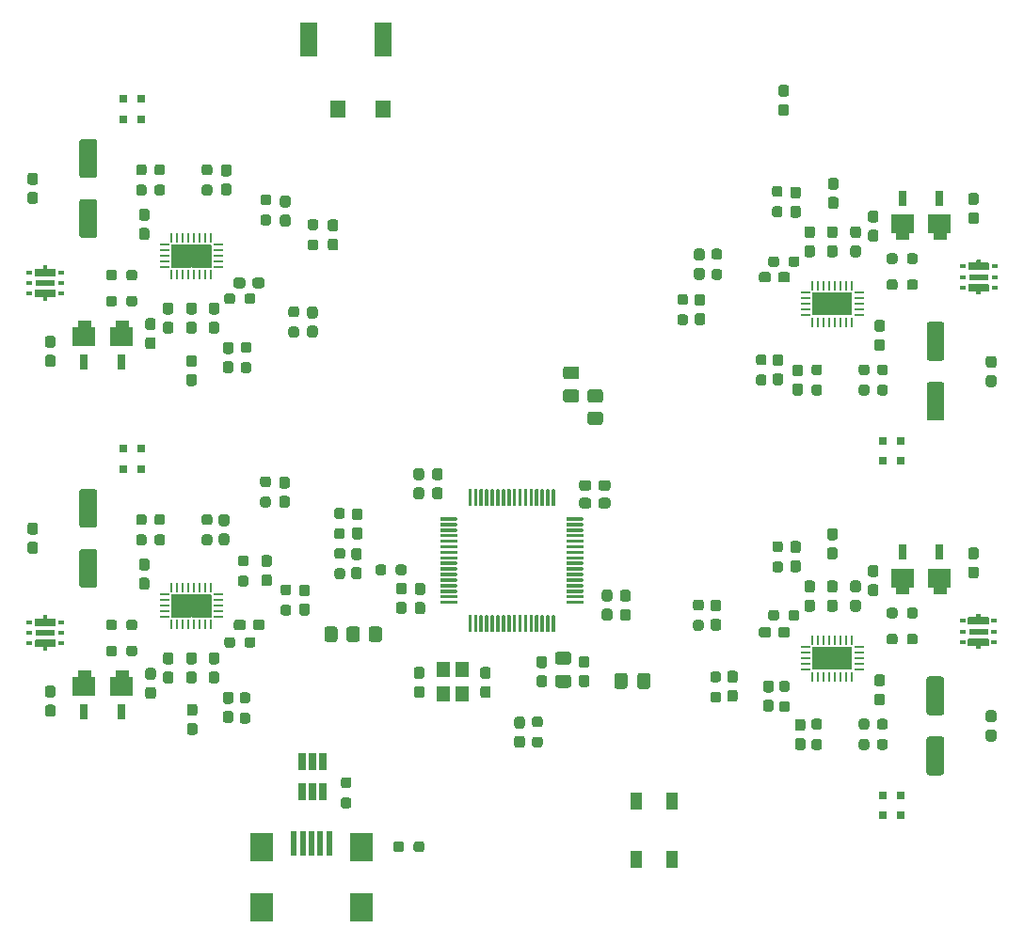
<source format=gbr>
%TF.GenerationSoftware,KiCad,Pcbnew,(5.1.9)-1*%
%TF.CreationDate,2021-03-04T00:36:31+01:00*%
%TF.ProjectId,IO_LINK,494f5f4c-494e-44b2-9e6b-696361645f70,rev?*%
%TF.SameCoordinates,Original*%
%TF.FileFunction,Paste,Top*%
%TF.FilePolarity,Positive*%
%FSLAX46Y46*%
G04 Gerber Fmt 4.6, Leading zero omitted, Abs format (unit mm)*
G04 Created by KiCad (PCBNEW (5.1.9)-1) date 2021-03-04 00:36:31*
%MOMM*%
%LPD*%
G01*
G04 APERTURE LIST*
%ADD10C,0.152400*%
%ADD11C,0.001000*%
%ADD12C,0.100000*%
%ADD13R,0.533400X0.406400*%
%ADD14R,1.701800X0.508000*%
%ADD15R,3.606800X2.108200*%
%ADD16R,0.812800X0.254000*%
%ADD17R,0.254000X0.812800*%
%ADD18R,0.650000X1.560000*%
%ADD19R,0.800000X0.800000*%
%ADD20R,1.540000X3.140000*%
%ADD21R,1.400000X1.640000*%
%ADD22R,0.750000X1.380000*%
%ADD23R,2.100000X1.820000*%
%ADD24R,0.500000X2.250000*%
%ADD25R,2.000000X2.500000*%
%ADD26R,1.000000X1.550000*%
%ADD27R,1.200000X1.400000*%
G04 APERTURE END LIST*
D10*
%TO.C,D18*%
X151968320Y-90635440D02*
X151968320Y-90940240D01*
X151968320Y-88285940D02*
X151968320Y-87981140D01*
X152069920Y-90965640D02*
X151866720Y-90965640D01*
X151866720Y-88247840D02*
X151117420Y-88247840D01*
X152819220Y-90152840D02*
X152819220Y-90660840D01*
X151117420Y-90152840D02*
X152819220Y-90152840D01*
X152069920Y-90660840D02*
X152069920Y-90965640D01*
X152819220Y-90660840D02*
X152069920Y-90660840D01*
X151117420Y-88755840D02*
X152819220Y-88755840D01*
X151866720Y-87943040D02*
X151866720Y-88247840D01*
X151117420Y-90660840D02*
X151117420Y-90152840D01*
X151866720Y-90660840D02*
X151117420Y-90660840D01*
X151866720Y-90965640D02*
X151866720Y-90660840D01*
X152069920Y-87943040D02*
X151866720Y-87943040D01*
X152069920Y-88247840D02*
X152069920Y-87943040D01*
X152819220Y-88247840D02*
X152069920Y-88247840D01*
X151117420Y-88247840D02*
X151117420Y-88755840D01*
X152819220Y-88755840D02*
X152819220Y-88247840D01*
%TO.C,U4*%
X138723820Y-92821440D02*
X138723820Y-90913240D01*
X137120420Y-92821440D02*
X138723820Y-92821440D01*
X137120420Y-90913240D02*
X137120420Y-92821440D01*
X138723820Y-90913240D02*
X137120420Y-90913240D01*
X140527220Y-92821440D02*
X140527220Y-90913240D01*
X138923820Y-92821440D02*
X140527220Y-92821440D01*
X138923820Y-90913240D02*
X138923820Y-92821440D01*
X140527220Y-90913240D02*
X138923820Y-90913240D01*
%TO.C,U2*%
X81270000Y-86625900D02*
X81270000Y-88534100D01*
X82873400Y-86625900D02*
X81270000Y-86625900D01*
X82873400Y-88534100D02*
X82873400Y-86625900D01*
X81270000Y-88534100D02*
X82873400Y-88534100D01*
X79466600Y-86625900D02*
X79466600Y-88534100D01*
X81070000Y-86625900D02*
X79466600Y-86625900D01*
X81070000Y-88534100D02*
X81070000Y-86625900D01*
X79466600Y-88534100D02*
X81070000Y-88534100D01*
%TO.C,D23*%
X152813860Y-120671780D02*
X152813860Y-120163780D01*
X151112060Y-120163780D02*
X151112060Y-120671780D01*
X152813860Y-120163780D02*
X152064560Y-120163780D01*
X152064560Y-120163780D02*
X152064560Y-119858980D01*
X152064560Y-119858980D02*
X151861360Y-119858980D01*
X151861360Y-122881580D02*
X151861360Y-122576780D01*
X151861360Y-122576780D02*
X151112060Y-122576780D01*
X151112060Y-122576780D02*
X151112060Y-122068780D01*
X151861360Y-119858980D02*
X151861360Y-120163780D01*
X151112060Y-120671780D02*
X152813860Y-120671780D01*
X152813860Y-122576780D02*
X152064560Y-122576780D01*
X152064560Y-122576780D02*
X152064560Y-122881580D01*
X151112060Y-122068780D02*
X152813860Y-122068780D01*
X152813860Y-122068780D02*
X152813860Y-122576780D01*
X151861360Y-120163780D02*
X151112060Y-120163780D01*
X152064560Y-122881580D02*
X151861360Y-122881580D01*
X151962960Y-120201880D02*
X151962960Y-119897080D01*
X151962960Y-122551380D02*
X151962960Y-122856180D01*
%TO.C,D13*%
X67178400Y-122187600D02*
X67178400Y-122695600D01*
X68880200Y-122695600D02*
X68880200Y-122187600D01*
X67178400Y-122695600D02*
X67927700Y-122695600D01*
X67927700Y-122695600D02*
X67927700Y-123000400D01*
X67927700Y-123000400D02*
X68130900Y-123000400D01*
X68130900Y-119977800D02*
X68130900Y-120282600D01*
X68130900Y-120282600D02*
X68880200Y-120282600D01*
X68880200Y-120282600D02*
X68880200Y-120790600D01*
X68130900Y-123000400D02*
X68130900Y-122695600D01*
X68880200Y-122187600D02*
X67178400Y-122187600D01*
X67178400Y-120282600D02*
X67927700Y-120282600D01*
X67927700Y-120282600D02*
X67927700Y-119977800D01*
X68880200Y-120790600D02*
X67178400Y-120790600D01*
X67178400Y-120790600D02*
X67178400Y-120282600D01*
X68130900Y-122695600D02*
X68880200Y-122695600D01*
X67927700Y-119977800D02*
X68130900Y-119977800D01*
X68029300Y-122657500D02*
X68029300Y-122962300D01*
X68029300Y-120308000D02*
X68029300Y-120003200D01*
%TO.C,D8*%
X67178400Y-90687600D02*
X67178400Y-91195600D01*
X68880200Y-91195600D02*
X68880200Y-90687600D01*
X67178400Y-91195600D02*
X67927700Y-91195600D01*
X67927700Y-91195600D02*
X67927700Y-91500400D01*
X67927700Y-91500400D02*
X68130900Y-91500400D01*
X68130900Y-88477800D02*
X68130900Y-88782600D01*
X68130900Y-88782600D02*
X68880200Y-88782600D01*
X68880200Y-88782600D02*
X68880200Y-89290600D01*
X68130900Y-91500400D02*
X68130900Y-91195600D01*
X68880200Y-90687600D02*
X67178400Y-90687600D01*
X67178400Y-88782600D02*
X67927700Y-88782600D01*
X67927700Y-88782600D02*
X67927700Y-88477800D01*
X68880200Y-89290600D02*
X67178400Y-89290600D01*
X67178400Y-89290600D02*
X67178400Y-88782600D01*
X68130900Y-91195600D02*
X68880200Y-91195600D01*
X67927700Y-88477800D02*
X68130900Y-88477800D01*
X68029300Y-91157500D02*
X68029300Y-91462300D01*
X68029300Y-88808000D02*
X68029300Y-88503200D01*
D11*
%TO.C,D4*%
G36*
X72071380Y-93888100D02*
G01*
X70969020Y-93888100D01*
X70969020Y-93382640D01*
X72071380Y-93382640D01*
X72071380Y-93888100D01*
G37*
X72071380Y-93888100D02*
X70969020Y-93888100D01*
X70969020Y-93382640D01*
X72071380Y-93382640D01*
X72071380Y-93888100D01*
%TO.C,D5*%
G36*
X75436880Y-93888100D02*
G01*
X74334520Y-93888100D01*
X74334520Y-93382640D01*
X75436880Y-93382640D01*
X75436880Y-93888100D01*
G37*
X75436880Y-93888100D02*
X74334520Y-93888100D01*
X74334520Y-93382640D01*
X75436880Y-93382640D01*
X75436880Y-93888100D01*
%TO.C,D9*%
G36*
X72071380Y-125388100D02*
G01*
X70969020Y-125388100D01*
X70969020Y-124882640D01*
X72071380Y-124882640D01*
X72071380Y-125388100D01*
G37*
X72071380Y-125388100D02*
X70969020Y-125388100D01*
X70969020Y-124882640D01*
X72071380Y-124882640D01*
X72071380Y-125388100D01*
%TO.C,D10*%
G36*
X75436880Y-125388100D02*
G01*
X74334520Y-125388100D01*
X74334520Y-124882640D01*
X75436880Y-124882640D01*
X75436880Y-125388100D01*
G37*
X75436880Y-125388100D02*
X74334520Y-125388100D01*
X74334520Y-124882640D01*
X75436880Y-124882640D01*
X75436880Y-125388100D01*
%TO.C,D14*%
G36*
X147924640Y-85555440D02*
G01*
X149027000Y-85555440D01*
X149027000Y-86060900D01*
X147924640Y-86060900D01*
X147924640Y-85555440D01*
G37*
X147924640Y-85555440D02*
X149027000Y-85555440D01*
X149027000Y-86060900D01*
X147924640Y-86060900D01*
X147924640Y-85555440D01*
%TO.C,D15*%
G36*
X144559140Y-85555440D02*
G01*
X145661500Y-85555440D01*
X145661500Y-86060900D01*
X144559140Y-86060900D01*
X144559140Y-85555440D01*
G37*
X144559140Y-85555440D02*
X145661500Y-85555440D01*
X145661500Y-86060900D01*
X144559140Y-86060900D01*
X144559140Y-85555440D01*
%TO.C,D19*%
G36*
X147919280Y-117471380D02*
G01*
X149021640Y-117471380D01*
X149021640Y-117976840D01*
X147919280Y-117976840D01*
X147919280Y-117471380D01*
G37*
X147919280Y-117471380D02*
X149021640Y-117471380D01*
X149021640Y-117976840D01*
X147919280Y-117976840D01*
X147919280Y-117471380D01*
%TO.C,D20*%
G36*
X144553780Y-117471380D02*
G01*
X145656140Y-117471380D01*
X145656140Y-117976840D01*
X144553780Y-117976840D01*
X144553780Y-117471380D01*
G37*
X144553780Y-117471380D02*
X145656140Y-117471380D01*
X145656140Y-117976840D01*
X144553780Y-117976840D01*
X144553780Y-117471380D01*
D10*
%TO.C,U3*%
X79465900Y-120033200D02*
X81069300Y-120033200D01*
X81069300Y-120033200D02*
X81069300Y-118125000D01*
X81069300Y-118125000D02*
X79465900Y-118125000D01*
X79465900Y-118125000D02*
X79465900Y-120033200D01*
X81269300Y-120033200D02*
X82872700Y-120033200D01*
X82872700Y-120033200D02*
X82872700Y-118125000D01*
X82872700Y-118125000D02*
X81269300Y-118125000D01*
X81269300Y-118125000D02*
X81269300Y-120033200D01*
%TO.C,U5*%
X138718460Y-124737380D02*
X138718460Y-122829180D01*
X137115060Y-124737380D02*
X138718460Y-124737380D01*
X137115060Y-122829180D02*
X137115060Y-124737380D01*
X138718460Y-122829180D02*
X137115060Y-122829180D01*
X140521860Y-124737380D02*
X140521860Y-122829180D01*
X138918460Y-124737380D02*
X140521860Y-124737380D01*
X138918460Y-122829180D02*
X138918460Y-124737380D01*
X140521860Y-122829180D02*
X138918460Y-122829180D01*
%TD*%
D12*
%TO.C,D18*%
G36*
X152070421Y-87866843D02*
G01*
X152070452Y-87866842D01*
X152070482Y-87866844D01*
X152070984Y-87866847D01*
X152074436Y-87867064D01*
X152077885Y-87867257D01*
X152078154Y-87867299D01*
X152078414Y-87867315D01*
X152081776Y-87867859D01*
X152085242Y-87868396D01*
X152085502Y-87868463D01*
X152085763Y-87868505D01*
X152089111Y-87869390D01*
X152092453Y-87870248D01*
X152092701Y-87870338D01*
X152092961Y-87870407D01*
X152096189Y-87871608D01*
X152099449Y-87872794D01*
X152099693Y-87872911D01*
X152099938Y-87873002D01*
X152103051Y-87874520D01*
X152106163Y-87876011D01*
X152106386Y-87876146D01*
X152106630Y-87876265D01*
X152109609Y-87878098D01*
X152112530Y-87879867D01*
X152112743Y-87880026D01*
X152112970Y-87880166D01*
X152115723Y-87882256D01*
X152118492Y-87884327D01*
X152118689Y-87884507D01*
X152118900Y-87884667D01*
X152121442Y-87887021D01*
X152123989Y-87889347D01*
X152124166Y-87889544D01*
X152124363Y-87889726D01*
X152126654Y-87892306D01*
X152128971Y-87894879D01*
X152129130Y-87895095D01*
X152129306Y-87895293D01*
X152131308Y-87898050D01*
X152133389Y-87900872D01*
X152133529Y-87901106D01*
X152133681Y-87901316D01*
X152135392Y-87904232D01*
X152137201Y-87907266D01*
X152137316Y-87907510D01*
X152137449Y-87907737D01*
X152138887Y-87910850D01*
X152140370Y-87914002D01*
X152140460Y-87914255D01*
X152140571Y-87914495D01*
X152141702Y-87917741D01*
X152142868Y-87921016D01*
X152142933Y-87921275D01*
X152143020Y-87921526D01*
X152143821Y-87924839D01*
X152144669Y-87928239D01*
X152144709Y-87928509D01*
X152144770Y-87928762D01*
X152145244Y-87932135D01*
X152145756Y-87935604D01*
X152145769Y-87935871D01*
X152145806Y-87936134D01*
X152145950Y-87939568D01*
X152146120Y-87943040D01*
X152146120Y-88171640D01*
X152819220Y-88171640D01*
X152819721Y-88171643D01*
X152819752Y-88171642D01*
X152819782Y-88171644D01*
X152820284Y-88171647D01*
X152823736Y-88171864D01*
X152827185Y-88172057D01*
X152827454Y-88172099D01*
X152827714Y-88172115D01*
X152831076Y-88172659D01*
X152834542Y-88173196D01*
X152834802Y-88173263D01*
X152835063Y-88173305D01*
X152838411Y-88174190D01*
X152841753Y-88175048D01*
X152842001Y-88175138D01*
X152842261Y-88175207D01*
X152845489Y-88176408D01*
X152848749Y-88177594D01*
X152848993Y-88177711D01*
X152849238Y-88177802D01*
X152852351Y-88179320D01*
X152855463Y-88180811D01*
X152855686Y-88180946D01*
X152855930Y-88181065D01*
X152858909Y-88182898D01*
X152861830Y-88184667D01*
X152862043Y-88184826D01*
X152862270Y-88184966D01*
X152865023Y-88187056D01*
X152867792Y-88189127D01*
X152867989Y-88189307D01*
X152868200Y-88189467D01*
X152870742Y-88191821D01*
X152873289Y-88194147D01*
X152873466Y-88194344D01*
X152873663Y-88194526D01*
X152875954Y-88197106D01*
X152878271Y-88199679D01*
X152878430Y-88199895D01*
X152878606Y-88200093D01*
X152880608Y-88202850D01*
X152882689Y-88205672D01*
X152882829Y-88205906D01*
X152882981Y-88206116D01*
X152884692Y-88209032D01*
X152886501Y-88212066D01*
X152886616Y-88212310D01*
X152886749Y-88212537D01*
X152888187Y-88215650D01*
X152889670Y-88218802D01*
X152889760Y-88219055D01*
X152889871Y-88219295D01*
X152891002Y-88222541D01*
X152892168Y-88225816D01*
X152892233Y-88226075D01*
X152892320Y-88226326D01*
X152893121Y-88229639D01*
X152893969Y-88233039D01*
X152894009Y-88233309D01*
X152894070Y-88233562D01*
X152894544Y-88236935D01*
X152895056Y-88240404D01*
X152895069Y-88240671D01*
X152895106Y-88240934D01*
X152895250Y-88244368D01*
X152895420Y-88247840D01*
X152895420Y-88755840D01*
X152895417Y-88756341D01*
X152895418Y-88756372D01*
X152895416Y-88756402D01*
X152895413Y-88756904D01*
X152895196Y-88760356D01*
X152895003Y-88763805D01*
X152894961Y-88764074D01*
X152894945Y-88764334D01*
X152894401Y-88767696D01*
X152893864Y-88771162D01*
X152893797Y-88771422D01*
X152893755Y-88771683D01*
X152892870Y-88775031D01*
X152892012Y-88778373D01*
X152891922Y-88778621D01*
X152891853Y-88778881D01*
X152890652Y-88782109D01*
X152889466Y-88785369D01*
X152889349Y-88785613D01*
X152889258Y-88785858D01*
X152887740Y-88788971D01*
X152886249Y-88792083D01*
X152886114Y-88792306D01*
X152885995Y-88792550D01*
X152884162Y-88795529D01*
X152882393Y-88798450D01*
X152882234Y-88798663D01*
X152882094Y-88798890D01*
X152880004Y-88801643D01*
X152877933Y-88804412D01*
X152877753Y-88804609D01*
X152877593Y-88804820D01*
X152875239Y-88807362D01*
X152872913Y-88809909D01*
X152872716Y-88810086D01*
X152872534Y-88810283D01*
X152869954Y-88812574D01*
X152867381Y-88814891D01*
X152867165Y-88815050D01*
X152866967Y-88815226D01*
X152864210Y-88817228D01*
X152861388Y-88819309D01*
X152861154Y-88819449D01*
X152860944Y-88819601D01*
X152858028Y-88821312D01*
X152854994Y-88823121D01*
X152854750Y-88823236D01*
X152854523Y-88823369D01*
X152851410Y-88824807D01*
X152848258Y-88826290D01*
X152848005Y-88826380D01*
X152847765Y-88826491D01*
X152844519Y-88827622D01*
X152841244Y-88828788D01*
X152840985Y-88828853D01*
X152840734Y-88828940D01*
X152837421Y-88829741D01*
X152834021Y-88830589D01*
X152833751Y-88830629D01*
X152833498Y-88830690D01*
X152830125Y-88831164D01*
X152826656Y-88831676D01*
X152826389Y-88831689D01*
X152826126Y-88831726D01*
X152822692Y-88831870D01*
X152819220Y-88832040D01*
X151117420Y-88832040D01*
X151116919Y-88832037D01*
X151116888Y-88832038D01*
X151116858Y-88832036D01*
X151116356Y-88832033D01*
X151112904Y-88831816D01*
X151109455Y-88831623D01*
X151109186Y-88831581D01*
X151108926Y-88831565D01*
X151105564Y-88831021D01*
X151102098Y-88830484D01*
X151101838Y-88830417D01*
X151101577Y-88830375D01*
X151098229Y-88829490D01*
X151094887Y-88828632D01*
X151094639Y-88828542D01*
X151094379Y-88828473D01*
X151091151Y-88827272D01*
X151087891Y-88826086D01*
X151087647Y-88825969D01*
X151087402Y-88825878D01*
X151084289Y-88824360D01*
X151081177Y-88822869D01*
X151080954Y-88822734D01*
X151080710Y-88822615D01*
X151077731Y-88820782D01*
X151074810Y-88819013D01*
X151074597Y-88818854D01*
X151074370Y-88818714D01*
X151071617Y-88816624D01*
X151068848Y-88814553D01*
X151068651Y-88814373D01*
X151068440Y-88814213D01*
X151065898Y-88811859D01*
X151063351Y-88809533D01*
X151063174Y-88809336D01*
X151062977Y-88809154D01*
X151060686Y-88806574D01*
X151058369Y-88804001D01*
X151058210Y-88803785D01*
X151058034Y-88803587D01*
X151056032Y-88800830D01*
X151053951Y-88798008D01*
X151053811Y-88797774D01*
X151053659Y-88797564D01*
X151051948Y-88794648D01*
X151050139Y-88791614D01*
X151050024Y-88791370D01*
X151049891Y-88791143D01*
X151048453Y-88788030D01*
X151046970Y-88784878D01*
X151046880Y-88784625D01*
X151046769Y-88784385D01*
X151045638Y-88781139D01*
X151044472Y-88777864D01*
X151044407Y-88777605D01*
X151044320Y-88777354D01*
X151043519Y-88774041D01*
X151042671Y-88770641D01*
X151042631Y-88770371D01*
X151042570Y-88770118D01*
X151042096Y-88766745D01*
X151041584Y-88763276D01*
X151041571Y-88763009D01*
X151041534Y-88762746D01*
X151041390Y-88759312D01*
X151041220Y-88755840D01*
X151041220Y-88247840D01*
X151041223Y-88247339D01*
X151041222Y-88247308D01*
X151041224Y-88247278D01*
X151041227Y-88246776D01*
X151041444Y-88243324D01*
X151041637Y-88239875D01*
X151041679Y-88239606D01*
X151041695Y-88239346D01*
X151042239Y-88235984D01*
X151042776Y-88232518D01*
X151042843Y-88232258D01*
X151042885Y-88231997D01*
X151043770Y-88228649D01*
X151044628Y-88225307D01*
X151044718Y-88225059D01*
X151044787Y-88224799D01*
X151045988Y-88221571D01*
X151047174Y-88218311D01*
X151047291Y-88218067D01*
X151047382Y-88217822D01*
X151048900Y-88214709D01*
X151050391Y-88211597D01*
X151050526Y-88211374D01*
X151050645Y-88211130D01*
X151052478Y-88208151D01*
X151054247Y-88205230D01*
X151054406Y-88205017D01*
X151054546Y-88204790D01*
X151056636Y-88202037D01*
X151058707Y-88199268D01*
X151058887Y-88199071D01*
X151059047Y-88198860D01*
X151061401Y-88196318D01*
X151063727Y-88193771D01*
X151063924Y-88193594D01*
X151064106Y-88193397D01*
X151066686Y-88191106D01*
X151069259Y-88188789D01*
X151069475Y-88188630D01*
X151069673Y-88188454D01*
X151072430Y-88186452D01*
X151075252Y-88184371D01*
X151075486Y-88184231D01*
X151075696Y-88184079D01*
X151078612Y-88182368D01*
X151081646Y-88180559D01*
X151081890Y-88180444D01*
X151082117Y-88180311D01*
X151085230Y-88178873D01*
X151088382Y-88177390D01*
X151088635Y-88177300D01*
X151088875Y-88177189D01*
X151092121Y-88176058D01*
X151095396Y-88174892D01*
X151095655Y-88174827D01*
X151095906Y-88174740D01*
X151099219Y-88173939D01*
X151102619Y-88173091D01*
X151102889Y-88173051D01*
X151103142Y-88172990D01*
X151106515Y-88172516D01*
X151109984Y-88172004D01*
X151110251Y-88171991D01*
X151110514Y-88171954D01*
X151113948Y-88171810D01*
X151117420Y-88171640D01*
X151790520Y-88171640D01*
X151790520Y-87943040D01*
X151790523Y-87942539D01*
X151790522Y-87942508D01*
X151790524Y-87942478D01*
X151790527Y-87941976D01*
X151790744Y-87938524D01*
X151790937Y-87935075D01*
X151790979Y-87934806D01*
X151790995Y-87934546D01*
X151791539Y-87931184D01*
X151792076Y-87927718D01*
X151792143Y-87927458D01*
X151792185Y-87927197D01*
X151793070Y-87923849D01*
X151793928Y-87920507D01*
X151794018Y-87920259D01*
X151794087Y-87919999D01*
X151795288Y-87916771D01*
X151796474Y-87913511D01*
X151796591Y-87913267D01*
X151796682Y-87913022D01*
X151798200Y-87909909D01*
X151799691Y-87906797D01*
X151799826Y-87906574D01*
X151799945Y-87906330D01*
X151801778Y-87903351D01*
X151803547Y-87900430D01*
X151803706Y-87900217D01*
X151803846Y-87899990D01*
X151805936Y-87897237D01*
X151808007Y-87894468D01*
X151808187Y-87894271D01*
X151808347Y-87894060D01*
X151810701Y-87891518D01*
X151813027Y-87888971D01*
X151813224Y-87888794D01*
X151813406Y-87888597D01*
X151815986Y-87886306D01*
X151818559Y-87883989D01*
X151818775Y-87883830D01*
X151818973Y-87883654D01*
X151821730Y-87881652D01*
X151824552Y-87879571D01*
X151824786Y-87879431D01*
X151824996Y-87879279D01*
X151827912Y-87877568D01*
X151830946Y-87875759D01*
X151831190Y-87875644D01*
X151831417Y-87875511D01*
X151834530Y-87874073D01*
X151837682Y-87872590D01*
X151837935Y-87872500D01*
X151838175Y-87872389D01*
X151841421Y-87871258D01*
X151844696Y-87870092D01*
X151844955Y-87870027D01*
X151845206Y-87869940D01*
X151848519Y-87869139D01*
X151851919Y-87868291D01*
X151852189Y-87868251D01*
X151852442Y-87868190D01*
X151855815Y-87867716D01*
X151859284Y-87867204D01*
X151859551Y-87867191D01*
X151859814Y-87867154D01*
X151863248Y-87867010D01*
X151866720Y-87866840D01*
X152069920Y-87866840D01*
X152070421Y-87866843D01*
G37*
G36*
X152819721Y-90076643D02*
G01*
X152819752Y-90076642D01*
X152819782Y-90076644D01*
X152820284Y-90076647D01*
X152823736Y-90076864D01*
X152827185Y-90077057D01*
X152827454Y-90077099D01*
X152827714Y-90077115D01*
X152831076Y-90077659D01*
X152834542Y-90078196D01*
X152834802Y-90078263D01*
X152835063Y-90078305D01*
X152838411Y-90079190D01*
X152841753Y-90080048D01*
X152842001Y-90080138D01*
X152842261Y-90080207D01*
X152845489Y-90081408D01*
X152848749Y-90082594D01*
X152848993Y-90082711D01*
X152849238Y-90082802D01*
X152852351Y-90084320D01*
X152855463Y-90085811D01*
X152855686Y-90085946D01*
X152855930Y-90086065D01*
X152858909Y-90087898D01*
X152861830Y-90089667D01*
X152862043Y-90089826D01*
X152862270Y-90089966D01*
X152865023Y-90092056D01*
X152867792Y-90094127D01*
X152867989Y-90094307D01*
X152868200Y-90094467D01*
X152870742Y-90096821D01*
X152873289Y-90099147D01*
X152873466Y-90099344D01*
X152873663Y-90099526D01*
X152875954Y-90102106D01*
X152878271Y-90104679D01*
X152878430Y-90104895D01*
X152878606Y-90105093D01*
X152880608Y-90107850D01*
X152882689Y-90110672D01*
X152882829Y-90110906D01*
X152882981Y-90111116D01*
X152884692Y-90114032D01*
X152886501Y-90117066D01*
X152886616Y-90117310D01*
X152886749Y-90117537D01*
X152888187Y-90120650D01*
X152889670Y-90123802D01*
X152889760Y-90124055D01*
X152889871Y-90124295D01*
X152891002Y-90127541D01*
X152892168Y-90130816D01*
X152892233Y-90131075D01*
X152892320Y-90131326D01*
X152893121Y-90134639D01*
X152893969Y-90138039D01*
X152894009Y-90138309D01*
X152894070Y-90138562D01*
X152894544Y-90141935D01*
X152895056Y-90145404D01*
X152895069Y-90145671D01*
X152895106Y-90145934D01*
X152895250Y-90149368D01*
X152895420Y-90152840D01*
X152895420Y-90660840D01*
X152895417Y-90661341D01*
X152895418Y-90661372D01*
X152895416Y-90661402D01*
X152895413Y-90661904D01*
X152895196Y-90665356D01*
X152895003Y-90668805D01*
X152894961Y-90669074D01*
X152894945Y-90669334D01*
X152894401Y-90672696D01*
X152893864Y-90676162D01*
X152893797Y-90676422D01*
X152893755Y-90676683D01*
X152892870Y-90680031D01*
X152892012Y-90683373D01*
X152891922Y-90683621D01*
X152891853Y-90683881D01*
X152890652Y-90687109D01*
X152889466Y-90690369D01*
X152889349Y-90690613D01*
X152889258Y-90690858D01*
X152887740Y-90693971D01*
X152886249Y-90697083D01*
X152886114Y-90697306D01*
X152885995Y-90697550D01*
X152884162Y-90700529D01*
X152882393Y-90703450D01*
X152882234Y-90703663D01*
X152882094Y-90703890D01*
X152880004Y-90706643D01*
X152877933Y-90709412D01*
X152877753Y-90709609D01*
X152877593Y-90709820D01*
X152875239Y-90712362D01*
X152872913Y-90714909D01*
X152872716Y-90715086D01*
X152872534Y-90715283D01*
X152869954Y-90717574D01*
X152867381Y-90719891D01*
X152867165Y-90720050D01*
X152866967Y-90720226D01*
X152864210Y-90722228D01*
X152861388Y-90724309D01*
X152861154Y-90724449D01*
X152860944Y-90724601D01*
X152858028Y-90726312D01*
X152854994Y-90728121D01*
X152854750Y-90728236D01*
X152854523Y-90728369D01*
X152851410Y-90729807D01*
X152848258Y-90731290D01*
X152848005Y-90731380D01*
X152847765Y-90731491D01*
X152844519Y-90732622D01*
X152841244Y-90733788D01*
X152840985Y-90733853D01*
X152840734Y-90733940D01*
X152837421Y-90734741D01*
X152834021Y-90735589D01*
X152833751Y-90735629D01*
X152833498Y-90735690D01*
X152830125Y-90736164D01*
X152826656Y-90736676D01*
X152826389Y-90736689D01*
X152826126Y-90736726D01*
X152822692Y-90736870D01*
X152819220Y-90737040D01*
X152146120Y-90737040D01*
X152146120Y-90965640D01*
X152146117Y-90966141D01*
X152146118Y-90966172D01*
X152146116Y-90966202D01*
X152146113Y-90966704D01*
X152145896Y-90970156D01*
X152145703Y-90973605D01*
X152145661Y-90973874D01*
X152145645Y-90974134D01*
X152145101Y-90977496D01*
X152144564Y-90980962D01*
X152144497Y-90981222D01*
X152144455Y-90981483D01*
X152143570Y-90984831D01*
X152142712Y-90988173D01*
X152142622Y-90988421D01*
X152142553Y-90988681D01*
X152141352Y-90991909D01*
X152140166Y-90995169D01*
X152140049Y-90995413D01*
X152139958Y-90995658D01*
X152138440Y-90998771D01*
X152136949Y-91001883D01*
X152136814Y-91002106D01*
X152136695Y-91002350D01*
X152134862Y-91005329D01*
X152133093Y-91008250D01*
X152132934Y-91008463D01*
X152132794Y-91008690D01*
X152130704Y-91011443D01*
X152128633Y-91014212D01*
X152128453Y-91014409D01*
X152128293Y-91014620D01*
X152125939Y-91017162D01*
X152123613Y-91019709D01*
X152123416Y-91019886D01*
X152123234Y-91020083D01*
X152120654Y-91022374D01*
X152118081Y-91024691D01*
X152117865Y-91024850D01*
X152117667Y-91025026D01*
X152114910Y-91027028D01*
X152112088Y-91029109D01*
X152111854Y-91029249D01*
X152111644Y-91029401D01*
X152108728Y-91031112D01*
X152105694Y-91032921D01*
X152105450Y-91033036D01*
X152105223Y-91033169D01*
X152102110Y-91034607D01*
X152098958Y-91036090D01*
X152098705Y-91036180D01*
X152098465Y-91036291D01*
X152095219Y-91037422D01*
X152091944Y-91038588D01*
X152091685Y-91038653D01*
X152091434Y-91038740D01*
X152088121Y-91039541D01*
X152084721Y-91040389D01*
X152084451Y-91040429D01*
X152084198Y-91040490D01*
X152080825Y-91040964D01*
X152077356Y-91041476D01*
X152077089Y-91041489D01*
X152076826Y-91041526D01*
X152073392Y-91041670D01*
X152069920Y-91041840D01*
X151866720Y-91041840D01*
X151866219Y-91041837D01*
X151866188Y-91041838D01*
X151866158Y-91041836D01*
X151865656Y-91041833D01*
X151862204Y-91041616D01*
X151858755Y-91041423D01*
X151858486Y-91041381D01*
X151858226Y-91041365D01*
X151854864Y-91040821D01*
X151851398Y-91040284D01*
X151851138Y-91040217D01*
X151850877Y-91040175D01*
X151847529Y-91039290D01*
X151844187Y-91038432D01*
X151843939Y-91038342D01*
X151843679Y-91038273D01*
X151840451Y-91037072D01*
X151837191Y-91035886D01*
X151836947Y-91035769D01*
X151836702Y-91035678D01*
X151833589Y-91034160D01*
X151830477Y-91032669D01*
X151830254Y-91032534D01*
X151830010Y-91032415D01*
X151827031Y-91030582D01*
X151824110Y-91028813D01*
X151823897Y-91028654D01*
X151823670Y-91028514D01*
X151820917Y-91026424D01*
X151818148Y-91024353D01*
X151817951Y-91024173D01*
X151817740Y-91024013D01*
X151815198Y-91021659D01*
X151812651Y-91019333D01*
X151812474Y-91019136D01*
X151812277Y-91018954D01*
X151809986Y-91016374D01*
X151807669Y-91013801D01*
X151807510Y-91013585D01*
X151807334Y-91013387D01*
X151805332Y-91010630D01*
X151803251Y-91007808D01*
X151803111Y-91007574D01*
X151802959Y-91007364D01*
X151801248Y-91004448D01*
X151799439Y-91001414D01*
X151799324Y-91001170D01*
X151799191Y-91000943D01*
X151797753Y-90997830D01*
X151796270Y-90994678D01*
X151796180Y-90994425D01*
X151796069Y-90994185D01*
X151794938Y-90990939D01*
X151793772Y-90987664D01*
X151793707Y-90987405D01*
X151793620Y-90987154D01*
X151792819Y-90983841D01*
X151791971Y-90980441D01*
X151791931Y-90980171D01*
X151791870Y-90979918D01*
X151791396Y-90976545D01*
X151790884Y-90973076D01*
X151790871Y-90972809D01*
X151790834Y-90972546D01*
X151790690Y-90969112D01*
X151790520Y-90965640D01*
X151790520Y-90737040D01*
X151117420Y-90737040D01*
X151116919Y-90737037D01*
X151116888Y-90737038D01*
X151116858Y-90737036D01*
X151116356Y-90737033D01*
X151112904Y-90736816D01*
X151109455Y-90736623D01*
X151109186Y-90736581D01*
X151108926Y-90736565D01*
X151105564Y-90736021D01*
X151102098Y-90735484D01*
X151101838Y-90735417D01*
X151101577Y-90735375D01*
X151098229Y-90734490D01*
X151094887Y-90733632D01*
X151094639Y-90733542D01*
X151094379Y-90733473D01*
X151091151Y-90732272D01*
X151087891Y-90731086D01*
X151087647Y-90730969D01*
X151087402Y-90730878D01*
X151084289Y-90729360D01*
X151081177Y-90727869D01*
X151080954Y-90727734D01*
X151080710Y-90727615D01*
X151077731Y-90725782D01*
X151074810Y-90724013D01*
X151074597Y-90723854D01*
X151074370Y-90723714D01*
X151071617Y-90721624D01*
X151068848Y-90719553D01*
X151068651Y-90719373D01*
X151068440Y-90719213D01*
X151065898Y-90716859D01*
X151063351Y-90714533D01*
X151063174Y-90714336D01*
X151062977Y-90714154D01*
X151060686Y-90711574D01*
X151058369Y-90709001D01*
X151058210Y-90708785D01*
X151058034Y-90708587D01*
X151056032Y-90705830D01*
X151053951Y-90703008D01*
X151053811Y-90702774D01*
X151053659Y-90702564D01*
X151051948Y-90699648D01*
X151050139Y-90696614D01*
X151050024Y-90696370D01*
X151049891Y-90696143D01*
X151048453Y-90693030D01*
X151046970Y-90689878D01*
X151046880Y-90689625D01*
X151046769Y-90689385D01*
X151045638Y-90686139D01*
X151044472Y-90682864D01*
X151044407Y-90682605D01*
X151044320Y-90682354D01*
X151043519Y-90679041D01*
X151042671Y-90675641D01*
X151042631Y-90675371D01*
X151042570Y-90675118D01*
X151042096Y-90671745D01*
X151041584Y-90668276D01*
X151041571Y-90668009D01*
X151041534Y-90667746D01*
X151041390Y-90664312D01*
X151041220Y-90660840D01*
X151041220Y-90152840D01*
X151041223Y-90152339D01*
X151041222Y-90152308D01*
X151041224Y-90152278D01*
X151041227Y-90151776D01*
X151041444Y-90148324D01*
X151041637Y-90144875D01*
X151041679Y-90144606D01*
X151041695Y-90144346D01*
X151042239Y-90140984D01*
X151042776Y-90137518D01*
X151042843Y-90137258D01*
X151042885Y-90136997D01*
X151043770Y-90133649D01*
X151044628Y-90130307D01*
X151044718Y-90130059D01*
X151044787Y-90129799D01*
X151045988Y-90126571D01*
X151047174Y-90123311D01*
X151047291Y-90123067D01*
X151047382Y-90122822D01*
X151048900Y-90119709D01*
X151050391Y-90116597D01*
X151050526Y-90116374D01*
X151050645Y-90116130D01*
X151052478Y-90113151D01*
X151054247Y-90110230D01*
X151054406Y-90110017D01*
X151054546Y-90109790D01*
X151056636Y-90107037D01*
X151058707Y-90104268D01*
X151058887Y-90104071D01*
X151059047Y-90103860D01*
X151061401Y-90101318D01*
X151063727Y-90098771D01*
X151063924Y-90098594D01*
X151064106Y-90098397D01*
X151066686Y-90096106D01*
X151069259Y-90093789D01*
X151069475Y-90093630D01*
X151069673Y-90093454D01*
X151072430Y-90091452D01*
X151075252Y-90089371D01*
X151075486Y-90089231D01*
X151075696Y-90089079D01*
X151078612Y-90087368D01*
X151081646Y-90085559D01*
X151081890Y-90085444D01*
X151082117Y-90085311D01*
X151085230Y-90083873D01*
X151088382Y-90082390D01*
X151088635Y-90082300D01*
X151088875Y-90082189D01*
X151092121Y-90081058D01*
X151095396Y-90079892D01*
X151095655Y-90079827D01*
X151095906Y-90079740D01*
X151099219Y-90078939D01*
X151102619Y-90078091D01*
X151102889Y-90078051D01*
X151103142Y-90077990D01*
X151106515Y-90077516D01*
X151109984Y-90077004D01*
X151110251Y-90076991D01*
X151110514Y-90076954D01*
X151113948Y-90076810D01*
X151117420Y-90076640D01*
X152819220Y-90076640D01*
X152819721Y-90076643D01*
G37*
D13*
X153403420Y-88501840D03*
X150533220Y-90406840D03*
D14*
X151968320Y-89454340D03*
D13*
X150533220Y-88501840D03*
X153403420Y-90406840D03*
X153403420Y-89454340D03*
X150533220Y-89454340D03*
%TD*%
D15*
%TO.C,U4*%
X138823820Y-91867340D03*
D16*
X141224120Y-90851340D03*
X141224120Y-91359340D03*
X141224120Y-91867340D03*
X141224120Y-92375340D03*
X141224120Y-92883340D03*
D17*
X140601820Y-93518340D03*
X140093820Y-93518340D03*
X139585820Y-93518340D03*
X139077820Y-93518340D03*
X138569820Y-93518340D03*
X138061820Y-93518340D03*
X137553820Y-93518340D03*
X137045820Y-93518340D03*
D16*
X136423520Y-92883340D03*
X136423520Y-92375340D03*
X136423520Y-91867340D03*
X136423520Y-91359340D03*
X136423520Y-90851340D03*
D17*
X137045820Y-90216340D03*
X137553820Y-90216340D03*
X138061820Y-90216340D03*
X138569820Y-90216340D03*
X139077820Y-90216340D03*
X139585820Y-90216340D03*
X140093820Y-90216340D03*
X140601820Y-90216340D03*
%TD*%
D15*
%TO.C,U2*%
X81170000Y-87580000D03*
D16*
X78769700Y-88596000D03*
X78769700Y-88088000D03*
X78769700Y-87580000D03*
X78769700Y-87072000D03*
X78769700Y-86564000D03*
D17*
X79392000Y-85929000D03*
X79900000Y-85929000D03*
X80408000Y-85929000D03*
X80916000Y-85929000D03*
X81424000Y-85929000D03*
X81932000Y-85929000D03*
X82440000Y-85929000D03*
X82948000Y-85929000D03*
D16*
X83570300Y-86564000D03*
X83570300Y-87072000D03*
X83570300Y-87580000D03*
X83570300Y-88088000D03*
X83570300Y-88596000D03*
D17*
X82948000Y-89231000D03*
X82440000Y-89231000D03*
X81932000Y-89231000D03*
X81424000Y-89231000D03*
X80916000Y-89231000D03*
X80408000Y-89231000D03*
X79900000Y-89231000D03*
X79392000Y-89231000D03*
%TD*%
%TO.C,L2*%
G36*
G01*
X100304300Y-140521600D02*
X100304300Y-140996600D01*
G75*
G02*
X100066800Y-141234100I-237500J0D01*
G01*
X99566800Y-141234100D01*
G75*
G02*
X99329300Y-140996600I0J237500D01*
G01*
X99329300Y-140521600D01*
G75*
G02*
X99566800Y-140284100I237500J0D01*
G01*
X100066800Y-140284100D01*
G75*
G02*
X100304300Y-140521600I0J-237500D01*
G01*
G37*
G36*
G01*
X102129300Y-140521600D02*
X102129300Y-140996600D01*
G75*
G02*
X101891800Y-141234100I-237500J0D01*
G01*
X101391800Y-141234100D01*
G75*
G02*
X101154300Y-140996600I0J237500D01*
G01*
X101154300Y-140521600D01*
G75*
G02*
X101391800Y-140284100I237500J0D01*
G01*
X101891800Y-140284100D01*
G75*
G02*
X102129300Y-140521600I0J-237500D01*
G01*
G37*
%TD*%
D18*
%TO.C,D3*%
X92050100Y-133135900D03*
X91100100Y-133135900D03*
X93000100Y-133135900D03*
X93000100Y-135835900D03*
X92050100Y-135835900D03*
X91100100Y-135835900D03*
%TD*%
%TO.C,C42*%
G36*
G01*
X82966700Y-123264200D02*
X83441700Y-123264200D01*
G75*
G02*
X83679200Y-123501700I0J-237500D01*
G01*
X83679200Y-124101700D01*
G75*
G02*
X83441700Y-124339200I-237500J0D01*
G01*
X82966700Y-124339200D01*
G75*
G02*
X82729200Y-124101700I0J237500D01*
G01*
X82729200Y-123501700D01*
G75*
G02*
X82966700Y-123264200I237500J0D01*
G01*
G37*
G36*
G01*
X82966700Y-124989200D02*
X83441700Y-124989200D01*
G75*
G02*
X83679200Y-125226700I0J-237500D01*
G01*
X83679200Y-125826700D01*
G75*
G02*
X83441700Y-126064200I-237500J0D01*
G01*
X82966700Y-126064200D01*
G75*
G02*
X82729200Y-125826700I0J237500D01*
G01*
X82729200Y-125226700D01*
G75*
G02*
X82966700Y-124989200I237500J0D01*
G01*
G37*
%TD*%
%TO.C,C78*%
G36*
G01*
X151755960Y-114885780D02*
X151280960Y-114885780D01*
G75*
G02*
X151043460Y-114648280I0J237500D01*
G01*
X151043460Y-114048280D01*
G75*
G02*
X151280960Y-113810780I237500J0D01*
G01*
X151755960Y-113810780D01*
G75*
G02*
X151993460Y-114048280I0J-237500D01*
G01*
X151993460Y-114648280D01*
G75*
G02*
X151755960Y-114885780I-237500J0D01*
G01*
G37*
G36*
G01*
X151755960Y-116610780D02*
X151280960Y-116610780D01*
G75*
G02*
X151043460Y-116373280I0J237500D01*
G01*
X151043460Y-115773280D01*
G75*
G02*
X151280960Y-115535780I237500J0D01*
G01*
X151755960Y-115535780D01*
G75*
G02*
X151993460Y-115773280I0J-237500D01*
G01*
X151993460Y-116373280D01*
G75*
G02*
X151755960Y-116610780I-237500J0D01*
G01*
G37*
%TD*%
%TO.C,C77*%
G36*
G01*
X151761320Y-82969840D02*
X151286320Y-82969840D01*
G75*
G02*
X151048820Y-82732340I0J237500D01*
G01*
X151048820Y-82132340D01*
G75*
G02*
X151286320Y-81894840I237500J0D01*
G01*
X151761320Y-81894840D01*
G75*
G02*
X151998820Y-82132340I0J-237500D01*
G01*
X151998820Y-82732340D01*
G75*
G02*
X151761320Y-82969840I-237500J0D01*
G01*
G37*
G36*
G01*
X151761320Y-84694840D02*
X151286320Y-84694840D01*
G75*
G02*
X151048820Y-84457340I0J237500D01*
G01*
X151048820Y-83857340D01*
G75*
G02*
X151286320Y-83619840I237500J0D01*
G01*
X151761320Y-83619840D01*
G75*
G02*
X151998820Y-83857340I0J-237500D01*
G01*
X151998820Y-84457340D01*
G75*
G02*
X151761320Y-84694840I-237500J0D01*
G01*
G37*
%TD*%
%TO.C,C76*%
G36*
G01*
X68234700Y-127973700D02*
X68709700Y-127973700D01*
G75*
G02*
X68947200Y-128211200I0J-237500D01*
G01*
X68947200Y-128811200D01*
G75*
G02*
X68709700Y-129048700I-237500J0D01*
G01*
X68234700Y-129048700D01*
G75*
G02*
X67997200Y-128811200I0J237500D01*
G01*
X67997200Y-128211200D01*
G75*
G02*
X68234700Y-127973700I237500J0D01*
G01*
G37*
G36*
G01*
X68234700Y-126248700D02*
X68709700Y-126248700D01*
G75*
G02*
X68947200Y-126486200I0J-237500D01*
G01*
X68947200Y-127086200D01*
G75*
G02*
X68709700Y-127323700I-237500J0D01*
G01*
X68234700Y-127323700D01*
G75*
G02*
X67997200Y-127086200I0J237500D01*
G01*
X67997200Y-126486200D01*
G75*
G02*
X68234700Y-126248700I237500J0D01*
G01*
G37*
%TD*%
%TO.C,C75*%
G36*
G01*
X68234700Y-96473700D02*
X68709700Y-96473700D01*
G75*
G02*
X68947200Y-96711200I0J-237500D01*
G01*
X68947200Y-97311200D01*
G75*
G02*
X68709700Y-97548700I-237500J0D01*
G01*
X68234700Y-97548700D01*
G75*
G02*
X67997200Y-97311200I0J237500D01*
G01*
X67997200Y-96711200D01*
G75*
G02*
X68234700Y-96473700I237500J0D01*
G01*
G37*
G36*
G01*
X68234700Y-94748700D02*
X68709700Y-94748700D01*
G75*
G02*
X68947200Y-94986200I0J-237500D01*
G01*
X68947200Y-95586200D01*
G75*
G02*
X68709700Y-95823700I-237500J0D01*
G01*
X68234700Y-95823700D01*
G75*
G02*
X67997200Y-95586200I0J237500D01*
G01*
X67997200Y-94986200D01*
G75*
G02*
X68234700Y-94748700I237500J0D01*
G01*
G37*
%TD*%
%TO.C,R41*%
G36*
G01*
X141913460Y-132041280D02*
X141438460Y-132041280D01*
G75*
G02*
X141200960Y-131803780I0J237500D01*
G01*
X141200960Y-131303780D01*
G75*
G02*
X141438460Y-131066280I237500J0D01*
G01*
X141913460Y-131066280D01*
G75*
G02*
X142150960Y-131303780I0J-237500D01*
G01*
X142150960Y-131803780D01*
G75*
G02*
X141913460Y-132041280I-237500J0D01*
G01*
G37*
G36*
G01*
X141913460Y-130216280D02*
X141438460Y-130216280D01*
G75*
G02*
X141200960Y-129978780I0J237500D01*
G01*
X141200960Y-129478780D01*
G75*
G02*
X141438460Y-129241280I237500J0D01*
G01*
X141913460Y-129241280D01*
G75*
G02*
X142150960Y-129478780I0J-237500D01*
G01*
X142150960Y-129978780D01*
G75*
G02*
X141913460Y-130216280I-237500J0D01*
G01*
G37*
%TD*%
%TO.C,R42*%
G36*
G01*
X143564460Y-130216280D02*
X143089460Y-130216280D01*
G75*
G02*
X142851960Y-129978780I0J237500D01*
G01*
X142851960Y-129478780D01*
G75*
G02*
X143089460Y-129241280I237500J0D01*
G01*
X143564460Y-129241280D01*
G75*
G02*
X143801960Y-129478780I0J-237500D01*
G01*
X143801960Y-129978780D01*
G75*
G02*
X143564460Y-130216280I-237500J0D01*
G01*
G37*
G36*
G01*
X143564460Y-132041280D02*
X143089460Y-132041280D01*
G75*
G02*
X142851960Y-131803780I0J237500D01*
G01*
X142851960Y-131303780D01*
G75*
G02*
X143089460Y-131066280I237500J0D01*
G01*
X143564460Y-131066280D01*
G75*
G02*
X143801960Y-131303780I0J-237500D01*
G01*
X143801960Y-131803780D01*
G75*
G02*
X143564460Y-132041280I-237500J0D01*
G01*
G37*
%TD*%
D19*
%TO.C,D22*%
X143352460Y-136102280D03*
X144952460Y-136102280D03*
%TD*%
%TO.C,D21*%
X144952460Y-137943780D03*
X143352460Y-137943780D03*
%TD*%
D12*
%TO.C,D23*%
G36*
X152065061Y-119782783D02*
G01*
X152065092Y-119782782D01*
X152065122Y-119782784D01*
X152065624Y-119782787D01*
X152069076Y-119783004D01*
X152072525Y-119783197D01*
X152072794Y-119783239D01*
X152073054Y-119783255D01*
X152076416Y-119783799D01*
X152079882Y-119784336D01*
X152080142Y-119784403D01*
X152080403Y-119784445D01*
X152083751Y-119785330D01*
X152087093Y-119786188D01*
X152087341Y-119786278D01*
X152087601Y-119786347D01*
X152090829Y-119787548D01*
X152094089Y-119788734D01*
X152094333Y-119788851D01*
X152094578Y-119788942D01*
X152097691Y-119790460D01*
X152100803Y-119791951D01*
X152101026Y-119792086D01*
X152101270Y-119792205D01*
X152104249Y-119794038D01*
X152107170Y-119795807D01*
X152107383Y-119795966D01*
X152107610Y-119796106D01*
X152110363Y-119798196D01*
X152113132Y-119800267D01*
X152113329Y-119800447D01*
X152113540Y-119800607D01*
X152116082Y-119802961D01*
X152118629Y-119805287D01*
X152118806Y-119805484D01*
X152119003Y-119805666D01*
X152121294Y-119808246D01*
X152123611Y-119810819D01*
X152123770Y-119811035D01*
X152123946Y-119811233D01*
X152125948Y-119813990D01*
X152128029Y-119816812D01*
X152128169Y-119817046D01*
X152128321Y-119817256D01*
X152130032Y-119820172D01*
X152131841Y-119823206D01*
X152131956Y-119823450D01*
X152132089Y-119823677D01*
X152133527Y-119826790D01*
X152135010Y-119829942D01*
X152135100Y-119830195D01*
X152135211Y-119830435D01*
X152136342Y-119833681D01*
X152137508Y-119836956D01*
X152137573Y-119837215D01*
X152137660Y-119837466D01*
X152138461Y-119840779D01*
X152139309Y-119844179D01*
X152139349Y-119844449D01*
X152139410Y-119844702D01*
X152139884Y-119848075D01*
X152140396Y-119851544D01*
X152140409Y-119851811D01*
X152140446Y-119852074D01*
X152140590Y-119855508D01*
X152140760Y-119858980D01*
X152140760Y-120087580D01*
X152813860Y-120087580D01*
X152814361Y-120087583D01*
X152814392Y-120087582D01*
X152814422Y-120087584D01*
X152814924Y-120087587D01*
X152818376Y-120087804D01*
X152821825Y-120087997D01*
X152822094Y-120088039D01*
X152822354Y-120088055D01*
X152825716Y-120088599D01*
X152829182Y-120089136D01*
X152829442Y-120089203D01*
X152829703Y-120089245D01*
X152833051Y-120090130D01*
X152836393Y-120090988D01*
X152836641Y-120091078D01*
X152836901Y-120091147D01*
X152840129Y-120092348D01*
X152843389Y-120093534D01*
X152843633Y-120093651D01*
X152843878Y-120093742D01*
X152846991Y-120095260D01*
X152850103Y-120096751D01*
X152850326Y-120096886D01*
X152850570Y-120097005D01*
X152853549Y-120098838D01*
X152856470Y-120100607D01*
X152856683Y-120100766D01*
X152856910Y-120100906D01*
X152859663Y-120102996D01*
X152862432Y-120105067D01*
X152862629Y-120105247D01*
X152862840Y-120105407D01*
X152865382Y-120107761D01*
X152867929Y-120110087D01*
X152868106Y-120110284D01*
X152868303Y-120110466D01*
X152870594Y-120113046D01*
X152872911Y-120115619D01*
X152873070Y-120115835D01*
X152873246Y-120116033D01*
X152875248Y-120118790D01*
X152877329Y-120121612D01*
X152877469Y-120121846D01*
X152877621Y-120122056D01*
X152879332Y-120124972D01*
X152881141Y-120128006D01*
X152881256Y-120128250D01*
X152881389Y-120128477D01*
X152882827Y-120131590D01*
X152884310Y-120134742D01*
X152884400Y-120134995D01*
X152884511Y-120135235D01*
X152885642Y-120138481D01*
X152886808Y-120141756D01*
X152886873Y-120142015D01*
X152886960Y-120142266D01*
X152887761Y-120145579D01*
X152888609Y-120148979D01*
X152888649Y-120149249D01*
X152888710Y-120149502D01*
X152889184Y-120152875D01*
X152889696Y-120156344D01*
X152889709Y-120156611D01*
X152889746Y-120156874D01*
X152889890Y-120160308D01*
X152890060Y-120163780D01*
X152890060Y-120671780D01*
X152890057Y-120672281D01*
X152890058Y-120672312D01*
X152890056Y-120672342D01*
X152890053Y-120672844D01*
X152889836Y-120676296D01*
X152889643Y-120679745D01*
X152889601Y-120680014D01*
X152889585Y-120680274D01*
X152889041Y-120683636D01*
X152888504Y-120687102D01*
X152888437Y-120687362D01*
X152888395Y-120687623D01*
X152887510Y-120690971D01*
X152886652Y-120694313D01*
X152886562Y-120694561D01*
X152886493Y-120694821D01*
X152885292Y-120698049D01*
X152884106Y-120701309D01*
X152883989Y-120701553D01*
X152883898Y-120701798D01*
X152882380Y-120704911D01*
X152880889Y-120708023D01*
X152880754Y-120708246D01*
X152880635Y-120708490D01*
X152878802Y-120711469D01*
X152877033Y-120714390D01*
X152876874Y-120714603D01*
X152876734Y-120714830D01*
X152874644Y-120717583D01*
X152872573Y-120720352D01*
X152872393Y-120720549D01*
X152872233Y-120720760D01*
X152869879Y-120723302D01*
X152867553Y-120725849D01*
X152867356Y-120726026D01*
X152867174Y-120726223D01*
X152864594Y-120728514D01*
X152862021Y-120730831D01*
X152861805Y-120730990D01*
X152861607Y-120731166D01*
X152858850Y-120733168D01*
X152856028Y-120735249D01*
X152855794Y-120735389D01*
X152855584Y-120735541D01*
X152852668Y-120737252D01*
X152849634Y-120739061D01*
X152849390Y-120739176D01*
X152849163Y-120739309D01*
X152846050Y-120740747D01*
X152842898Y-120742230D01*
X152842645Y-120742320D01*
X152842405Y-120742431D01*
X152839159Y-120743562D01*
X152835884Y-120744728D01*
X152835625Y-120744793D01*
X152835374Y-120744880D01*
X152832061Y-120745681D01*
X152828661Y-120746529D01*
X152828391Y-120746569D01*
X152828138Y-120746630D01*
X152824765Y-120747104D01*
X152821296Y-120747616D01*
X152821029Y-120747629D01*
X152820766Y-120747666D01*
X152817332Y-120747810D01*
X152813860Y-120747980D01*
X151112060Y-120747980D01*
X151111559Y-120747977D01*
X151111528Y-120747978D01*
X151111498Y-120747976D01*
X151110996Y-120747973D01*
X151107544Y-120747756D01*
X151104095Y-120747563D01*
X151103826Y-120747521D01*
X151103566Y-120747505D01*
X151100204Y-120746961D01*
X151096738Y-120746424D01*
X151096478Y-120746357D01*
X151096217Y-120746315D01*
X151092869Y-120745430D01*
X151089527Y-120744572D01*
X151089279Y-120744482D01*
X151089019Y-120744413D01*
X151085791Y-120743212D01*
X151082531Y-120742026D01*
X151082287Y-120741909D01*
X151082042Y-120741818D01*
X151078929Y-120740300D01*
X151075817Y-120738809D01*
X151075594Y-120738674D01*
X151075350Y-120738555D01*
X151072371Y-120736722D01*
X151069450Y-120734953D01*
X151069237Y-120734794D01*
X151069010Y-120734654D01*
X151066257Y-120732564D01*
X151063488Y-120730493D01*
X151063291Y-120730313D01*
X151063080Y-120730153D01*
X151060538Y-120727799D01*
X151057991Y-120725473D01*
X151057814Y-120725276D01*
X151057617Y-120725094D01*
X151055326Y-120722514D01*
X151053009Y-120719941D01*
X151052850Y-120719725D01*
X151052674Y-120719527D01*
X151050672Y-120716770D01*
X151048591Y-120713948D01*
X151048451Y-120713714D01*
X151048299Y-120713504D01*
X151046588Y-120710588D01*
X151044779Y-120707554D01*
X151044664Y-120707310D01*
X151044531Y-120707083D01*
X151043093Y-120703970D01*
X151041610Y-120700818D01*
X151041520Y-120700565D01*
X151041409Y-120700325D01*
X151040278Y-120697079D01*
X151039112Y-120693804D01*
X151039047Y-120693545D01*
X151038960Y-120693294D01*
X151038159Y-120689981D01*
X151037311Y-120686581D01*
X151037271Y-120686311D01*
X151037210Y-120686058D01*
X151036736Y-120682685D01*
X151036224Y-120679216D01*
X151036211Y-120678949D01*
X151036174Y-120678686D01*
X151036030Y-120675252D01*
X151035860Y-120671780D01*
X151035860Y-120163780D01*
X151035863Y-120163279D01*
X151035862Y-120163248D01*
X151035864Y-120163218D01*
X151035867Y-120162716D01*
X151036084Y-120159264D01*
X151036277Y-120155815D01*
X151036319Y-120155546D01*
X151036335Y-120155286D01*
X151036879Y-120151924D01*
X151037416Y-120148458D01*
X151037483Y-120148198D01*
X151037525Y-120147937D01*
X151038410Y-120144589D01*
X151039268Y-120141247D01*
X151039358Y-120140999D01*
X151039427Y-120140739D01*
X151040628Y-120137511D01*
X151041814Y-120134251D01*
X151041931Y-120134007D01*
X151042022Y-120133762D01*
X151043540Y-120130649D01*
X151045031Y-120127537D01*
X151045166Y-120127314D01*
X151045285Y-120127070D01*
X151047118Y-120124091D01*
X151048887Y-120121170D01*
X151049046Y-120120957D01*
X151049186Y-120120730D01*
X151051276Y-120117977D01*
X151053347Y-120115208D01*
X151053527Y-120115011D01*
X151053687Y-120114800D01*
X151056041Y-120112258D01*
X151058367Y-120109711D01*
X151058564Y-120109534D01*
X151058746Y-120109337D01*
X151061326Y-120107046D01*
X151063899Y-120104729D01*
X151064115Y-120104570D01*
X151064313Y-120104394D01*
X151067070Y-120102392D01*
X151069892Y-120100311D01*
X151070126Y-120100171D01*
X151070336Y-120100019D01*
X151073252Y-120098308D01*
X151076286Y-120096499D01*
X151076530Y-120096384D01*
X151076757Y-120096251D01*
X151079870Y-120094813D01*
X151083022Y-120093330D01*
X151083275Y-120093240D01*
X151083515Y-120093129D01*
X151086761Y-120091998D01*
X151090036Y-120090832D01*
X151090295Y-120090767D01*
X151090546Y-120090680D01*
X151093859Y-120089879D01*
X151097259Y-120089031D01*
X151097529Y-120088991D01*
X151097782Y-120088930D01*
X151101155Y-120088456D01*
X151104624Y-120087944D01*
X151104891Y-120087931D01*
X151105154Y-120087894D01*
X151108588Y-120087750D01*
X151112060Y-120087580D01*
X151785160Y-120087580D01*
X151785160Y-119858980D01*
X151785163Y-119858479D01*
X151785162Y-119858448D01*
X151785164Y-119858418D01*
X151785167Y-119857916D01*
X151785384Y-119854464D01*
X151785577Y-119851015D01*
X151785619Y-119850746D01*
X151785635Y-119850486D01*
X151786179Y-119847124D01*
X151786716Y-119843658D01*
X151786783Y-119843398D01*
X151786825Y-119843137D01*
X151787710Y-119839789D01*
X151788568Y-119836447D01*
X151788658Y-119836199D01*
X151788727Y-119835939D01*
X151789928Y-119832711D01*
X151791114Y-119829451D01*
X151791231Y-119829207D01*
X151791322Y-119828962D01*
X151792840Y-119825849D01*
X151794331Y-119822737D01*
X151794466Y-119822514D01*
X151794585Y-119822270D01*
X151796418Y-119819291D01*
X151798187Y-119816370D01*
X151798346Y-119816157D01*
X151798486Y-119815930D01*
X151800576Y-119813177D01*
X151802647Y-119810408D01*
X151802827Y-119810211D01*
X151802987Y-119810000D01*
X151805341Y-119807458D01*
X151807667Y-119804911D01*
X151807864Y-119804734D01*
X151808046Y-119804537D01*
X151810626Y-119802246D01*
X151813199Y-119799929D01*
X151813415Y-119799770D01*
X151813613Y-119799594D01*
X151816370Y-119797592D01*
X151819192Y-119795511D01*
X151819426Y-119795371D01*
X151819636Y-119795219D01*
X151822552Y-119793508D01*
X151825586Y-119791699D01*
X151825830Y-119791584D01*
X151826057Y-119791451D01*
X151829170Y-119790013D01*
X151832322Y-119788530D01*
X151832575Y-119788440D01*
X151832815Y-119788329D01*
X151836061Y-119787198D01*
X151839336Y-119786032D01*
X151839595Y-119785967D01*
X151839846Y-119785880D01*
X151843159Y-119785079D01*
X151846559Y-119784231D01*
X151846829Y-119784191D01*
X151847082Y-119784130D01*
X151850455Y-119783656D01*
X151853924Y-119783144D01*
X151854191Y-119783131D01*
X151854454Y-119783094D01*
X151857888Y-119782950D01*
X151861360Y-119782780D01*
X152064560Y-119782780D01*
X152065061Y-119782783D01*
G37*
G36*
X152814361Y-121992583D02*
G01*
X152814392Y-121992582D01*
X152814422Y-121992584D01*
X152814924Y-121992587D01*
X152818376Y-121992804D01*
X152821825Y-121992997D01*
X152822094Y-121993039D01*
X152822354Y-121993055D01*
X152825716Y-121993599D01*
X152829182Y-121994136D01*
X152829442Y-121994203D01*
X152829703Y-121994245D01*
X152833051Y-121995130D01*
X152836393Y-121995988D01*
X152836641Y-121996078D01*
X152836901Y-121996147D01*
X152840129Y-121997348D01*
X152843389Y-121998534D01*
X152843633Y-121998651D01*
X152843878Y-121998742D01*
X152846991Y-122000260D01*
X152850103Y-122001751D01*
X152850326Y-122001886D01*
X152850570Y-122002005D01*
X152853549Y-122003838D01*
X152856470Y-122005607D01*
X152856683Y-122005766D01*
X152856910Y-122005906D01*
X152859663Y-122007996D01*
X152862432Y-122010067D01*
X152862629Y-122010247D01*
X152862840Y-122010407D01*
X152865382Y-122012761D01*
X152867929Y-122015087D01*
X152868106Y-122015284D01*
X152868303Y-122015466D01*
X152870594Y-122018046D01*
X152872911Y-122020619D01*
X152873070Y-122020835D01*
X152873246Y-122021033D01*
X152875248Y-122023790D01*
X152877329Y-122026612D01*
X152877469Y-122026846D01*
X152877621Y-122027056D01*
X152879332Y-122029972D01*
X152881141Y-122033006D01*
X152881256Y-122033250D01*
X152881389Y-122033477D01*
X152882827Y-122036590D01*
X152884310Y-122039742D01*
X152884400Y-122039995D01*
X152884511Y-122040235D01*
X152885642Y-122043481D01*
X152886808Y-122046756D01*
X152886873Y-122047015D01*
X152886960Y-122047266D01*
X152887761Y-122050579D01*
X152888609Y-122053979D01*
X152888649Y-122054249D01*
X152888710Y-122054502D01*
X152889184Y-122057875D01*
X152889696Y-122061344D01*
X152889709Y-122061611D01*
X152889746Y-122061874D01*
X152889890Y-122065308D01*
X152890060Y-122068780D01*
X152890060Y-122576780D01*
X152890057Y-122577281D01*
X152890058Y-122577312D01*
X152890056Y-122577342D01*
X152890053Y-122577844D01*
X152889836Y-122581296D01*
X152889643Y-122584745D01*
X152889601Y-122585014D01*
X152889585Y-122585274D01*
X152889041Y-122588636D01*
X152888504Y-122592102D01*
X152888437Y-122592362D01*
X152888395Y-122592623D01*
X152887510Y-122595971D01*
X152886652Y-122599313D01*
X152886562Y-122599561D01*
X152886493Y-122599821D01*
X152885292Y-122603049D01*
X152884106Y-122606309D01*
X152883989Y-122606553D01*
X152883898Y-122606798D01*
X152882380Y-122609911D01*
X152880889Y-122613023D01*
X152880754Y-122613246D01*
X152880635Y-122613490D01*
X152878802Y-122616469D01*
X152877033Y-122619390D01*
X152876874Y-122619603D01*
X152876734Y-122619830D01*
X152874644Y-122622583D01*
X152872573Y-122625352D01*
X152872393Y-122625549D01*
X152872233Y-122625760D01*
X152869879Y-122628302D01*
X152867553Y-122630849D01*
X152867356Y-122631026D01*
X152867174Y-122631223D01*
X152864594Y-122633514D01*
X152862021Y-122635831D01*
X152861805Y-122635990D01*
X152861607Y-122636166D01*
X152858850Y-122638168D01*
X152856028Y-122640249D01*
X152855794Y-122640389D01*
X152855584Y-122640541D01*
X152852668Y-122642252D01*
X152849634Y-122644061D01*
X152849390Y-122644176D01*
X152849163Y-122644309D01*
X152846050Y-122645747D01*
X152842898Y-122647230D01*
X152842645Y-122647320D01*
X152842405Y-122647431D01*
X152839159Y-122648562D01*
X152835884Y-122649728D01*
X152835625Y-122649793D01*
X152835374Y-122649880D01*
X152832061Y-122650681D01*
X152828661Y-122651529D01*
X152828391Y-122651569D01*
X152828138Y-122651630D01*
X152824765Y-122652104D01*
X152821296Y-122652616D01*
X152821029Y-122652629D01*
X152820766Y-122652666D01*
X152817332Y-122652810D01*
X152813860Y-122652980D01*
X152140760Y-122652980D01*
X152140760Y-122881580D01*
X152140757Y-122882081D01*
X152140758Y-122882112D01*
X152140756Y-122882142D01*
X152140753Y-122882644D01*
X152140536Y-122886096D01*
X152140343Y-122889545D01*
X152140301Y-122889814D01*
X152140285Y-122890074D01*
X152139741Y-122893436D01*
X152139204Y-122896902D01*
X152139137Y-122897162D01*
X152139095Y-122897423D01*
X152138210Y-122900771D01*
X152137352Y-122904113D01*
X152137262Y-122904361D01*
X152137193Y-122904621D01*
X152135992Y-122907849D01*
X152134806Y-122911109D01*
X152134689Y-122911353D01*
X152134598Y-122911598D01*
X152133080Y-122914711D01*
X152131589Y-122917823D01*
X152131454Y-122918046D01*
X152131335Y-122918290D01*
X152129502Y-122921269D01*
X152127733Y-122924190D01*
X152127574Y-122924403D01*
X152127434Y-122924630D01*
X152125344Y-122927383D01*
X152123273Y-122930152D01*
X152123093Y-122930349D01*
X152122933Y-122930560D01*
X152120579Y-122933102D01*
X152118253Y-122935649D01*
X152118056Y-122935826D01*
X152117874Y-122936023D01*
X152115294Y-122938314D01*
X152112721Y-122940631D01*
X152112505Y-122940790D01*
X152112307Y-122940966D01*
X152109550Y-122942968D01*
X152106728Y-122945049D01*
X152106494Y-122945189D01*
X152106284Y-122945341D01*
X152103368Y-122947052D01*
X152100334Y-122948861D01*
X152100090Y-122948976D01*
X152099863Y-122949109D01*
X152096750Y-122950547D01*
X152093598Y-122952030D01*
X152093345Y-122952120D01*
X152093105Y-122952231D01*
X152089859Y-122953362D01*
X152086584Y-122954528D01*
X152086325Y-122954593D01*
X152086074Y-122954680D01*
X152082761Y-122955481D01*
X152079361Y-122956329D01*
X152079091Y-122956369D01*
X152078838Y-122956430D01*
X152075465Y-122956904D01*
X152071996Y-122957416D01*
X152071729Y-122957429D01*
X152071466Y-122957466D01*
X152068032Y-122957610D01*
X152064560Y-122957780D01*
X151861360Y-122957780D01*
X151860859Y-122957777D01*
X151860828Y-122957778D01*
X151860798Y-122957776D01*
X151860296Y-122957773D01*
X151856844Y-122957556D01*
X151853395Y-122957363D01*
X151853126Y-122957321D01*
X151852866Y-122957305D01*
X151849504Y-122956761D01*
X151846038Y-122956224D01*
X151845778Y-122956157D01*
X151845517Y-122956115D01*
X151842169Y-122955230D01*
X151838827Y-122954372D01*
X151838579Y-122954282D01*
X151838319Y-122954213D01*
X151835091Y-122953012D01*
X151831831Y-122951826D01*
X151831587Y-122951709D01*
X151831342Y-122951618D01*
X151828229Y-122950100D01*
X151825117Y-122948609D01*
X151824894Y-122948474D01*
X151824650Y-122948355D01*
X151821671Y-122946522D01*
X151818750Y-122944753D01*
X151818537Y-122944594D01*
X151818310Y-122944454D01*
X151815557Y-122942364D01*
X151812788Y-122940293D01*
X151812591Y-122940113D01*
X151812380Y-122939953D01*
X151809838Y-122937599D01*
X151807291Y-122935273D01*
X151807114Y-122935076D01*
X151806917Y-122934894D01*
X151804626Y-122932314D01*
X151802309Y-122929741D01*
X151802150Y-122929525D01*
X151801974Y-122929327D01*
X151799972Y-122926570D01*
X151797891Y-122923748D01*
X151797751Y-122923514D01*
X151797599Y-122923304D01*
X151795888Y-122920388D01*
X151794079Y-122917354D01*
X151793964Y-122917110D01*
X151793831Y-122916883D01*
X151792393Y-122913770D01*
X151790910Y-122910618D01*
X151790820Y-122910365D01*
X151790709Y-122910125D01*
X151789578Y-122906879D01*
X151788412Y-122903604D01*
X151788347Y-122903345D01*
X151788260Y-122903094D01*
X151787459Y-122899781D01*
X151786611Y-122896381D01*
X151786571Y-122896111D01*
X151786510Y-122895858D01*
X151786036Y-122892485D01*
X151785524Y-122889016D01*
X151785511Y-122888749D01*
X151785474Y-122888486D01*
X151785330Y-122885052D01*
X151785160Y-122881580D01*
X151785160Y-122652980D01*
X151112060Y-122652980D01*
X151111559Y-122652977D01*
X151111528Y-122652978D01*
X151111498Y-122652976D01*
X151110996Y-122652973D01*
X151107544Y-122652756D01*
X151104095Y-122652563D01*
X151103826Y-122652521D01*
X151103566Y-122652505D01*
X151100204Y-122651961D01*
X151096738Y-122651424D01*
X151096478Y-122651357D01*
X151096217Y-122651315D01*
X151092869Y-122650430D01*
X151089527Y-122649572D01*
X151089279Y-122649482D01*
X151089019Y-122649413D01*
X151085791Y-122648212D01*
X151082531Y-122647026D01*
X151082287Y-122646909D01*
X151082042Y-122646818D01*
X151078929Y-122645300D01*
X151075817Y-122643809D01*
X151075594Y-122643674D01*
X151075350Y-122643555D01*
X151072371Y-122641722D01*
X151069450Y-122639953D01*
X151069237Y-122639794D01*
X151069010Y-122639654D01*
X151066257Y-122637564D01*
X151063488Y-122635493D01*
X151063291Y-122635313D01*
X151063080Y-122635153D01*
X151060538Y-122632799D01*
X151057991Y-122630473D01*
X151057814Y-122630276D01*
X151057617Y-122630094D01*
X151055326Y-122627514D01*
X151053009Y-122624941D01*
X151052850Y-122624725D01*
X151052674Y-122624527D01*
X151050672Y-122621770D01*
X151048591Y-122618948D01*
X151048451Y-122618714D01*
X151048299Y-122618504D01*
X151046588Y-122615588D01*
X151044779Y-122612554D01*
X151044664Y-122612310D01*
X151044531Y-122612083D01*
X151043093Y-122608970D01*
X151041610Y-122605818D01*
X151041520Y-122605565D01*
X151041409Y-122605325D01*
X151040278Y-122602079D01*
X151039112Y-122598804D01*
X151039047Y-122598545D01*
X151038960Y-122598294D01*
X151038159Y-122594981D01*
X151037311Y-122591581D01*
X151037271Y-122591311D01*
X151037210Y-122591058D01*
X151036736Y-122587685D01*
X151036224Y-122584216D01*
X151036211Y-122583949D01*
X151036174Y-122583686D01*
X151036030Y-122580252D01*
X151035860Y-122576780D01*
X151035860Y-122068780D01*
X151035863Y-122068279D01*
X151035862Y-122068248D01*
X151035864Y-122068218D01*
X151035867Y-122067716D01*
X151036084Y-122064264D01*
X151036277Y-122060815D01*
X151036319Y-122060546D01*
X151036335Y-122060286D01*
X151036879Y-122056924D01*
X151037416Y-122053458D01*
X151037483Y-122053198D01*
X151037525Y-122052937D01*
X151038410Y-122049589D01*
X151039268Y-122046247D01*
X151039358Y-122045999D01*
X151039427Y-122045739D01*
X151040628Y-122042511D01*
X151041814Y-122039251D01*
X151041931Y-122039007D01*
X151042022Y-122038762D01*
X151043540Y-122035649D01*
X151045031Y-122032537D01*
X151045166Y-122032314D01*
X151045285Y-122032070D01*
X151047118Y-122029091D01*
X151048887Y-122026170D01*
X151049046Y-122025957D01*
X151049186Y-122025730D01*
X151051276Y-122022977D01*
X151053347Y-122020208D01*
X151053527Y-122020011D01*
X151053687Y-122019800D01*
X151056041Y-122017258D01*
X151058367Y-122014711D01*
X151058564Y-122014534D01*
X151058746Y-122014337D01*
X151061326Y-122012046D01*
X151063899Y-122009729D01*
X151064115Y-122009570D01*
X151064313Y-122009394D01*
X151067070Y-122007392D01*
X151069892Y-122005311D01*
X151070126Y-122005171D01*
X151070336Y-122005019D01*
X151073252Y-122003308D01*
X151076286Y-122001499D01*
X151076530Y-122001384D01*
X151076757Y-122001251D01*
X151079870Y-121999813D01*
X151083022Y-121998330D01*
X151083275Y-121998240D01*
X151083515Y-121998129D01*
X151086761Y-121996998D01*
X151090036Y-121995832D01*
X151090295Y-121995767D01*
X151090546Y-121995680D01*
X151093859Y-121994879D01*
X151097259Y-121994031D01*
X151097529Y-121993991D01*
X151097782Y-121993930D01*
X151101155Y-121993456D01*
X151104624Y-121992944D01*
X151104891Y-121992931D01*
X151105154Y-121992894D01*
X151108588Y-121992750D01*
X151112060Y-121992580D01*
X152813860Y-121992580D01*
X152814361Y-121992583D01*
G37*
D13*
X153398060Y-120417780D03*
X150527860Y-122322780D03*
D14*
X151962960Y-121370280D03*
D13*
X150527860Y-120417780D03*
X153398060Y-122322780D03*
X153398060Y-121370280D03*
X150527860Y-121370280D03*
%TD*%
D12*
%TO.C,D13*%
G36*
X67927199Y-123076597D02*
G01*
X67927168Y-123076598D01*
X67927138Y-123076596D01*
X67926636Y-123076593D01*
X67923184Y-123076376D01*
X67919735Y-123076183D01*
X67919466Y-123076141D01*
X67919206Y-123076125D01*
X67915844Y-123075581D01*
X67912378Y-123075044D01*
X67912118Y-123074977D01*
X67911857Y-123074935D01*
X67908509Y-123074050D01*
X67905167Y-123073192D01*
X67904919Y-123073102D01*
X67904659Y-123073033D01*
X67901431Y-123071832D01*
X67898171Y-123070646D01*
X67897927Y-123070529D01*
X67897682Y-123070438D01*
X67894569Y-123068920D01*
X67891457Y-123067429D01*
X67891234Y-123067294D01*
X67890990Y-123067175D01*
X67888011Y-123065342D01*
X67885090Y-123063573D01*
X67884877Y-123063414D01*
X67884650Y-123063274D01*
X67881897Y-123061184D01*
X67879128Y-123059113D01*
X67878931Y-123058933D01*
X67878720Y-123058773D01*
X67876178Y-123056419D01*
X67873631Y-123054093D01*
X67873454Y-123053896D01*
X67873257Y-123053714D01*
X67870966Y-123051134D01*
X67868649Y-123048561D01*
X67868490Y-123048345D01*
X67868314Y-123048147D01*
X67866312Y-123045390D01*
X67864231Y-123042568D01*
X67864091Y-123042334D01*
X67863939Y-123042124D01*
X67862228Y-123039208D01*
X67860419Y-123036174D01*
X67860304Y-123035930D01*
X67860171Y-123035703D01*
X67858733Y-123032590D01*
X67857250Y-123029438D01*
X67857160Y-123029185D01*
X67857049Y-123028945D01*
X67855918Y-123025699D01*
X67854752Y-123022424D01*
X67854687Y-123022165D01*
X67854600Y-123021914D01*
X67853799Y-123018601D01*
X67852951Y-123015201D01*
X67852911Y-123014931D01*
X67852850Y-123014678D01*
X67852376Y-123011305D01*
X67851864Y-123007836D01*
X67851851Y-123007569D01*
X67851814Y-123007306D01*
X67851670Y-123003872D01*
X67851500Y-123000400D01*
X67851500Y-122771800D01*
X67178400Y-122771800D01*
X67177899Y-122771797D01*
X67177868Y-122771798D01*
X67177838Y-122771796D01*
X67177336Y-122771793D01*
X67173884Y-122771576D01*
X67170435Y-122771383D01*
X67170166Y-122771341D01*
X67169906Y-122771325D01*
X67166544Y-122770781D01*
X67163078Y-122770244D01*
X67162818Y-122770177D01*
X67162557Y-122770135D01*
X67159209Y-122769250D01*
X67155867Y-122768392D01*
X67155619Y-122768302D01*
X67155359Y-122768233D01*
X67152131Y-122767032D01*
X67148871Y-122765846D01*
X67148627Y-122765729D01*
X67148382Y-122765638D01*
X67145269Y-122764120D01*
X67142157Y-122762629D01*
X67141934Y-122762494D01*
X67141690Y-122762375D01*
X67138711Y-122760542D01*
X67135790Y-122758773D01*
X67135577Y-122758614D01*
X67135350Y-122758474D01*
X67132597Y-122756384D01*
X67129828Y-122754313D01*
X67129631Y-122754133D01*
X67129420Y-122753973D01*
X67126878Y-122751619D01*
X67124331Y-122749293D01*
X67124154Y-122749096D01*
X67123957Y-122748914D01*
X67121666Y-122746334D01*
X67119349Y-122743761D01*
X67119190Y-122743545D01*
X67119014Y-122743347D01*
X67117012Y-122740590D01*
X67114931Y-122737768D01*
X67114791Y-122737534D01*
X67114639Y-122737324D01*
X67112928Y-122734408D01*
X67111119Y-122731374D01*
X67111004Y-122731130D01*
X67110871Y-122730903D01*
X67109433Y-122727790D01*
X67107950Y-122724638D01*
X67107860Y-122724385D01*
X67107749Y-122724145D01*
X67106618Y-122720899D01*
X67105452Y-122717624D01*
X67105387Y-122717365D01*
X67105300Y-122717114D01*
X67104499Y-122713801D01*
X67103651Y-122710401D01*
X67103611Y-122710131D01*
X67103550Y-122709878D01*
X67103076Y-122706505D01*
X67102564Y-122703036D01*
X67102551Y-122702769D01*
X67102514Y-122702506D01*
X67102370Y-122699072D01*
X67102200Y-122695600D01*
X67102200Y-122187600D01*
X67102203Y-122187099D01*
X67102202Y-122187068D01*
X67102204Y-122187038D01*
X67102207Y-122186536D01*
X67102424Y-122183084D01*
X67102617Y-122179635D01*
X67102659Y-122179366D01*
X67102675Y-122179106D01*
X67103219Y-122175744D01*
X67103756Y-122172278D01*
X67103823Y-122172018D01*
X67103865Y-122171757D01*
X67104750Y-122168409D01*
X67105608Y-122165067D01*
X67105698Y-122164819D01*
X67105767Y-122164559D01*
X67106968Y-122161331D01*
X67108154Y-122158071D01*
X67108271Y-122157827D01*
X67108362Y-122157582D01*
X67109880Y-122154469D01*
X67111371Y-122151357D01*
X67111506Y-122151134D01*
X67111625Y-122150890D01*
X67113458Y-122147911D01*
X67115227Y-122144990D01*
X67115386Y-122144777D01*
X67115526Y-122144550D01*
X67117616Y-122141797D01*
X67119687Y-122139028D01*
X67119867Y-122138831D01*
X67120027Y-122138620D01*
X67122381Y-122136078D01*
X67124707Y-122133531D01*
X67124904Y-122133354D01*
X67125086Y-122133157D01*
X67127666Y-122130866D01*
X67130239Y-122128549D01*
X67130455Y-122128390D01*
X67130653Y-122128214D01*
X67133410Y-122126212D01*
X67136232Y-122124131D01*
X67136466Y-122123991D01*
X67136676Y-122123839D01*
X67139592Y-122122128D01*
X67142626Y-122120319D01*
X67142870Y-122120204D01*
X67143097Y-122120071D01*
X67146210Y-122118633D01*
X67149362Y-122117150D01*
X67149615Y-122117060D01*
X67149855Y-122116949D01*
X67153101Y-122115818D01*
X67156376Y-122114652D01*
X67156635Y-122114587D01*
X67156886Y-122114500D01*
X67160199Y-122113699D01*
X67163599Y-122112851D01*
X67163869Y-122112811D01*
X67164122Y-122112750D01*
X67167495Y-122112276D01*
X67170964Y-122111764D01*
X67171231Y-122111751D01*
X67171494Y-122111714D01*
X67174928Y-122111570D01*
X67178400Y-122111400D01*
X68880200Y-122111400D01*
X68880701Y-122111403D01*
X68880732Y-122111402D01*
X68880762Y-122111404D01*
X68881264Y-122111407D01*
X68884716Y-122111624D01*
X68888165Y-122111817D01*
X68888434Y-122111859D01*
X68888694Y-122111875D01*
X68892056Y-122112419D01*
X68895522Y-122112956D01*
X68895782Y-122113023D01*
X68896043Y-122113065D01*
X68899391Y-122113950D01*
X68902733Y-122114808D01*
X68902981Y-122114898D01*
X68903241Y-122114967D01*
X68906469Y-122116168D01*
X68909729Y-122117354D01*
X68909973Y-122117471D01*
X68910218Y-122117562D01*
X68913331Y-122119080D01*
X68916443Y-122120571D01*
X68916666Y-122120706D01*
X68916910Y-122120825D01*
X68919889Y-122122658D01*
X68922810Y-122124427D01*
X68923023Y-122124586D01*
X68923250Y-122124726D01*
X68926003Y-122126816D01*
X68928772Y-122128887D01*
X68928969Y-122129067D01*
X68929180Y-122129227D01*
X68931722Y-122131581D01*
X68934269Y-122133907D01*
X68934446Y-122134104D01*
X68934643Y-122134286D01*
X68936934Y-122136866D01*
X68939251Y-122139439D01*
X68939410Y-122139655D01*
X68939586Y-122139853D01*
X68941588Y-122142610D01*
X68943669Y-122145432D01*
X68943809Y-122145666D01*
X68943961Y-122145876D01*
X68945672Y-122148792D01*
X68947481Y-122151826D01*
X68947596Y-122152070D01*
X68947729Y-122152297D01*
X68949167Y-122155410D01*
X68950650Y-122158562D01*
X68950740Y-122158815D01*
X68950851Y-122159055D01*
X68951982Y-122162301D01*
X68953148Y-122165576D01*
X68953213Y-122165835D01*
X68953300Y-122166086D01*
X68954101Y-122169399D01*
X68954949Y-122172799D01*
X68954989Y-122173069D01*
X68955050Y-122173322D01*
X68955524Y-122176695D01*
X68956036Y-122180164D01*
X68956049Y-122180431D01*
X68956086Y-122180694D01*
X68956230Y-122184128D01*
X68956400Y-122187600D01*
X68956400Y-122695600D01*
X68956397Y-122696101D01*
X68956398Y-122696132D01*
X68956396Y-122696162D01*
X68956393Y-122696664D01*
X68956176Y-122700116D01*
X68955983Y-122703565D01*
X68955941Y-122703834D01*
X68955925Y-122704094D01*
X68955381Y-122707456D01*
X68954844Y-122710922D01*
X68954777Y-122711182D01*
X68954735Y-122711443D01*
X68953850Y-122714791D01*
X68952992Y-122718133D01*
X68952902Y-122718381D01*
X68952833Y-122718641D01*
X68951632Y-122721869D01*
X68950446Y-122725129D01*
X68950329Y-122725373D01*
X68950238Y-122725618D01*
X68948720Y-122728731D01*
X68947229Y-122731843D01*
X68947094Y-122732066D01*
X68946975Y-122732310D01*
X68945142Y-122735289D01*
X68943373Y-122738210D01*
X68943214Y-122738423D01*
X68943074Y-122738650D01*
X68940984Y-122741403D01*
X68938913Y-122744172D01*
X68938733Y-122744369D01*
X68938573Y-122744580D01*
X68936219Y-122747122D01*
X68933893Y-122749669D01*
X68933696Y-122749846D01*
X68933514Y-122750043D01*
X68930934Y-122752334D01*
X68928361Y-122754651D01*
X68928145Y-122754810D01*
X68927947Y-122754986D01*
X68925190Y-122756988D01*
X68922368Y-122759069D01*
X68922134Y-122759209D01*
X68921924Y-122759361D01*
X68919008Y-122761072D01*
X68915974Y-122762881D01*
X68915730Y-122762996D01*
X68915503Y-122763129D01*
X68912390Y-122764567D01*
X68909238Y-122766050D01*
X68908985Y-122766140D01*
X68908745Y-122766251D01*
X68905499Y-122767382D01*
X68902224Y-122768548D01*
X68901965Y-122768613D01*
X68901714Y-122768700D01*
X68898401Y-122769501D01*
X68895001Y-122770349D01*
X68894731Y-122770389D01*
X68894478Y-122770450D01*
X68891105Y-122770924D01*
X68887636Y-122771436D01*
X68887369Y-122771449D01*
X68887106Y-122771486D01*
X68883672Y-122771630D01*
X68880200Y-122771800D01*
X68207100Y-122771800D01*
X68207100Y-123000400D01*
X68207097Y-123000901D01*
X68207098Y-123000932D01*
X68207096Y-123000962D01*
X68207093Y-123001464D01*
X68206876Y-123004916D01*
X68206683Y-123008365D01*
X68206641Y-123008634D01*
X68206625Y-123008894D01*
X68206081Y-123012256D01*
X68205544Y-123015722D01*
X68205477Y-123015982D01*
X68205435Y-123016243D01*
X68204550Y-123019591D01*
X68203692Y-123022933D01*
X68203602Y-123023181D01*
X68203533Y-123023441D01*
X68202332Y-123026669D01*
X68201146Y-123029929D01*
X68201029Y-123030173D01*
X68200938Y-123030418D01*
X68199420Y-123033531D01*
X68197929Y-123036643D01*
X68197794Y-123036866D01*
X68197675Y-123037110D01*
X68195842Y-123040089D01*
X68194073Y-123043010D01*
X68193914Y-123043223D01*
X68193774Y-123043450D01*
X68191684Y-123046203D01*
X68189613Y-123048972D01*
X68189433Y-123049169D01*
X68189273Y-123049380D01*
X68186919Y-123051922D01*
X68184593Y-123054469D01*
X68184396Y-123054646D01*
X68184214Y-123054843D01*
X68181634Y-123057134D01*
X68179061Y-123059451D01*
X68178845Y-123059610D01*
X68178647Y-123059786D01*
X68175890Y-123061788D01*
X68173068Y-123063869D01*
X68172834Y-123064009D01*
X68172624Y-123064161D01*
X68169708Y-123065872D01*
X68166674Y-123067681D01*
X68166430Y-123067796D01*
X68166203Y-123067929D01*
X68163090Y-123069367D01*
X68159938Y-123070850D01*
X68159685Y-123070940D01*
X68159445Y-123071051D01*
X68156199Y-123072182D01*
X68152924Y-123073348D01*
X68152665Y-123073413D01*
X68152414Y-123073500D01*
X68149101Y-123074301D01*
X68145701Y-123075149D01*
X68145431Y-123075189D01*
X68145178Y-123075250D01*
X68141805Y-123075724D01*
X68138336Y-123076236D01*
X68138069Y-123076249D01*
X68137806Y-123076286D01*
X68134372Y-123076430D01*
X68130900Y-123076600D01*
X67927700Y-123076600D01*
X67927199Y-123076597D01*
G37*
G36*
X67177899Y-120866797D02*
G01*
X67177868Y-120866798D01*
X67177838Y-120866796D01*
X67177336Y-120866793D01*
X67173884Y-120866576D01*
X67170435Y-120866383D01*
X67170166Y-120866341D01*
X67169906Y-120866325D01*
X67166544Y-120865781D01*
X67163078Y-120865244D01*
X67162818Y-120865177D01*
X67162557Y-120865135D01*
X67159209Y-120864250D01*
X67155867Y-120863392D01*
X67155619Y-120863302D01*
X67155359Y-120863233D01*
X67152131Y-120862032D01*
X67148871Y-120860846D01*
X67148627Y-120860729D01*
X67148382Y-120860638D01*
X67145269Y-120859120D01*
X67142157Y-120857629D01*
X67141934Y-120857494D01*
X67141690Y-120857375D01*
X67138711Y-120855542D01*
X67135790Y-120853773D01*
X67135577Y-120853614D01*
X67135350Y-120853474D01*
X67132597Y-120851384D01*
X67129828Y-120849313D01*
X67129631Y-120849133D01*
X67129420Y-120848973D01*
X67126878Y-120846619D01*
X67124331Y-120844293D01*
X67124154Y-120844096D01*
X67123957Y-120843914D01*
X67121666Y-120841334D01*
X67119349Y-120838761D01*
X67119190Y-120838545D01*
X67119014Y-120838347D01*
X67117012Y-120835590D01*
X67114931Y-120832768D01*
X67114791Y-120832534D01*
X67114639Y-120832324D01*
X67112928Y-120829408D01*
X67111119Y-120826374D01*
X67111004Y-120826130D01*
X67110871Y-120825903D01*
X67109433Y-120822790D01*
X67107950Y-120819638D01*
X67107860Y-120819385D01*
X67107749Y-120819145D01*
X67106618Y-120815899D01*
X67105452Y-120812624D01*
X67105387Y-120812365D01*
X67105300Y-120812114D01*
X67104499Y-120808801D01*
X67103651Y-120805401D01*
X67103611Y-120805131D01*
X67103550Y-120804878D01*
X67103076Y-120801505D01*
X67102564Y-120798036D01*
X67102551Y-120797769D01*
X67102514Y-120797506D01*
X67102370Y-120794072D01*
X67102200Y-120790600D01*
X67102200Y-120282600D01*
X67102203Y-120282099D01*
X67102202Y-120282068D01*
X67102204Y-120282038D01*
X67102207Y-120281536D01*
X67102424Y-120278084D01*
X67102617Y-120274635D01*
X67102659Y-120274366D01*
X67102675Y-120274106D01*
X67103219Y-120270744D01*
X67103756Y-120267278D01*
X67103823Y-120267018D01*
X67103865Y-120266757D01*
X67104750Y-120263409D01*
X67105608Y-120260067D01*
X67105698Y-120259819D01*
X67105767Y-120259559D01*
X67106968Y-120256331D01*
X67108154Y-120253071D01*
X67108271Y-120252827D01*
X67108362Y-120252582D01*
X67109880Y-120249469D01*
X67111371Y-120246357D01*
X67111506Y-120246134D01*
X67111625Y-120245890D01*
X67113458Y-120242911D01*
X67115227Y-120239990D01*
X67115386Y-120239777D01*
X67115526Y-120239550D01*
X67117616Y-120236797D01*
X67119687Y-120234028D01*
X67119867Y-120233831D01*
X67120027Y-120233620D01*
X67122381Y-120231078D01*
X67124707Y-120228531D01*
X67124904Y-120228354D01*
X67125086Y-120228157D01*
X67127666Y-120225866D01*
X67130239Y-120223549D01*
X67130455Y-120223390D01*
X67130653Y-120223214D01*
X67133410Y-120221212D01*
X67136232Y-120219131D01*
X67136466Y-120218991D01*
X67136676Y-120218839D01*
X67139592Y-120217128D01*
X67142626Y-120215319D01*
X67142870Y-120215204D01*
X67143097Y-120215071D01*
X67146210Y-120213633D01*
X67149362Y-120212150D01*
X67149615Y-120212060D01*
X67149855Y-120211949D01*
X67153101Y-120210818D01*
X67156376Y-120209652D01*
X67156635Y-120209587D01*
X67156886Y-120209500D01*
X67160199Y-120208699D01*
X67163599Y-120207851D01*
X67163869Y-120207811D01*
X67164122Y-120207750D01*
X67167495Y-120207276D01*
X67170964Y-120206764D01*
X67171231Y-120206751D01*
X67171494Y-120206714D01*
X67174928Y-120206570D01*
X67178400Y-120206400D01*
X67851500Y-120206400D01*
X67851500Y-119977800D01*
X67851503Y-119977299D01*
X67851502Y-119977268D01*
X67851504Y-119977238D01*
X67851507Y-119976736D01*
X67851724Y-119973284D01*
X67851917Y-119969835D01*
X67851959Y-119969566D01*
X67851975Y-119969306D01*
X67852519Y-119965944D01*
X67853056Y-119962478D01*
X67853123Y-119962218D01*
X67853165Y-119961957D01*
X67854050Y-119958609D01*
X67854908Y-119955267D01*
X67854998Y-119955019D01*
X67855067Y-119954759D01*
X67856268Y-119951531D01*
X67857454Y-119948271D01*
X67857571Y-119948027D01*
X67857662Y-119947782D01*
X67859180Y-119944669D01*
X67860671Y-119941557D01*
X67860806Y-119941334D01*
X67860925Y-119941090D01*
X67862758Y-119938111D01*
X67864527Y-119935190D01*
X67864686Y-119934977D01*
X67864826Y-119934750D01*
X67866916Y-119931997D01*
X67868987Y-119929228D01*
X67869167Y-119929031D01*
X67869327Y-119928820D01*
X67871681Y-119926278D01*
X67874007Y-119923731D01*
X67874204Y-119923554D01*
X67874386Y-119923357D01*
X67876966Y-119921066D01*
X67879539Y-119918749D01*
X67879755Y-119918590D01*
X67879953Y-119918414D01*
X67882710Y-119916412D01*
X67885532Y-119914331D01*
X67885766Y-119914191D01*
X67885976Y-119914039D01*
X67888892Y-119912328D01*
X67891926Y-119910519D01*
X67892170Y-119910404D01*
X67892397Y-119910271D01*
X67895510Y-119908833D01*
X67898662Y-119907350D01*
X67898915Y-119907260D01*
X67899155Y-119907149D01*
X67902401Y-119906018D01*
X67905676Y-119904852D01*
X67905935Y-119904787D01*
X67906186Y-119904700D01*
X67909499Y-119903899D01*
X67912899Y-119903051D01*
X67913169Y-119903011D01*
X67913422Y-119902950D01*
X67916795Y-119902476D01*
X67920264Y-119901964D01*
X67920531Y-119901951D01*
X67920794Y-119901914D01*
X67924228Y-119901770D01*
X67927700Y-119901600D01*
X68130900Y-119901600D01*
X68131401Y-119901603D01*
X68131432Y-119901602D01*
X68131462Y-119901604D01*
X68131964Y-119901607D01*
X68135416Y-119901824D01*
X68138865Y-119902017D01*
X68139134Y-119902059D01*
X68139394Y-119902075D01*
X68142756Y-119902619D01*
X68146222Y-119903156D01*
X68146482Y-119903223D01*
X68146743Y-119903265D01*
X68150091Y-119904150D01*
X68153433Y-119905008D01*
X68153681Y-119905098D01*
X68153941Y-119905167D01*
X68157169Y-119906368D01*
X68160429Y-119907554D01*
X68160673Y-119907671D01*
X68160918Y-119907762D01*
X68164031Y-119909280D01*
X68167143Y-119910771D01*
X68167366Y-119910906D01*
X68167610Y-119911025D01*
X68170589Y-119912858D01*
X68173510Y-119914627D01*
X68173723Y-119914786D01*
X68173950Y-119914926D01*
X68176703Y-119917016D01*
X68179472Y-119919087D01*
X68179669Y-119919267D01*
X68179880Y-119919427D01*
X68182422Y-119921781D01*
X68184969Y-119924107D01*
X68185146Y-119924304D01*
X68185343Y-119924486D01*
X68187634Y-119927066D01*
X68189951Y-119929639D01*
X68190110Y-119929855D01*
X68190286Y-119930053D01*
X68192288Y-119932810D01*
X68194369Y-119935632D01*
X68194509Y-119935866D01*
X68194661Y-119936076D01*
X68196372Y-119938992D01*
X68198181Y-119942026D01*
X68198296Y-119942270D01*
X68198429Y-119942497D01*
X68199867Y-119945610D01*
X68201350Y-119948762D01*
X68201440Y-119949015D01*
X68201551Y-119949255D01*
X68202682Y-119952501D01*
X68203848Y-119955776D01*
X68203913Y-119956035D01*
X68204000Y-119956286D01*
X68204801Y-119959599D01*
X68205649Y-119962999D01*
X68205689Y-119963269D01*
X68205750Y-119963522D01*
X68206224Y-119966895D01*
X68206736Y-119970364D01*
X68206749Y-119970631D01*
X68206786Y-119970894D01*
X68206930Y-119974328D01*
X68207100Y-119977800D01*
X68207100Y-120206400D01*
X68880200Y-120206400D01*
X68880701Y-120206403D01*
X68880732Y-120206402D01*
X68880762Y-120206404D01*
X68881264Y-120206407D01*
X68884716Y-120206624D01*
X68888165Y-120206817D01*
X68888434Y-120206859D01*
X68888694Y-120206875D01*
X68892056Y-120207419D01*
X68895522Y-120207956D01*
X68895782Y-120208023D01*
X68896043Y-120208065D01*
X68899391Y-120208950D01*
X68902733Y-120209808D01*
X68902981Y-120209898D01*
X68903241Y-120209967D01*
X68906469Y-120211168D01*
X68909729Y-120212354D01*
X68909973Y-120212471D01*
X68910218Y-120212562D01*
X68913331Y-120214080D01*
X68916443Y-120215571D01*
X68916666Y-120215706D01*
X68916910Y-120215825D01*
X68919889Y-120217658D01*
X68922810Y-120219427D01*
X68923023Y-120219586D01*
X68923250Y-120219726D01*
X68926003Y-120221816D01*
X68928772Y-120223887D01*
X68928969Y-120224067D01*
X68929180Y-120224227D01*
X68931722Y-120226581D01*
X68934269Y-120228907D01*
X68934446Y-120229104D01*
X68934643Y-120229286D01*
X68936934Y-120231866D01*
X68939251Y-120234439D01*
X68939410Y-120234655D01*
X68939586Y-120234853D01*
X68941588Y-120237610D01*
X68943669Y-120240432D01*
X68943809Y-120240666D01*
X68943961Y-120240876D01*
X68945672Y-120243792D01*
X68947481Y-120246826D01*
X68947596Y-120247070D01*
X68947729Y-120247297D01*
X68949167Y-120250410D01*
X68950650Y-120253562D01*
X68950740Y-120253815D01*
X68950851Y-120254055D01*
X68951982Y-120257301D01*
X68953148Y-120260576D01*
X68953213Y-120260835D01*
X68953300Y-120261086D01*
X68954101Y-120264399D01*
X68954949Y-120267799D01*
X68954989Y-120268069D01*
X68955050Y-120268322D01*
X68955524Y-120271695D01*
X68956036Y-120275164D01*
X68956049Y-120275431D01*
X68956086Y-120275694D01*
X68956230Y-120279128D01*
X68956400Y-120282600D01*
X68956400Y-120790600D01*
X68956397Y-120791101D01*
X68956398Y-120791132D01*
X68956396Y-120791162D01*
X68956393Y-120791664D01*
X68956176Y-120795116D01*
X68955983Y-120798565D01*
X68955941Y-120798834D01*
X68955925Y-120799094D01*
X68955381Y-120802456D01*
X68954844Y-120805922D01*
X68954777Y-120806182D01*
X68954735Y-120806443D01*
X68953850Y-120809791D01*
X68952992Y-120813133D01*
X68952902Y-120813381D01*
X68952833Y-120813641D01*
X68951632Y-120816869D01*
X68950446Y-120820129D01*
X68950329Y-120820373D01*
X68950238Y-120820618D01*
X68948720Y-120823731D01*
X68947229Y-120826843D01*
X68947094Y-120827066D01*
X68946975Y-120827310D01*
X68945142Y-120830289D01*
X68943373Y-120833210D01*
X68943214Y-120833423D01*
X68943074Y-120833650D01*
X68940984Y-120836403D01*
X68938913Y-120839172D01*
X68938733Y-120839369D01*
X68938573Y-120839580D01*
X68936219Y-120842122D01*
X68933893Y-120844669D01*
X68933696Y-120844846D01*
X68933514Y-120845043D01*
X68930934Y-120847334D01*
X68928361Y-120849651D01*
X68928145Y-120849810D01*
X68927947Y-120849986D01*
X68925190Y-120851988D01*
X68922368Y-120854069D01*
X68922134Y-120854209D01*
X68921924Y-120854361D01*
X68919008Y-120856072D01*
X68915974Y-120857881D01*
X68915730Y-120857996D01*
X68915503Y-120858129D01*
X68912390Y-120859567D01*
X68909238Y-120861050D01*
X68908985Y-120861140D01*
X68908745Y-120861251D01*
X68905499Y-120862382D01*
X68902224Y-120863548D01*
X68901965Y-120863613D01*
X68901714Y-120863700D01*
X68898401Y-120864501D01*
X68895001Y-120865349D01*
X68894731Y-120865389D01*
X68894478Y-120865450D01*
X68891105Y-120865924D01*
X68887636Y-120866436D01*
X68887369Y-120866449D01*
X68887106Y-120866486D01*
X68883672Y-120866630D01*
X68880200Y-120866800D01*
X67178400Y-120866800D01*
X67177899Y-120866797D01*
G37*
D13*
X66594200Y-122441600D03*
X69464400Y-120536600D03*
D14*
X68029300Y-121489100D03*
D13*
X69464400Y-122441600D03*
X66594200Y-120536600D03*
X66594200Y-121489100D03*
X69464400Y-121489100D03*
%TD*%
D12*
%TO.C,D8*%
G36*
X67927199Y-91576597D02*
G01*
X67927168Y-91576598D01*
X67927138Y-91576596D01*
X67926636Y-91576593D01*
X67923184Y-91576376D01*
X67919735Y-91576183D01*
X67919466Y-91576141D01*
X67919206Y-91576125D01*
X67915844Y-91575581D01*
X67912378Y-91575044D01*
X67912118Y-91574977D01*
X67911857Y-91574935D01*
X67908509Y-91574050D01*
X67905167Y-91573192D01*
X67904919Y-91573102D01*
X67904659Y-91573033D01*
X67901431Y-91571832D01*
X67898171Y-91570646D01*
X67897927Y-91570529D01*
X67897682Y-91570438D01*
X67894569Y-91568920D01*
X67891457Y-91567429D01*
X67891234Y-91567294D01*
X67890990Y-91567175D01*
X67888011Y-91565342D01*
X67885090Y-91563573D01*
X67884877Y-91563414D01*
X67884650Y-91563274D01*
X67881897Y-91561184D01*
X67879128Y-91559113D01*
X67878931Y-91558933D01*
X67878720Y-91558773D01*
X67876178Y-91556419D01*
X67873631Y-91554093D01*
X67873454Y-91553896D01*
X67873257Y-91553714D01*
X67870966Y-91551134D01*
X67868649Y-91548561D01*
X67868490Y-91548345D01*
X67868314Y-91548147D01*
X67866312Y-91545390D01*
X67864231Y-91542568D01*
X67864091Y-91542334D01*
X67863939Y-91542124D01*
X67862228Y-91539208D01*
X67860419Y-91536174D01*
X67860304Y-91535930D01*
X67860171Y-91535703D01*
X67858733Y-91532590D01*
X67857250Y-91529438D01*
X67857160Y-91529185D01*
X67857049Y-91528945D01*
X67855918Y-91525699D01*
X67854752Y-91522424D01*
X67854687Y-91522165D01*
X67854600Y-91521914D01*
X67853799Y-91518601D01*
X67852951Y-91515201D01*
X67852911Y-91514931D01*
X67852850Y-91514678D01*
X67852376Y-91511305D01*
X67851864Y-91507836D01*
X67851851Y-91507569D01*
X67851814Y-91507306D01*
X67851670Y-91503872D01*
X67851500Y-91500400D01*
X67851500Y-91271800D01*
X67178400Y-91271800D01*
X67177899Y-91271797D01*
X67177868Y-91271798D01*
X67177838Y-91271796D01*
X67177336Y-91271793D01*
X67173884Y-91271576D01*
X67170435Y-91271383D01*
X67170166Y-91271341D01*
X67169906Y-91271325D01*
X67166544Y-91270781D01*
X67163078Y-91270244D01*
X67162818Y-91270177D01*
X67162557Y-91270135D01*
X67159209Y-91269250D01*
X67155867Y-91268392D01*
X67155619Y-91268302D01*
X67155359Y-91268233D01*
X67152131Y-91267032D01*
X67148871Y-91265846D01*
X67148627Y-91265729D01*
X67148382Y-91265638D01*
X67145269Y-91264120D01*
X67142157Y-91262629D01*
X67141934Y-91262494D01*
X67141690Y-91262375D01*
X67138711Y-91260542D01*
X67135790Y-91258773D01*
X67135577Y-91258614D01*
X67135350Y-91258474D01*
X67132597Y-91256384D01*
X67129828Y-91254313D01*
X67129631Y-91254133D01*
X67129420Y-91253973D01*
X67126878Y-91251619D01*
X67124331Y-91249293D01*
X67124154Y-91249096D01*
X67123957Y-91248914D01*
X67121666Y-91246334D01*
X67119349Y-91243761D01*
X67119190Y-91243545D01*
X67119014Y-91243347D01*
X67117012Y-91240590D01*
X67114931Y-91237768D01*
X67114791Y-91237534D01*
X67114639Y-91237324D01*
X67112928Y-91234408D01*
X67111119Y-91231374D01*
X67111004Y-91231130D01*
X67110871Y-91230903D01*
X67109433Y-91227790D01*
X67107950Y-91224638D01*
X67107860Y-91224385D01*
X67107749Y-91224145D01*
X67106618Y-91220899D01*
X67105452Y-91217624D01*
X67105387Y-91217365D01*
X67105300Y-91217114D01*
X67104499Y-91213801D01*
X67103651Y-91210401D01*
X67103611Y-91210131D01*
X67103550Y-91209878D01*
X67103076Y-91206505D01*
X67102564Y-91203036D01*
X67102551Y-91202769D01*
X67102514Y-91202506D01*
X67102370Y-91199072D01*
X67102200Y-91195600D01*
X67102200Y-90687600D01*
X67102203Y-90687099D01*
X67102202Y-90687068D01*
X67102204Y-90687038D01*
X67102207Y-90686536D01*
X67102424Y-90683084D01*
X67102617Y-90679635D01*
X67102659Y-90679366D01*
X67102675Y-90679106D01*
X67103219Y-90675744D01*
X67103756Y-90672278D01*
X67103823Y-90672018D01*
X67103865Y-90671757D01*
X67104750Y-90668409D01*
X67105608Y-90665067D01*
X67105698Y-90664819D01*
X67105767Y-90664559D01*
X67106968Y-90661331D01*
X67108154Y-90658071D01*
X67108271Y-90657827D01*
X67108362Y-90657582D01*
X67109880Y-90654469D01*
X67111371Y-90651357D01*
X67111506Y-90651134D01*
X67111625Y-90650890D01*
X67113458Y-90647911D01*
X67115227Y-90644990D01*
X67115386Y-90644777D01*
X67115526Y-90644550D01*
X67117616Y-90641797D01*
X67119687Y-90639028D01*
X67119867Y-90638831D01*
X67120027Y-90638620D01*
X67122381Y-90636078D01*
X67124707Y-90633531D01*
X67124904Y-90633354D01*
X67125086Y-90633157D01*
X67127666Y-90630866D01*
X67130239Y-90628549D01*
X67130455Y-90628390D01*
X67130653Y-90628214D01*
X67133410Y-90626212D01*
X67136232Y-90624131D01*
X67136466Y-90623991D01*
X67136676Y-90623839D01*
X67139592Y-90622128D01*
X67142626Y-90620319D01*
X67142870Y-90620204D01*
X67143097Y-90620071D01*
X67146210Y-90618633D01*
X67149362Y-90617150D01*
X67149615Y-90617060D01*
X67149855Y-90616949D01*
X67153101Y-90615818D01*
X67156376Y-90614652D01*
X67156635Y-90614587D01*
X67156886Y-90614500D01*
X67160199Y-90613699D01*
X67163599Y-90612851D01*
X67163869Y-90612811D01*
X67164122Y-90612750D01*
X67167495Y-90612276D01*
X67170964Y-90611764D01*
X67171231Y-90611751D01*
X67171494Y-90611714D01*
X67174928Y-90611570D01*
X67178400Y-90611400D01*
X68880200Y-90611400D01*
X68880701Y-90611403D01*
X68880732Y-90611402D01*
X68880762Y-90611404D01*
X68881264Y-90611407D01*
X68884716Y-90611624D01*
X68888165Y-90611817D01*
X68888434Y-90611859D01*
X68888694Y-90611875D01*
X68892056Y-90612419D01*
X68895522Y-90612956D01*
X68895782Y-90613023D01*
X68896043Y-90613065D01*
X68899391Y-90613950D01*
X68902733Y-90614808D01*
X68902981Y-90614898D01*
X68903241Y-90614967D01*
X68906469Y-90616168D01*
X68909729Y-90617354D01*
X68909973Y-90617471D01*
X68910218Y-90617562D01*
X68913331Y-90619080D01*
X68916443Y-90620571D01*
X68916666Y-90620706D01*
X68916910Y-90620825D01*
X68919889Y-90622658D01*
X68922810Y-90624427D01*
X68923023Y-90624586D01*
X68923250Y-90624726D01*
X68926003Y-90626816D01*
X68928772Y-90628887D01*
X68928969Y-90629067D01*
X68929180Y-90629227D01*
X68931722Y-90631581D01*
X68934269Y-90633907D01*
X68934446Y-90634104D01*
X68934643Y-90634286D01*
X68936934Y-90636866D01*
X68939251Y-90639439D01*
X68939410Y-90639655D01*
X68939586Y-90639853D01*
X68941588Y-90642610D01*
X68943669Y-90645432D01*
X68943809Y-90645666D01*
X68943961Y-90645876D01*
X68945672Y-90648792D01*
X68947481Y-90651826D01*
X68947596Y-90652070D01*
X68947729Y-90652297D01*
X68949167Y-90655410D01*
X68950650Y-90658562D01*
X68950740Y-90658815D01*
X68950851Y-90659055D01*
X68951982Y-90662301D01*
X68953148Y-90665576D01*
X68953213Y-90665835D01*
X68953300Y-90666086D01*
X68954101Y-90669399D01*
X68954949Y-90672799D01*
X68954989Y-90673069D01*
X68955050Y-90673322D01*
X68955524Y-90676695D01*
X68956036Y-90680164D01*
X68956049Y-90680431D01*
X68956086Y-90680694D01*
X68956230Y-90684128D01*
X68956400Y-90687600D01*
X68956400Y-91195600D01*
X68956397Y-91196101D01*
X68956398Y-91196132D01*
X68956396Y-91196162D01*
X68956393Y-91196664D01*
X68956176Y-91200116D01*
X68955983Y-91203565D01*
X68955941Y-91203834D01*
X68955925Y-91204094D01*
X68955381Y-91207456D01*
X68954844Y-91210922D01*
X68954777Y-91211182D01*
X68954735Y-91211443D01*
X68953850Y-91214791D01*
X68952992Y-91218133D01*
X68952902Y-91218381D01*
X68952833Y-91218641D01*
X68951632Y-91221869D01*
X68950446Y-91225129D01*
X68950329Y-91225373D01*
X68950238Y-91225618D01*
X68948720Y-91228731D01*
X68947229Y-91231843D01*
X68947094Y-91232066D01*
X68946975Y-91232310D01*
X68945142Y-91235289D01*
X68943373Y-91238210D01*
X68943214Y-91238423D01*
X68943074Y-91238650D01*
X68940984Y-91241403D01*
X68938913Y-91244172D01*
X68938733Y-91244369D01*
X68938573Y-91244580D01*
X68936219Y-91247122D01*
X68933893Y-91249669D01*
X68933696Y-91249846D01*
X68933514Y-91250043D01*
X68930934Y-91252334D01*
X68928361Y-91254651D01*
X68928145Y-91254810D01*
X68927947Y-91254986D01*
X68925190Y-91256988D01*
X68922368Y-91259069D01*
X68922134Y-91259209D01*
X68921924Y-91259361D01*
X68919008Y-91261072D01*
X68915974Y-91262881D01*
X68915730Y-91262996D01*
X68915503Y-91263129D01*
X68912390Y-91264567D01*
X68909238Y-91266050D01*
X68908985Y-91266140D01*
X68908745Y-91266251D01*
X68905499Y-91267382D01*
X68902224Y-91268548D01*
X68901965Y-91268613D01*
X68901714Y-91268700D01*
X68898401Y-91269501D01*
X68895001Y-91270349D01*
X68894731Y-91270389D01*
X68894478Y-91270450D01*
X68891105Y-91270924D01*
X68887636Y-91271436D01*
X68887369Y-91271449D01*
X68887106Y-91271486D01*
X68883672Y-91271630D01*
X68880200Y-91271800D01*
X68207100Y-91271800D01*
X68207100Y-91500400D01*
X68207097Y-91500901D01*
X68207098Y-91500932D01*
X68207096Y-91500962D01*
X68207093Y-91501464D01*
X68206876Y-91504916D01*
X68206683Y-91508365D01*
X68206641Y-91508634D01*
X68206625Y-91508894D01*
X68206081Y-91512256D01*
X68205544Y-91515722D01*
X68205477Y-91515982D01*
X68205435Y-91516243D01*
X68204550Y-91519591D01*
X68203692Y-91522933D01*
X68203602Y-91523181D01*
X68203533Y-91523441D01*
X68202332Y-91526669D01*
X68201146Y-91529929D01*
X68201029Y-91530173D01*
X68200938Y-91530418D01*
X68199420Y-91533531D01*
X68197929Y-91536643D01*
X68197794Y-91536866D01*
X68197675Y-91537110D01*
X68195842Y-91540089D01*
X68194073Y-91543010D01*
X68193914Y-91543223D01*
X68193774Y-91543450D01*
X68191684Y-91546203D01*
X68189613Y-91548972D01*
X68189433Y-91549169D01*
X68189273Y-91549380D01*
X68186919Y-91551922D01*
X68184593Y-91554469D01*
X68184396Y-91554646D01*
X68184214Y-91554843D01*
X68181634Y-91557134D01*
X68179061Y-91559451D01*
X68178845Y-91559610D01*
X68178647Y-91559786D01*
X68175890Y-91561788D01*
X68173068Y-91563869D01*
X68172834Y-91564009D01*
X68172624Y-91564161D01*
X68169708Y-91565872D01*
X68166674Y-91567681D01*
X68166430Y-91567796D01*
X68166203Y-91567929D01*
X68163090Y-91569367D01*
X68159938Y-91570850D01*
X68159685Y-91570940D01*
X68159445Y-91571051D01*
X68156199Y-91572182D01*
X68152924Y-91573348D01*
X68152665Y-91573413D01*
X68152414Y-91573500D01*
X68149101Y-91574301D01*
X68145701Y-91575149D01*
X68145431Y-91575189D01*
X68145178Y-91575250D01*
X68141805Y-91575724D01*
X68138336Y-91576236D01*
X68138069Y-91576249D01*
X68137806Y-91576286D01*
X68134372Y-91576430D01*
X68130900Y-91576600D01*
X67927700Y-91576600D01*
X67927199Y-91576597D01*
G37*
G36*
X67177899Y-89366797D02*
G01*
X67177868Y-89366798D01*
X67177838Y-89366796D01*
X67177336Y-89366793D01*
X67173884Y-89366576D01*
X67170435Y-89366383D01*
X67170166Y-89366341D01*
X67169906Y-89366325D01*
X67166544Y-89365781D01*
X67163078Y-89365244D01*
X67162818Y-89365177D01*
X67162557Y-89365135D01*
X67159209Y-89364250D01*
X67155867Y-89363392D01*
X67155619Y-89363302D01*
X67155359Y-89363233D01*
X67152131Y-89362032D01*
X67148871Y-89360846D01*
X67148627Y-89360729D01*
X67148382Y-89360638D01*
X67145269Y-89359120D01*
X67142157Y-89357629D01*
X67141934Y-89357494D01*
X67141690Y-89357375D01*
X67138711Y-89355542D01*
X67135790Y-89353773D01*
X67135577Y-89353614D01*
X67135350Y-89353474D01*
X67132597Y-89351384D01*
X67129828Y-89349313D01*
X67129631Y-89349133D01*
X67129420Y-89348973D01*
X67126878Y-89346619D01*
X67124331Y-89344293D01*
X67124154Y-89344096D01*
X67123957Y-89343914D01*
X67121666Y-89341334D01*
X67119349Y-89338761D01*
X67119190Y-89338545D01*
X67119014Y-89338347D01*
X67117012Y-89335590D01*
X67114931Y-89332768D01*
X67114791Y-89332534D01*
X67114639Y-89332324D01*
X67112928Y-89329408D01*
X67111119Y-89326374D01*
X67111004Y-89326130D01*
X67110871Y-89325903D01*
X67109433Y-89322790D01*
X67107950Y-89319638D01*
X67107860Y-89319385D01*
X67107749Y-89319145D01*
X67106618Y-89315899D01*
X67105452Y-89312624D01*
X67105387Y-89312365D01*
X67105300Y-89312114D01*
X67104499Y-89308801D01*
X67103651Y-89305401D01*
X67103611Y-89305131D01*
X67103550Y-89304878D01*
X67103076Y-89301505D01*
X67102564Y-89298036D01*
X67102551Y-89297769D01*
X67102514Y-89297506D01*
X67102370Y-89294072D01*
X67102200Y-89290600D01*
X67102200Y-88782600D01*
X67102203Y-88782099D01*
X67102202Y-88782068D01*
X67102204Y-88782038D01*
X67102207Y-88781536D01*
X67102424Y-88778084D01*
X67102617Y-88774635D01*
X67102659Y-88774366D01*
X67102675Y-88774106D01*
X67103219Y-88770744D01*
X67103756Y-88767278D01*
X67103823Y-88767018D01*
X67103865Y-88766757D01*
X67104750Y-88763409D01*
X67105608Y-88760067D01*
X67105698Y-88759819D01*
X67105767Y-88759559D01*
X67106968Y-88756331D01*
X67108154Y-88753071D01*
X67108271Y-88752827D01*
X67108362Y-88752582D01*
X67109880Y-88749469D01*
X67111371Y-88746357D01*
X67111506Y-88746134D01*
X67111625Y-88745890D01*
X67113458Y-88742911D01*
X67115227Y-88739990D01*
X67115386Y-88739777D01*
X67115526Y-88739550D01*
X67117616Y-88736797D01*
X67119687Y-88734028D01*
X67119867Y-88733831D01*
X67120027Y-88733620D01*
X67122381Y-88731078D01*
X67124707Y-88728531D01*
X67124904Y-88728354D01*
X67125086Y-88728157D01*
X67127666Y-88725866D01*
X67130239Y-88723549D01*
X67130455Y-88723390D01*
X67130653Y-88723214D01*
X67133410Y-88721212D01*
X67136232Y-88719131D01*
X67136466Y-88718991D01*
X67136676Y-88718839D01*
X67139592Y-88717128D01*
X67142626Y-88715319D01*
X67142870Y-88715204D01*
X67143097Y-88715071D01*
X67146210Y-88713633D01*
X67149362Y-88712150D01*
X67149615Y-88712060D01*
X67149855Y-88711949D01*
X67153101Y-88710818D01*
X67156376Y-88709652D01*
X67156635Y-88709587D01*
X67156886Y-88709500D01*
X67160199Y-88708699D01*
X67163599Y-88707851D01*
X67163869Y-88707811D01*
X67164122Y-88707750D01*
X67167495Y-88707276D01*
X67170964Y-88706764D01*
X67171231Y-88706751D01*
X67171494Y-88706714D01*
X67174928Y-88706570D01*
X67178400Y-88706400D01*
X67851500Y-88706400D01*
X67851500Y-88477800D01*
X67851503Y-88477299D01*
X67851502Y-88477268D01*
X67851504Y-88477238D01*
X67851507Y-88476736D01*
X67851724Y-88473284D01*
X67851917Y-88469835D01*
X67851959Y-88469566D01*
X67851975Y-88469306D01*
X67852519Y-88465944D01*
X67853056Y-88462478D01*
X67853123Y-88462218D01*
X67853165Y-88461957D01*
X67854050Y-88458609D01*
X67854908Y-88455267D01*
X67854998Y-88455019D01*
X67855067Y-88454759D01*
X67856268Y-88451531D01*
X67857454Y-88448271D01*
X67857571Y-88448027D01*
X67857662Y-88447782D01*
X67859180Y-88444669D01*
X67860671Y-88441557D01*
X67860806Y-88441334D01*
X67860925Y-88441090D01*
X67862758Y-88438111D01*
X67864527Y-88435190D01*
X67864686Y-88434977D01*
X67864826Y-88434750D01*
X67866916Y-88431997D01*
X67868987Y-88429228D01*
X67869167Y-88429031D01*
X67869327Y-88428820D01*
X67871681Y-88426278D01*
X67874007Y-88423731D01*
X67874204Y-88423554D01*
X67874386Y-88423357D01*
X67876966Y-88421066D01*
X67879539Y-88418749D01*
X67879755Y-88418590D01*
X67879953Y-88418414D01*
X67882710Y-88416412D01*
X67885532Y-88414331D01*
X67885766Y-88414191D01*
X67885976Y-88414039D01*
X67888892Y-88412328D01*
X67891926Y-88410519D01*
X67892170Y-88410404D01*
X67892397Y-88410271D01*
X67895510Y-88408833D01*
X67898662Y-88407350D01*
X67898915Y-88407260D01*
X67899155Y-88407149D01*
X67902401Y-88406018D01*
X67905676Y-88404852D01*
X67905935Y-88404787D01*
X67906186Y-88404700D01*
X67909499Y-88403899D01*
X67912899Y-88403051D01*
X67913169Y-88403011D01*
X67913422Y-88402950D01*
X67916795Y-88402476D01*
X67920264Y-88401964D01*
X67920531Y-88401951D01*
X67920794Y-88401914D01*
X67924228Y-88401770D01*
X67927700Y-88401600D01*
X68130900Y-88401600D01*
X68131401Y-88401603D01*
X68131432Y-88401602D01*
X68131462Y-88401604D01*
X68131964Y-88401607D01*
X68135416Y-88401824D01*
X68138865Y-88402017D01*
X68139134Y-88402059D01*
X68139394Y-88402075D01*
X68142756Y-88402619D01*
X68146222Y-88403156D01*
X68146482Y-88403223D01*
X68146743Y-88403265D01*
X68150091Y-88404150D01*
X68153433Y-88405008D01*
X68153681Y-88405098D01*
X68153941Y-88405167D01*
X68157169Y-88406368D01*
X68160429Y-88407554D01*
X68160673Y-88407671D01*
X68160918Y-88407762D01*
X68164031Y-88409280D01*
X68167143Y-88410771D01*
X68167366Y-88410906D01*
X68167610Y-88411025D01*
X68170589Y-88412858D01*
X68173510Y-88414627D01*
X68173723Y-88414786D01*
X68173950Y-88414926D01*
X68176703Y-88417016D01*
X68179472Y-88419087D01*
X68179669Y-88419267D01*
X68179880Y-88419427D01*
X68182422Y-88421781D01*
X68184969Y-88424107D01*
X68185146Y-88424304D01*
X68185343Y-88424486D01*
X68187634Y-88427066D01*
X68189951Y-88429639D01*
X68190110Y-88429855D01*
X68190286Y-88430053D01*
X68192288Y-88432810D01*
X68194369Y-88435632D01*
X68194509Y-88435866D01*
X68194661Y-88436076D01*
X68196372Y-88438992D01*
X68198181Y-88442026D01*
X68198296Y-88442270D01*
X68198429Y-88442497D01*
X68199867Y-88445610D01*
X68201350Y-88448762D01*
X68201440Y-88449015D01*
X68201551Y-88449255D01*
X68202682Y-88452501D01*
X68203848Y-88455776D01*
X68203913Y-88456035D01*
X68204000Y-88456286D01*
X68204801Y-88459599D01*
X68205649Y-88462999D01*
X68205689Y-88463269D01*
X68205750Y-88463522D01*
X68206224Y-88466895D01*
X68206736Y-88470364D01*
X68206749Y-88470631D01*
X68206786Y-88470894D01*
X68206930Y-88474328D01*
X68207100Y-88477800D01*
X68207100Y-88706400D01*
X68880200Y-88706400D01*
X68880701Y-88706403D01*
X68880732Y-88706402D01*
X68880762Y-88706404D01*
X68881264Y-88706407D01*
X68884716Y-88706624D01*
X68888165Y-88706817D01*
X68888434Y-88706859D01*
X68888694Y-88706875D01*
X68892056Y-88707419D01*
X68895522Y-88707956D01*
X68895782Y-88708023D01*
X68896043Y-88708065D01*
X68899391Y-88708950D01*
X68902733Y-88709808D01*
X68902981Y-88709898D01*
X68903241Y-88709967D01*
X68906469Y-88711168D01*
X68909729Y-88712354D01*
X68909973Y-88712471D01*
X68910218Y-88712562D01*
X68913331Y-88714080D01*
X68916443Y-88715571D01*
X68916666Y-88715706D01*
X68916910Y-88715825D01*
X68919889Y-88717658D01*
X68922810Y-88719427D01*
X68923023Y-88719586D01*
X68923250Y-88719726D01*
X68926003Y-88721816D01*
X68928772Y-88723887D01*
X68928969Y-88724067D01*
X68929180Y-88724227D01*
X68931722Y-88726581D01*
X68934269Y-88728907D01*
X68934446Y-88729104D01*
X68934643Y-88729286D01*
X68936934Y-88731866D01*
X68939251Y-88734439D01*
X68939410Y-88734655D01*
X68939586Y-88734853D01*
X68941588Y-88737610D01*
X68943669Y-88740432D01*
X68943809Y-88740666D01*
X68943961Y-88740876D01*
X68945672Y-88743792D01*
X68947481Y-88746826D01*
X68947596Y-88747070D01*
X68947729Y-88747297D01*
X68949167Y-88750410D01*
X68950650Y-88753562D01*
X68950740Y-88753815D01*
X68950851Y-88754055D01*
X68951982Y-88757301D01*
X68953148Y-88760576D01*
X68953213Y-88760835D01*
X68953300Y-88761086D01*
X68954101Y-88764399D01*
X68954949Y-88767799D01*
X68954989Y-88768069D01*
X68955050Y-88768322D01*
X68955524Y-88771695D01*
X68956036Y-88775164D01*
X68956049Y-88775431D01*
X68956086Y-88775694D01*
X68956230Y-88779128D01*
X68956400Y-88782600D01*
X68956400Y-89290600D01*
X68956397Y-89291101D01*
X68956398Y-89291132D01*
X68956396Y-89291162D01*
X68956393Y-89291664D01*
X68956176Y-89295116D01*
X68955983Y-89298565D01*
X68955941Y-89298834D01*
X68955925Y-89299094D01*
X68955381Y-89302456D01*
X68954844Y-89305922D01*
X68954777Y-89306182D01*
X68954735Y-89306443D01*
X68953850Y-89309791D01*
X68952992Y-89313133D01*
X68952902Y-89313381D01*
X68952833Y-89313641D01*
X68951632Y-89316869D01*
X68950446Y-89320129D01*
X68950329Y-89320373D01*
X68950238Y-89320618D01*
X68948720Y-89323731D01*
X68947229Y-89326843D01*
X68947094Y-89327066D01*
X68946975Y-89327310D01*
X68945142Y-89330289D01*
X68943373Y-89333210D01*
X68943214Y-89333423D01*
X68943074Y-89333650D01*
X68940984Y-89336403D01*
X68938913Y-89339172D01*
X68938733Y-89339369D01*
X68938573Y-89339580D01*
X68936219Y-89342122D01*
X68933893Y-89344669D01*
X68933696Y-89344846D01*
X68933514Y-89345043D01*
X68930934Y-89347334D01*
X68928361Y-89349651D01*
X68928145Y-89349810D01*
X68927947Y-89349986D01*
X68925190Y-89351988D01*
X68922368Y-89354069D01*
X68922134Y-89354209D01*
X68921924Y-89354361D01*
X68919008Y-89356072D01*
X68915974Y-89357881D01*
X68915730Y-89357996D01*
X68915503Y-89358129D01*
X68912390Y-89359567D01*
X68909238Y-89361050D01*
X68908985Y-89361140D01*
X68908745Y-89361251D01*
X68905499Y-89362382D01*
X68902224Y-89363548D01*
X68901965Y-89363613D01*
X68901714Y-89363700D01*
X68898401Y-89364501D01*
X68895001Y-89365349D01*
X68894731Y-89365389D01*
X68894478Y-89365450D01*
X68891105Y-89365924D01*
X68887636Y-89366436D01*
X68887369Y-89366449D01*
X68887106Y-89366486D01*
X68883672Y-89366630D01*
X68880200Y-89366800D01*
X67178400Y-89366800D01*
X67177899Y-89366797D01*
G37*
D13*
X66594200Y-90941600D03*
X69464400Y-89036600D03*
D14*
X68029300Y-89989100D03*
D13*
X69464400Y-90941600D03*
X66594200Y-89036600D03*
X66594200Y-89989100D03*
X69464400Y-89989100D03*
%TD*%
%TO.C,R45*%
G36*
G01*
X98694300Y-115591600D02*
X98694300Y-116066600D01*
G75*
G02*
X98456800Y-116304100I-237500J0D01*
G01*
X97956800Y-116304100D01*
G75*
G02*
X97719300Y-116066600I0J237500D01*
G01*
X97719300Y-115591600D01*
G75*
G02*
X97956800Y-115354100I237500J0D01*
G01*
X98456800Y-115354100D01*
G75*
G02*
X98694300Y-115591600I0J-237500D01*
G01*
G37*
G36*
G01*
X100519300Y-115591600D02*
X100519300Y-116066600D01*
G75*
G02*
X100281800Y-116304100I-237500J0D01*
G01*
X99781800Y-116304100D01*
G75*
G02*
X99544300Y-116066600I0J237500D01*
G01*
X99544300Y-115591600D01*
G75*
G02*
X99781800Y-115354100I237500J0D01*
G01*
X100281800Y-115354100D01*
G75*
G02*
X100519300Y-115591600I0J-237500D01*
G01*
G37*
%TD*%
%TO.C,C1*%
G36*
G01*
X101418800Y-126296100D02*
X101893800Y-126296100D01*
G75*
G02*
X102131300Y-126533600I0J-237500D01*
G01*
X102131300Y-127133600D01*
G75*
G02*
X101893800Y-127371100I-237500J0D01*
G01*
X101418800Y-127371100D01*
G75*
G02*
X101181300Y-127133600I0J237500D01*
G01*
X101181300Y-126533600D01*
G75*
G02*
X101418800Y-126296100I237500J0D01*
G01*
G37*
G36*
G01*
X101418800Y-124571100D02*
X101893800Y-124571100D01*
G75*
G02*
X102131300Y-124808600I0J-237500D01*
G01*
X102131300Y-125408600D01*
G75*
G02*
X101893800Y-125646100I-237500J0D01*
G01*
X101418800Y-125646100D01*
G75*
G02*
X101181300Y-125408600I0J237500D01*
G01*
X101181300Y-124808600D01*
G75*
G02*
X101418800Y-124571100I237500J0D01*
G01*
G37*
%TD*%
%TO.C,C2*%
G36*
G01*
X107862800Y-127371100D02*
X107387800Y-127371100D01*
G75*
G02*
X107150300Y-127133600I0J237500D01*
G01*
X107150300Y-126533600D01*
G75*
G02*
X107387800Y-126296100I237500J0D01*
G01*
X107862800Y-126296100D01*
G75*
G02*
X108100300Y-126533600I0J-237500D01*
G01*
X108100300Y-127133600D01*
G75*
G02*
X107862800Y-127371100I-237500J0D01*
G01*
G37*
G36*
G01*
X107862800Y-125646100D02*
X107387800Y-125646100D01*
G75*
G02*
X107150300Y-125408600I0J237500D01*
G01*
X107150300Y-124808600D01*
G75*
G02*
X107387800Y-124571100I237500J0D01*
G01*
X107862800Y-124571100D01*
G75*
G02*
X108100300Y-124808600I0J-237500D01*
G01*
X108100300Y-125408600D01*
G75*
G02*
X107862800Y-125646100I-237500J0D01*
G01*
G37*
%TD*%
%TO.C,C3*%
G36*
G01*
X110451800Y-130774100D02*
X110926800Y-130774100D01*
G75*
G02*
X111164300Y-131011600I0J-237500D01*
G01*
X111164300Y-131611600D01*
G75*
G02*
X110926800Y-131849100I-237500J0D01*
G01*
X110451800Y-131849100D01*
G75*
G02*
X110214300Y-131611600I0J237500D01*
G01*
X110214300Y-131011600D01*
G75*
G02*
X110451800Y-130774100I237500J0D01*
G01*
G37*
G36*
G01*
X110451800Y-129049100D02*
X110926800Y-129049100D01*
G75*
G02*
X111164300Y-129286600I0J-237500D01*
G01*
X111164300Y-129886600D01*
G75*
G02*
X110926800Y-130124100I-237500J0D01*
G01*
X110451800Y-130124100D01*
G75*
G02*
X110214300Y-129886600I0J237500D01*
G01*
X110214300Y-129286600D01*
G75*
G02*
X110451800Y-129049100I237500J0D01*
G01*
G37*
%TD*%
%TO.C,C4*%
G36*
G01*
X103539400Y-109477300D02*
X103064400Y-109477300D01*
G75*
G02*
X102826900Y-109239800I0J237500D01*
G01*
X102826900Y-108639800D01*
G75*
G02*
X103064400Y-108402300I237500J0D01*
G01*
X103539400Y-108402300D01*
G75*
G02*
X103776900Y-108639800I0J-237500D01*
G01*
X103776900Y-109239800D01*
G75*
G02*
X103539400Y-109477300I-237500J0D01*
G01*
G37*
G36*
G01*
X103539400Y-107752300D02*
X103064400Y-107752300D01*
G75*
G02*
X102826900Y-107514800I0J237500D01*
G01*
X102826900Y-106914800D01*
G75*
G02*
X103064400Y-106677300I237500J0D01*
G01*
X103539400Y-106677300D01*
G75*
G02*
X103776900Y-106914800I0J-237500D01*
G01*
X103776900Y-107514800D01*
G75*
G02*
X103539400Y-107752300I-237500J0D01*
G01*
G37*
%TD*%
%TO.C,C5*%
G36*
G01*
X101863000Y-109477300D02*
X101388000Y-109477300D01*
G75*
G02*
X101150500Y-109239800I0J237500D01*
G01*
X101150500Y-108639800D01*
G75*
G02*
X101388000Y-108402300I237500J0D01*
G01*
X101863000Y-108402300D01*
G75*
G02*
X102100500Y-108639800I0J-237500D01*
G01*
X102100500Y-109239800D01*
G75*
G02*
X101863000Y-109477300I-237500J0D01*
G01*
G37*
G36*
G01*
X101863000Y-107752300D02*
X101388000Y-107752300D01*
G75*
G02*
X101150500Y-107514800I0J237500D01*
G01*
X101150500Y-106914800D01*
G75*
G02*
X101388000Y-106677300I237500J0D01*
G01*
X101863000Y-106677300D01*
G75*
G02*
X102100500Y-106914800I0J-237500D01*
G01*
X102100500Y-107514800D01*
G75*
G02*
X101863000Y-107752300I-237500J0D01*
G01*
G37*
%TD*%
%TO.C,C6*%
G36*
G01*
X112920120Y-124678620D02*
X112445120Y-124678620D01*
G75*
G02*
X112207620Y-124441120I0J237500D01*
G01*
X112207620Y-123841120D01*
G75*
G02*
X112445120Y-123603620I237500J0D01*
G01*
X112920120Y-123603620D01*
G75*
G02*
X113157620Y-123841120I0J-237500D01*
G01*
X113157620Y-124441120D01*
G75*
G02*
X112920120Y-124678620I-237500J0D01*
G01*
G37*
G36*
G01*
X112920120Y-126403620D02*
X112445120Y-126403620D01*
G75*
G02*
X112207620Y-126166120I0J237500D01*
G01*
X112207620Y-125566120D01*
G75*
G02*
X112445120Y-125328620I237500J0D01*
G01*
X112920120Y-125328620D01*
G75*
G02*
X113157620Y-125566120I0J-237500D01*
G01*
X113157620Y-126166120D01*
G75*
G02*
X112920120Y-126403620I-237500J0D01*
G01*
G37*
%TD*%
%TO.C,C7*%
G36*
G01*
X96325800Y-113084100D02*
X95850800Y-113084100D01*
G75*
G02*
X95613300Y-112846600I0J237500D01*
G01*
X95613300Y-112246600D01*
G75*
G02*
X95850800Y-112009100I237500J0D01*
G01*
X96325800Y-112009100D01*
G75*
G02*
X96563300Y-112246600I0J-237500D01*
G01*
X96563300Y-112846600D01*
G75*
G02*
X96325800Y-113084100I-237500J0D01*
G01*
G37*
G36*
G01*
X96325800Y-111359100D02*
X95850800Y-111359100D01*
G75*
G02*
X95613300Y-111121600I0J237500D01*
G01*
X95613300Y-110521600D01*
G75*
G02*
X95850800Y-110284100I237500J0D01*
G01*
X96325800Y-110284100D01*
G75*
G02*
X96563300Y-110521600I0J-237500D01*
G01*
X96563300Y-111121600D01*
G75*
G02*
X96325800Y-111359100I-237500J0D01*
G01*
G37*
%TD*%
%TO.C,C8*%
G36*
G01*
X116730120Y-124653220D02*
X116255120Y-124653220D01*
G75*
G02*
X116017620Y-124415720I0J237500D01*
G01*
X116017620Y-123815720D01*
G75*
G02*
X116255120Y-123578220I237500J0D01*
G01*
X116730120Y-123578220D01*
G75*
G02*
X116967620Y-123815720I0J-237500D01*
G01*
X116967620Y-124415720D01*
G75*
G02*
X116730120Y-124653220I-237500J0D01*
G01*
G37*
G36*
G01*
X116730120Y-126378220D02*
X116255120Y-126378220D01*
G75*
G02*
X116017620Y-126140720I0J237500D01*
G01*
X116017620Y-125540720D01*
G75*
G02*
X116255120Y-125303220I237500J0D01*
G01*
X116730120Y-125303220D01*
G75*
G02*
X116967620Y-125540720I0J-237500D01*
G01*
X116967620Y-126140720D01*
G75*
G02*
X116730120Y-126378220I-237500J0D01*
G01*
G37*
%TD*%
%TO.C,C9*%
G36*
G01*
X95789840Y-115590500D02*
X96264840Y-115590500D01*
G75*
G02*
X96502340Y-115828000I0J-237500D01*
G01*
X96502340Y-116428000D01*
G75*
G02*
X96264840Y-116665500I-237500J0D01*
G01*
X95789840Y-116665500D01*
G75*
G02*
X95552340Y-116428000I0J237500D01*
G01*
X95552340Y-115828000D01*
G75*
G02*
X95789840Y-115590500I237500J0D01*
G01*
G37*
G36*
G01*
X95789840Y-113865500D02*
X96264840Y-113865500D01*
G75*
G02*
X96502340Y-114103000I0J-237500D01*
G01*
X96502340Y-114703000D01*
G75*
G02*
X96264840Y-114940500I-237500J0D01*
G01*
X95789840Y-114940500D01*
G75*
G02*
X95552340Y-114703000I0J237500D01*
G01*
X95552340Y-114103000D01*
G75*
G02*
X95789840Y-113865500I237500J0D01*
G01*
G37*
%TD*%
%TO.C,C10*%
G36*
G01*
X101964600Y-118090100D02*
X101489600Y-118090100D01*
G75*
G02*
X101252100Y-117852600I0J237500D01*
G01*
X101252100Y-117252600D01*
G75*
G02*
X101489600Y-117015100I237500J0D01*
G01*
X101964600Y-117015100D01*
G75*
G02*
X102202100Y-117252600I0J-237500D01*
G01*
X102202100Y-117852600D01*
G75*
G02*
X101964600Y-118090100I-237500J0D01*
G01*
G37*
G36*
G01*
X101964600Y-119815100D02*
X101489600Y-119815100D01*
G75*
G02*
X101252100Y-119577600I0J237500D01*
G01*
X101252100Y-118977600D01*
G75*
G02*
X101489600Y-118740100I237500J0D01*
G01*
X101964600Y-118740100D01*
G75*
G02*
X102202100Y-118977600I0J-237500D01*
G01*
X102202100Y-119577600D01*
G75*
G02*
X101964600Y-119815100I-237500J0D01*
G01*
G37*
%TD*%
%TO.C,C11*%
G36*
G01*
X100288200Y-118064700D02*
X99813200Y-118064700D01*
G75*
G02*
X99575700Y-117827200I0J237500D01*
G01*
X99575700Y-117227200D01*
G75*
G02*
X99813200Y-116989700I237500J0D01*
G01*
X100288200Y-116989700D01*
G75*
G02*
X100525700Y-117227200I0J-237500D01*
G01*
X100525700Y-117827200D01*
G75*
G02*
X100288200Y-118064700I-237500J0D01*
G01*
G37*
G36*
G01*
X100288200Y-119789700D02*
X99813200Y-119789700D01*
G75*
G02*
X99575700Y-119552200I0J237500D01*
G01*
X99575700Y-118952200D01*
G75*
G02*
X99813200Y-118714700I237500J0D01*
G01*
X100288200Y-118714700D01*
G75*
G02*
X100525700Y-118952200I0J-237500D01*
G01*
X100525700Y-119552200D01*
G75*
G02*
X100288200Y-119789700I-237500J0D01*
G01*
G37*
%TD*%
%TO.C,C12*%
G36*
G01*
X116059860Y-110059780D02*
X116059860Y-109584780D01*
G75*
G02*
X116297360Y-109347280I237500J0D01*
G01*
X116897360Y-109347280D01*
G75*
G02*
X117134860Y-109584780I0J-237500D01*
G01*
X117134860Y-110059780D01*
G75*
G02*
X116897360Y-110297280I-237500J0D01*
G01*
X116297360Y-110297280D01*
G75*
G02*
X116059860Y-110059780I0J237500D01*
G01*
G37*
G36*
G01*
X117784860Y-110059780D02*
X117784860Y-109584780D01*
G75*
G02*
X118022360Y-109347280I237500J0D01*
G01*
X118622360Y-109347280D01*
G75*
G02*
X118859860Y-109584780I0J-237500D01*
G01*
X118859860Y-110059780D01*
G75*
G02*
X118622360Y-110297280I-237500J0D01*
G01*
X118022360Y-110297280D01*
G75*
G02*
X117784860Y-110059780I0J237500D01*
G01*
G37*
%TD*%
%TO.C,C13*%
G36*
G01*
X116057320Y-108469740D02*
X116057320Y-107994740D01*
G75*
G02*
X116294820Y-107757240I237500J0D01*
G01*
X116894820Y-107757240D01*
G75*
G02*
X117132320Y-107994740I0J-237500D01*
G01*
X117132320Y-108469740D01*
G75*
G02*
X116894820Y-108707240I-237500J0D01*
G01*
X116294820Y-108707240D01*
G75*
G02*
X116057320Y-108469740I0J237500D01*
G01*
G37*
G36*
G01*
X117782320Y-108469740D02*
X117782320Y-107994740D01*
G75*
G02*
X118019820Y-107757240I237500J0D01*
G01*
X118619820Y-107757240D01*
G75*
G02*
X118857320Y-107994740I0J-237500D01*
G01*
X118857320Y-108469740D01*
G75*
G02*
X118619820Y-108707240I-237500J0D01*
G01*
X118019820Y-108707240D01*
G75*
G02*
X117782320Y-108469740I0J237500D01*
G01*
G37*
%TD*%
%TO.C,C14*%
G36*
G01*
X118321800Y-117609100D02*
X118796800Y-117609100D01*
G75*
G02*
X119034300Y-117846600I0J-237500D01*
G01*
X119034300Y-118446600D01*
G75*
G02*
X118796800Y-118684100I-237500J0D01*
G01*
X118321800Y-118684100D01*
G75*
G02*
X118084300Y-118446600I0J237500D01*
G01*
X118084300Y-117846600D01*
G75*
G02*
X118321800Y-117609100I237500J0D01*
G01*
G37*
G36*
G01*
X118321800Y-119334100D02*
X118796800Y-119334100D01*
G75*
G02*
X119034300Y-119571600I0J-237500D01*
G01*
X119034300Y-120171600D01*
G75*
G02*
X118796800Y-120409100I-237500J0D01*
G01*
X118321800Y-120409100D01*
G75*
G02*
X118084300Y-120171600I0J237500D01*
G01*
X118084300Y-119571600D01*
G75*
G02*
X118321800Y-119334100I237500J0D01*
G01*
G37*
%TD*%
%TO.C,C15*%
G36*
G01*
X119971800Y-119344100D02*
X120446800Y-119344100D01*
G75*
G02*
X120684300Y-119581600I0J-237500D01*
G01*
X120684300Y-120181600D01*
G75*
G02*
X120446800Y-120419100I-237500J0D01*
G01*
X119971800Y-120419100D01*
G75*
G02*
X119734300Y-120181600I0J237500D01*
G01*
X119734300Y-119581600D01*
G75*
G02*
X119971800Y-119344100I237500J0D01*
G01*
G37*
G36*
G01*
X119971800Y-117619100D02*
X120446800Y-117619100D01*
G75*
G02*
X120684300Y-117856600I0J-237500D01*
G01*
X120684300Y-118456600D01*
G75*
G02*
X120446800Y-118694100I-237500J0D01*
G01*
X119971800Y-118694100D01*
G75*
G02*
X119734300Y-118456600I0J237500D01*
G01*
X119734300Y-117856600D01*
G75*
G02*
X119971800Y-117619100I237500J0D01*
G01*
G37*
%TD*%
%TO.C,C16*%
G36*
G01*
X119214300Y-126314100D02*
X119214300Y-125364100D01*
G75*
G02*
X119464300Y-125114100I250000J0D01*
G01*
X120139300Y-125114100D01*
G75*
G02*
X120389300Y-125364100I0J-250000D01*
G01*
X120389300Y-126314100D01*
G75*
G02*
X120139300Y-126564100I-250000J0D01*
G01*
X119464300Y-126564100D01*
G75*
G02*
X119214300Y-126314100I0J250000D01*
G01*
G37*
G36*
G01*
X121289300Y-126314100D02*
X121289300Y-125364100D01*
G75*
G02*
X121539300Y-125114100I250000J0D01*
G01*
X122214300Y-125114100D01*
G75*
G02*
X122464300Y-125364100I0J-250000D01*
G01*
X122464300Y-126314100D01*
G75*
G02*
X122214300Y-126564100I-250000J0D01*
G01*
X121539300Y-126564100D01*
G75*
G02*
X121289300Y-126314100I0J250000D01*
G01*
G37*
%TD*%
%TO.C,C17*%
G36*
G01*
X134201800Y-73874100D02*
X134676800Y-73874100D01*
G75*
G02*
X134914300Y-74111600I0J-237500D01*
G01*
X134914300Y-74711600D01*
G75*
G02*
X134676800Y-74949100I-237500J0D01*
G01*
X134201800Y-74949100D01*
G75*
G02*
X133964300Y-74711600I0J237500D01*
G01*
X133964300Y-74111600D01*
G75*
G02*
X134201800Y-73874100I237500J0D01*
G01*
G37*
G36*
G01*
X134201800Y-72149100D02*
X134676800Y-72149100D01*
G75*
G02*
X134914300Y-72386600I0J-237500D01*
G01*
X134914300Y-72986600D01*
G75*
G02*
X134676800Y-73224100I-237500J0D01*
G01*
X134201800Y-73224100D01*
G75*
G02*
X133964300Y-72986600I0J237500D01*
G01*
X133964300Y-72386600D01*
G75*
G02*
X134201800Y-72149100I237500J0D01*
G01*
G37*
%TD*%
%TO.C,C18*%
G36*
G01*
X115803800Y-98673800D02*
X114853800Y-98673800D01*
G75*
G02*
X114603800Y-98423800I0J250000D01*
G01*
X114603800Y-97748800D01*
G75*
G02*
X114853800Y-97498800I250000J0D01*
G01*
X115803800Y-97498800D01*
G75*
G02*
X116053800Y-97748800I0J-250000D01*
G01*
X116053800Y-98423800D01*
G75*
G02*
X115803800Y-98673800I-250000J0D01*
G01*
G37*
G36*
G01*
X115803800Y-100748800D02*
X114853800Y-100748800D01*
G75*
G02*
X114603800Y-100498800I0J250000D01*
G01*
X114603800Y-99823800D01*
G75*
G02*
X114853800Y-99573800I250000J0D01*
G01*
X115803800Y-99573800D01*
G75*
G02*
X116053800Y-99823800I0J-250000D01*
G01*
X116053800Y-100498800D01*
G75*
G02*
X115803800Y-100748800I-250000J0D01*
G01*
G37*
%TD*%
%TO.C,C19*%
G36*
G01*
X89848800Y-83190500D02*
X89373800Y-83190500D01*
G75*
G02*
X89136300Y-82953000I0J237500D01*
G01*
X89136300Y-82353000D01*
G75*
G02*
X89373800Y-82115500I237500J0D01*
G01*
X89848800Y-82115500D01*
G75*
G02*
X90086300Y-82353000I0J-237500D01*
G01*
X90086300Y-82953000D01*
G75*
G02*
X89848800Y-83190500I-237500J0D01*
G01*
G37*
G36*
G01*
X89848800Y-84915500D02*
X89373800Y-84915500D01*
G75*
G02*
X89136300Y-84678000I0J237500D01*
G01*
X89136300Y-84078000D01*
G75*
G02*
X89373800Y-83840500I237500J0D01*
G01*
X89848800Y-83840500D01*
G75*
G02*
X90086300Y-84078000I0J-237500D01*
G01*
X90086300Y-84678000D01*
G75*
G02*
X89848800Y-84915500I-237500J0D01*
G01*
G37*
%TD*%
%TO.C,C20*%
G36*
G01*
X94141400Y-87074500D02*
X93666400Y-87074500D01*
G75*
G02*
X93428900Y-86837000I0J237500D01*
G01*
X93428900Y-86237000D01*
G75*
G02*
X93666400Y-85999500I237500J0D01*
G01*
X94141400Y-85999500D01*
G75*
G02*
X94378900Y-86237000I0J-237500D01*
G01*
X94378900Y-86837000D01*
G75*
G02*
X94141400Y-87074500I-237500J0D01*
G01*
G37*
G36*
G01*
X94141400Y-85349500D02*
X93666400Y-85349500D01*
G75*
G02*
X93428900Y-85112000I0J237500D01*
G01*
X93428900Y-84512000D01*
G75*
G02*
X93666400Y-84274500I237500J0D01*
G01*
X94141400Y-84274500D01*
G75*
G02*
X94378900Y-84512000I0J-237500D01*
G01*
X94378900Y-85112000D01*
G75*
G02*
X94141400Y-85349500I-237500J0D01*
G01*
G37*
%TD*%
%TO.C,C21*%
G36*
G01*
X91812200Y-93848100D02*
X92287200Y-93848100D01*
G75*
G02*
X92524700Y-94085600I0J-237500D01*
G01*
X92524700Y-94685600D01*
G75*
G02*
X92287200Y-94923100I-237500J0D01*
G01*
X91812200Y-94923100D01*
G75*
G02*
X91574700Y-94685600I0J237500D01*
G01*
X91574700Y-94085600D01*
G75*
G02*
X91812200Y-93848100I237500J0D01*
G01*
G37*
G36*
G01*
X91812200Y-92123100D02*
X92287200Y-92123100D01*
G75*
G02*
X92524700Y-92360600I0J-237500D01*
G01*
X92524700Y-92960600D01*
G75*
G02*
X92287200Y-93198100I-237500J0D01*
G01*
X91812200Y-93198100D01*
G75*
G02*
X91574700Y-92960600I0J237500D01*
G01*
X91574700Y-92360600D01*
G75*
G02*
X91812200Y-92123100I237500J0D01*
G01*
G37*
%TD*%
%TO.C,C22*%
G36*
G01*
X84540200Y-80396500D02*
X84065200Y-80396500D01*
G75*
G02*
X83827700Y-80159000I0J237500D01*
G01*
X83827700Y-79559000D01*
G75*
G02*
X84065200Y-79321500I237500J0D01*
G01*
X84540200Y-79321500D01*
G75*
G02*
X84777700Y-79559000I0J-237500D01*
G01*
X84777700Y-80159000D01*
G75*
G02*
X84540200Y-80396500I-237500J0D01*
G01*
G37*
G36*
G01*
X84540200Y-82121500D02*
X84065200Y-82121500D01*
G75*
G02*
X83827700Y-81884000I0J237500D01*
G01*
X83827700Y-81284000D01*
G75*
G02*
X84065200Y-81046500I237500J0D01*
G01*
X84540200Y-81046500D01*
G75*
G02*
X84777700Y-81284000I0J-237500D01*
G01*
X84777700Y-81884000D01*
G75*
G02*
X84540200Y-82121500I-237500J0D01*
G01*
G37*
%TD*%
%TO.C,C23*%
G36*
G01*
X80934700Y-96480000D02*
X81409700Y-96480000D01*
G75*
G02*
X81647200Y-96717500I0J-237500D01*
G01*
X81647200Y-97317500D01*
G75*
G02*
X81409700Y-97555000I-237500J0D01*
G01*
X80934700Y-97555000D01*
G75*
G02*
X80697200Y-97317500I0J237500D01*
G01*
X80697200Y-96717500D01*
G75*
G02*
X80934700Y-96480000I237500J0D01*
G01*
G37*
G36*
G01*
X80934700Y-98205000D02*
X81409700Y-98205000D01*
G75*
G02*
X81647200Y-98442500I0J-237500D01*
G01*
X81647200Y-99042500D01*
G75*
G02*
X81409700Y-99280000I-237500J0D01*
G01*
X80934700Y-99280000D01*
G75*
G02*
X80697200Y-99042500I0J237500D01*
G01*
X80697200Y-98442500D01*
G75*
G02*
X80934700Y-98205000I237500J0D01*
G01*
G37*
%TD*%
%TO.C,C24*%
G36*
G01*
X80934700Y-91764200D02*
X81409700Y-91764200D01*
G75*
G02*
X81647200Y-92001700I0J-237500D01*
G01*
X81647200Y-92601700D01*
G75*
G02*
X81409700Y-92839200I-237500J0D01*
G01*
X80934700Y-92839200D01*
G75*
G02*
X80697200Y-92601700I0J237500D01*
G01*
X80697200Y-92001700D01*
G75*
G02*
X80934700Y-91764200I237500J0D01*
G01*
G37*
G36*
G01*
X80934700Y-93489200D02*
X81409700Y-93489200D01*
G75*
G02*
X81647200Y-93726700I0J-237500D01*
G01*
X81647200Y-94326700D01*
G75*
G02*
X81409700Y-94564200I-237500J0D01*
G01*
X80934700Y-94564200D01*
G75*
G02*
X80697200Y-94326700I0J237500D01*
G01*
X80697200Y-93726700D01*
G75*
G02*
X80934700Y-93489200I237500J0D01*
G01*
G37*
%TD*%
%TO.C,C25*%
G36*
G01*
X72438500Y-85942900D02*
X71338500Y-85942900D01*
G75*
G02*
X71088500Y-85692900I0J250000D01*
G01*
X71088500Y-82692900D01*
G75*
G02*
X71338500Y-82442900I250000J0D01*
G01*
X72438500Y-82442900D01*
G75*
G02*
X72688500Y-82692900I0J-250000D01*
G01*
X72688500Y-85692900D01*
G75*
G02*
X72438500Y-85942900I-250000J0D01*
G01*
G37*
G36*
G01*
X72438500Y-80542900D02*
X71338500Y-80542900D01*
G75*
G02*
X71088500Y-80292900I0J250000D01*
G01*
X71088500Y-77292900D01*
G75*
G02*
X71338500Y-77042900I250000J0D01*
G01*
X72438500Y-77042900D01*
G75*
G02*
X72688500Y-77292900I0J-250000D01*
G01*
X72688500Y-80292900D01*
G75*
G02*
X72438500Y-80542900I-250000J0D01*
G01*
G37*
%TD*%
%TO.C,C26*%
G36*
G01*
X77155200Y-84393700D02*
X76680200Y-84393700D01*
G75*
G02*
X76442700Y-84156200I0J237500D01*
G01*
X76442700Y-83556200D01*
G75*
G02*
X76680200Y-83318700I237500J0D01*
G01*
X77155200Y-83318700D01*
G75*
G02*
X77392700Y-83556200I0J-237500D01*
G01*
X77392700Y-84156200D01*
G75*
G02*
X77155200Y-84393700I-237500J0D01*
G01*
G37*
G36*
G01*
X77155200Y-86118700D02*
X76680200Y-86118700D01*
G75*
G02*
X76442700Y-85881200I0J237500D01*
G01*
X76442700Y-85281200D01*
G75*
G02*
X76680200Y-85043700I237500J0D01*
G01*
X77155200Y-85043700D01*
G75*
G02*
X77392700Y-85281200I0J-237500D01*
G01*
X77392700Y-85881200D01*
G75*
G02*
X77155200Y-86118700I-237500J0D01*
G01*
G37*
%TD*%
%TO.C,C27*%
G36*
G01*
X78836500Y-91763100D02*
X79311500Y-91763100D01*
G75*
G02*
X79549000Y-92000600I0J-237500D01*
G01*
X79549000Y-92600600D01*
G75*
G02*
X79311500Y-92838100I-237500J0D01*
G01*
X78836500Y-92838100D01*
G75*
G02*
X78599000Y-92600600I0J237500D01*
G01*
X78599000Y-92000600D01*
G75*
G02*
X78836500Y-91763100I237500J0D01*
G01*
G37*
G36*
G01*
X78836500Y-93488100D02*
X79311500Y-93488100D01*
G75*
G02*
X79549000Y-93725600I0J-237500D01*
G01*
X79549000Y-94325600D01*
G75*
G02*
X79311500Y-94563100I-237500J0D01*
G01*
X78836500Y-94563100D01*
G75*
G02*
X78599000Y-94325600I0J237500D01*
G01*
X78599000Y-93725600D01*
G75*
G02*
X78836500Y-93488100I237500J0D01*
G01*
G37*
%TD*%
%TO.C,C28*%
G36*
G01*
X82966700Y-91764200D02*
X83441700Y-91764200D01*
G75*
G02*
X83679200Y-92001700I0J-237500D01*
G01*
X83679200Y-92601700D01*
G75*
G02*
X83441700Y-92839200I-237500J0D01*
G01*
X82966700Y-92839200D01*
G75*
G02*
X82729200Y-92601700I0J237500D01*
G01*
X82729200Y-92001700D01*
G75*
G02*
X82966700Y-91764200I237500J0D01*
G01*
G37*
G36*
G01*
X82966700Y-93489200D02*
X83441700Y-93489200D01*
G75*
G02*
X83679200Y-93726700I0J-237500D01*
G01*
X83679200Y-94326700D01*
G75*
G02*
X83441700Y-94564200I-237500J0D01*
G01*
X82966700Y-94564200D01*
G75*
G02*
X82729200Y-94326700I0J237500D01*
G01*
X82729200Y-93726700D01*
G75*
G02*
X82966700Y-93489200I237500J0D01*
G01*
G37*
%TD*%
%TO.C,C29*%
G36*
G01*
X84236700Y-97044100D02*
X84711700Y-97044100D01*
G75*
G02*
X84949200Y-97281600I0J-237500D01*
G01*
X84949200Y-97881600D01*
G75*
G02*
X84711700Y-98119100I-237500J0D01*
G01*
X84236700Y-98119100D01*
G75*
G02*
X83999200Y-97881600I0J237500D01*
G01*
X83999200Y-97281600D01*
G75*
G02*
X84236700Y-97044100I237500J0D01*
G01*
G37*
G36*
G01*
X84236700Y-95319100D02*
X84711700Y-95319100D01*
G75*
G02*
X84949200Y-95556600I0J-237500D01*
G01*
X84949200Y-96156600D01*
G75*
G02*
X84711700Y-96394100I-237500J0D01*
G01*
X84236700Y-96394100D01*
G75*
G02*
X83999200Y-96156600I0J237500D01*
G01*
X83999200Y-95556600D01*
G75*
G02*
X84236700Y-95319100I237500J0D01*
G01*
G37*
%TD*%
%TO.C,C30*%
G36*
G01*
X87734700Y-89755000D02*
X87734700Y-90230000D01*
G75*
G02*
X87497200Y-90467500I-237500J0D01*
G01*
X86897200Y-90467500D01*
G75*
G02*
X86659700Y-90230000I0J237500D01*
G01*
X86659700Y-89755000D01*
G75*
G02*
X86897200Y-89517500I237500J0D01*
G01*
X87497200Y-89517500D01*
G75*
G02*
X87734700Y-89755000I0J-237500D01*
G01*
G37*
G36*
G01*
X86009700Y-89755000D02*
X86009700Y-90230000D01*
G75*
G02*
X85772200Y-90467500I-237500J0D01*
G01*
X85172200Y-90467500D01*
G75*
G02*
X84934700Y-90230000I0J237500D01*
G01*
X84934700Y-89755000D01*
G75*
G02*
X85172200Y-89517500I237500J0D01*
G01*
X85772200Y-89517500D01*
G75*
G02*
X86009700Y-89755000I0J-237500D01*
G01*
G37*
%TD*%
%TO.C,C31*%
G36*
G01*
X77246500Y-93163100D02*
X77721500Y-93163100D01*
G75*
G02*
X77959000Y-93400600I0J-237500D01*
G01*
X77959000Y-94000600D01*
G75*
G02*
X77721500Y-94238100I-237500J0D01*
G01*
X77246500Y-94238100D01*
G75*
G02*
X77009000Y-94000600I0J237500D01*
G01*
X77009000Y-93400600D01*
G75*
G02*
X77246500Y-93163100I237500J0D01*
G01*
G37*
G36*
G01*
X77246500Y-94888100D02*
X77721500Y-94888100D01*
G75*
G02*
X77959000Y-95125600I0J-237500D01*
G01*
X77959000Y-95725600D01*
G75*
G02*
X77721500Y-95963100I-237500J0D01*
G01*
X77246500Y-95963100D01*
G75*
G02*
X77009000Y-95725600I0J237500D01*
G01*
X77009000Y-95125600D01*
G75*
G02*
X77246500Y-94888100I237500J0D01*
G01*
G37*
%TD*%
%TO.C,C32*%
G36*
G01*
X67122200Y-82880200D02*
X66647200Y-82880200D01*
G75*
G02*
X66409700Y-82642700I0J237500D01*
G01*
X66409700Y-82042700D01*
G75*
G02*
X66647200Y-81805200I237500J0D01*
G01*
X67122200Y-81805200D01*
G75*
G02*
X67359700Y-82042700I0J-237500D01*
G01*
X67359700Y-82642700D01*
G75*
G02*
X67122200Y-82880200I-237500J0D01*
G01*
G37*
G36*
G01*
X67122200Y-81155200D02*
X66647200Y-81155200D01*
G75*
G02*
X66409700Y-80917700I0J237500D01*
G01*
X66409700Y-80317700D01*
G75*
G02*
X66647200Y-80080200I237500J0D01*
G01*
X67122200Y-80080200D01*
G75*
G02*
X67359700Y-80317700I0J-237500D01*
G01*
X67359700Y-80917700D01*
G75*
G02*
X67122200Y-81155200I-237500J0D01*
G01*
G37*
%TD*%
%TO.C,C33*%
G36*
G01*
X89772600Y-108513200D02*
X89297600Y-108513200D01*
G75*
G02*
X89060100Y-108275700I0J237500D01*
G01*
X89060100Y-107675700D01*
G75*
G02*
X89297600Y-107438200I237500J0D01*
G01*
X89772600Y-107438200D01*
G75*
G02*
X90010100Y-107675700I0J-237500D01*
G01*
X90010100Y-108275700D01*
G75*
G02*
X89772600Y-108513200I-237500J0D01*
G01*
G37*
G36*
G01*
X89772600Y-110238200D02*
X89297600Y-110238200D01*
G75*
G02*
X89060100Y-110000700I0J237500D01*
G01*
X89060100Y-109400700D01*
G75*
G02*
X89297600Y-109163200I237500J0D01*
G01*
X89772600Y-109163200D01*
G75*
G02*
X90010100Y-109400700I0J-237500D01*
G01*
X90010100Y-110000700D01*
G75*
G02*
X89772600Y-110238200I-237500J0D01*
G01*
G37*
%TD*%
%TO.C,C34*%
G36*
G01*
X88172400Y-117300500D02*
X87697400Y-117300500D01*
G75*
G02*
X87459900Y-117063000I0J237500D01*
G01*
X87459900Y-116463000D01*
G75*
G02*
X87697400Y-116225500I237500J0D01*
G01*
X88172400Y-116225500D01*
G75*
G02*
X88409900Y-116463000I0J-237500D01*
G01*
X88409900Y-117063000D01*
G75*
G02*
X88172400Y-117300500I-237500J0D01*
G01*
G37*
G36*
G01*
X88172400Y-115575500D02*
X87697400Y-115575500D01*
G75*
G02*
X87459900Y-115338000I0J237500D01*
G01*
X87459900Y-114738000D01*
G75*
G02*
X87697400Y-114500500I237500J0D01*
G01*
X88172400Y-114500500D01*
G75*
G02*
X88409900Y-114738000I0J-237500D01*
G01*
X88409900Y-115338000D01*
G75*
G02*
X88172400Y-115575500I-237500J0D01*
G01*
G37*
%TD*%
%TO.C,C35*%
G36*
G01*
X91576000Y-119942100D02*
X91101000Y-119942100D01*
G75*
G02*
X90863500Y-119704600I0J237500D01*
G01*
X90863500Y-119104600D01*
G75*
G02*
X91101000Y-118867100I237500J0D01*
G01*
X91576000Y-118867100D01*
G75*
G02*
X91813500Y-119104600I0J-237500D01*
G01*
X91813500Y-119704600D01*
G75*
G02*
X91576000Y-119942100I-237500J0D01*
G01*
G37*
G36*
G01*
X91576000Y-118217100D02*
X91101000Y-118217100D01*
G75*
G02*
X90863500Y-117979600I0J237500D01*
G01*
X90863500Y-117379600D01*
G75*
G02*
X91101000Y-117142100I237500J0D01*
G01*
X91576000Y-117142100D01*
G75*
G02*
X91813500Y-117379600I0J-237500D01*
G01*
X91813500Y-117979600D01*
G75*
G02*
X91576000Y-118217100I-237500J0D01*
G01*
G37*
%TD*%
%TO.C,C36*%
G36*
G01*
X84337000Y-111892500D02*
X83862000Y-111892500D01*
G75*
G02*
X83624500Y-111655000I0J237500D01*
G01*
X83624500Y-111055000D01*
G75*
G02*
X83862000Y-110817500I237500J0D01*
G01*
X84337000Y-110817500D01*
G75*
G02*
X84574500Y-111055000I0J-237500D01*
G01*
X84574500Y-111655000D01*
G75*
G02*
X84337000Y-111892500I-237500J0D01*
G01*
G37*
G36*
G01*
X84337000Y-113617500D02*
X83862000Y-113617500D01*
G75*
G02*
X83624500Y-113380000I0J237500D01*
G01*
X83624500Y-112780000D01*
G75*
G02*
X83862000Y-112542500I237500J0D01*
G01*
X84337000Y-112542500D01*
G75*
G02*
X84574500Y-112780000I0J-237500D01*
G01*
X84574500Y-113380000D01*
G75*
G02*
X84337000Y-113617500I-237500J0D01*
G01*
G37*
%TD*%
%TO.C,C37*%
G36*
G01*
X81004500Y-127899000D02*
X81479500Y-127899000D01*
G75*
G02*
X81717000Y-128136500I0J-237500D01*
G01*
X81717000Y-128736500D01*
G75*
G02*
X81479500Y-128974000I-237500J0D01*
G01*
X81004500Y-128974000D01*
G75*
G02*
X80767000Y-128736500I0J237500D01*
G01*
X80767000Y-128136500D01*
G75*
G02*
X81004500Y-127899000I237500J0D01*
G01*
G37*
G36*
G01*
X81004500Y-129624000D02*
X81479500Y-129624000D01*
G75*
G02*
X81717000Y-129861500I0J-237500D01*
G01*
X81717000Y-130461500D01*
G75*
G02*
X81479500Y-130699000I-237500J0D01*
G01*
X81004500Y-130699000D01*
G75*
G02*
X80767000Y-130461500I0J237500D01*
G01*
X80767000Y-129861500D01*
G75*
G02*
X81004500Y-129624000I237500J0D01*
G01*
G37*
%TD*%
%TO.C,C38*%
G36*
G01*
X80934700Y-124989200D02*
X81409700Y-124989200D01*
G75*
G02*
X81647200Y-125226700I0J-237500D01*
G01*
X81647200Y-125826700D01*
G75*
G02*
X81409700Y-126064200I-237500J0D01*
G01*
X80934700Y-126064200D01*
G75*
G02*
X80697200Y-125826700I0J237500D01*
G01*
X80697200Y-125226700D01*
G75*
G02*
X80934700Y-124989200I237500J0D01*
G01*
G37*
G36*
G01*
X80934700Y-123264200D02*
X81409700Y-123264200D01*
G75*
G02*
X81647200Y-123501700I0J-237500D01*
G01*
X81647200Y-124101700D01*
G75*
G02*
X81409700Y-124339200I-237500J0D01*
G01*
X80934700Y-124339200D01*
G75*
G02*
X80697200Y-124101700I0J237500D01*
G01*
X80697200Y-123501700D01*
G75*
G02*
X80934700Y-123264200I237500J0D01*
G01*
G37*
%TD*%
%TO.C,C39*%
G36*
G01*
X72438500Y-117442900D02*
X71338500Y-117442900D01*
G75*
G02*
X71088500Y-117192900I0J250000D01*
G01*
X71088500Y-114192900D01*
G75*
G02*
X71338500Y-113942900I250000J0D01*
G01*
X72438500Y-113942900D01*
G75*
G02*
X72688500Y-114192900I0J-250000D01*
G01*
X72688500Y-117192900D01*
G75*
G02*
X72438500Y-117442900I-250000J0D01*
G01*
G37*
G36*
G01*
X72438500Y-112042900D02*
X71338500Y-112042900D01*
G75*
G02*
X71088500Y-111792900I0J250000D01*
G01*
X71088500Y-108792900D01*
G75*
G02*
X71338500Y-108542900I250000J0D01*
G01*
X72438500Y-108542900D01*
G75*
G02*
X72688500Y-108792900I0J-250000D01*
G01*
X72688500Y-111792900D01*
G75*
G02*
X72438500Y-112042900I-250000J0D01*
G01*
G37*
%TD*%
%TO.C,C40*%
G36*
G01*
X77155200Y-115893700D02*
X76680200Y-115893700D01*
G75*
G02*
X76442700Y-115656200I0J237500D01*
G01*
X76442700Y-115056200D01*
G75*
G02*
X76680200Y-114818700I237500J0D01*
G01*
X77155200Y-114818700D01*
G75*
G02*
X77392700Y-115056200I0J-237500D01*
G01*
X77392700Y-115656200D01*
G75*
G02*
X77155200Y-115893700I-237500J0D01*
G01*
G37*
G36*
G01*
X77155200Y-117618700D02*
X76680200Y-117618700D01*
G75*
G02*
X76442700Y-117381200I0J237500D01*
G01*
X76442700Y-116781200D01*
G75*
G02*
X76680200Y-116543700I237500J0D01*
G01*
X77155200Y-116543700D01*
G75*
G02*
X77392700Y-116781200I0J-237500D01*
G01*
X77392700Y-117381200D01*
G75*
G02*
X77155200Y-117618700I-237500J0D01*
G01*
G37*
%TD*%
%TO.C,C41*%
G36*
G01*
X78839200Y-124989200D02*
X79314200Y-124989200D01*
G75*
G02*
X79551700Y-125226700I0J-237500D01*
G01*
X79551700Y-125826700D01*
G75*
G02*
X79314200Y-126064200I-237500J0D01*
G01*
X78839200Y-126064200D01*
G75*
G02*
X78601700Y-125826700I0J237500D01*
G01*
X78601700Y-125226700D01*
G75*
G02*
X78839200Y-124989200I237500J0D01*
G01*
G37*
G36*
G01*
X78839200Y-123264200D02*
X79314200Y-123264200D01*
G75*
G02*
X79551700Y-123501700I0J-237500D01*
G01*
X79551700Y-124101700D01*
G75*
G02*
X79314200Y-124339200I-237500J0D01*
G01*
X78839200Y-124339200D01*
G75*
G02*
X78601700Y-124101700I0J237500D01*
G01*
X78601700Y-123501700D01*
G75*
G02*
X78839200Y-123264200I237500J0D01*
G01*
G37*
%TD*%
%TO.C,C43*%
G36*
G01*
X84236700Y-126819100D02*
X84711700Y-126819100D01*
G75*
G02*
X84949200Y-127056600I0J-237500D01*
G01*
X84949200Y-127656600D01*
G75*
G02*
X84711700Y-127894100I-237500J0D01*
G01*
X84236700Y-127894100D01*
G75*
G02*
X83999200Y-127656600I0J237500D01*
G01*
X83999200Y-127056600D01*
G75*
G02*
X84236700Y-126819100I237500J0D01*
G01*
G37*
G36*
G01*
X84236700Y-128544100D02*
X84711700Y-128544100D01*
G75*
G02*
X84949200Y-128781600I0J-237500D01*
G01*
X84949200Y-129381600D01*
G75*
G02*
X84711700Y-129619100I-237500J0D01*
G01*
X84236700Y-129619100D01*
G75*
G02*
X83999200Y-129381600I0J237500D01*
G01*
X83999200Y-128781600D01*
G75*
G02*
X84236700Y-128544100I237500J0D01*
G01*
G37*
%TD*%
%TO.C,C44*%
G36*
G01*
X86054200Y-120553200D02*
X86054200Y-121028200D01*
G75*
G02*
X85816700Y-121265700I-237500J0D01*
G01*
X85216700Y-121265700D01*
G75*
G02*
X84979200Y-121028200I0J237500D01*
G01*
X84979200Y-120553200D01*
G75*
G02*
X85216700Y-120315700I237500J0D01*
G01*
X85816700Y-120315700D01*
G75*
G02*
X86054200Y-120553200I0J-237500D01*
G01*
G37*
G36*
G01*
X87779200Y-120553200D02*
X87779200Y-121028200D01*
G75*
G02*
X87541700Y-121265700I-237500J0D01*
G01*
X86941700Y-121265700D01*
G75*
G02*
X86704200Y-121028200I0J237500D01*
G01*
X86704200Y-120553200D01*
G75*
G02*
X86941700Y-120315700I237500J0D01*
G01*
X87541700Y-120315700D01*
G75*
G02*
X87779200Y-120553200I0J-237500D01*
G01*
G37*
%TD*%
%TO.C,C45*%
G36*
G01*
X77251700Y-124661200D02*
X77726700Y-124661200D01*
G75*
G02*
X77964200Y-124898700I0J-237500D01*
G01*
X77964200Y-125498700D01*
G75*
G02*
X77726700Y-125736200I-237500J0D01*
G01*
X77251700Y-125736200D01*
G75*
G02*
X77014200Y-125498700I0J237500D01*
G01*
X77014200Y-124898700D01*
G75*
G02*
X77251700Y-124661200I237500J0D01*
G01*
G37*
G36*
G01*
X77251700Y-126386200D02*
X77726700Y-126386200D01*
G75*
G02*
X77964200Y-126623700I0J-237500D01*
G01*
X77964200Y-127223700D01*
G75*
G02*
X77726700Y-127461200I-237500J0D01*
G01*
X77251700Y-127461200D01*
G75*
G02*
X77014200Y-127223700I0J237500D01*
G01*
X77014200Y-126623700D01*
G75*
G02*
X77251700Y-126386200I237500J0D01*
G01*
G37*
%TD*%
%TO.C,C46*%
G36*
G01*
X67122200Y-114380200D02*
X66647200Y-114380200D01*
G75*
G02*
X66409700Y-114142700I0J237500D01*
G01*
X66409700Y-113542700D01*
G75*
G02*
X66647200Y-113305200I237500J0D01*
G01*
X67122200Y-113305200D01*
G75*
G02*
X67359700Y-113542700I0J-237500D01*
G01*
X67359700Y-114142700D01*
G75*
G02*
X67122200Y-114380200I-237500J0D01*
G01*
G37*
G36*
G01*
X67122200Y-112655200D02*
X66647200Y-112655200D01*
G75*
G02*
X66409700Y-112417700I0J237500D01*
G01*
X66409700Y-111817700D01*
G75*
G02*
X66647200Y-111580200I237500J0D01*
G01*
X67122200Y-111580200D01*
G75*
G02*
X67359700Y-111817700I0J-237500D01*
G01*
X67359700Y-112417700D01*
G75*
G02*
X67122200Y-112655200I-237500J0D01*
G01*
G37*
%TD*%
%TO.C,C47*%
G36*
G01*
X127151240Y-92062720D02*
X126676240Y-92062720D01*
G75*
G02*
X126438740Y-91825220I0J237500D01*
G01*
X126438740Y-91225220D01*
G75*
G02*
X126676240Y-90987720I237500J0D01*
G01*
X127151240Y-90987720D01*
G75*
G02*
X127388740Y-91225220I0J-237500D01*
G01*
X127388740Y-91825220D01*
G75*
G02*
X127151240Y-92062720I-237500J0D01*
G01*
G37*
G36*
G01*
X127151240Y-93787720D02*
X126676240Y-93787720D01*
G75*
G02*
X126438740Y-93550220I0J237500D01*
G01*
X126438740Y-92950220D01*
G75*
G02*
X126676240Y-92712720I237500J0D01*
G01*
X127151240Y-92712720D01*
G75*
G02*
X127388740Y-92950220I0J-237500D01*
G01*
X127388740Y-93550220D01*
G75*
G02*
X127151240Y-93787720I-237500J0D01*
G01*
G37*
%TD*%
%TO.C,C48*%
G36*
G01*
X133691800Y-96409100D02*
X134166800Y-96409100D01*
G75*
G02*
X134404300Y-96646600I0J-237500D01*
G01*
X134404300Y-97246600D01*
G75*
G02*
X134166800Y-97484100I-237500J0D01*
G01*
X133691800Y-97484100D01*
G75*
G02*
X133454300Y-97246600I0J237500D01*
G01*
X133454300Y-96646600D01*
G75*
G02*
X133691800Y-96409100I237500J0D01*
G01*
G37*
G36*
G01*
X133691800Y-98134100D02*
X134166800Y-98134100D01*
G75*
G02*
X134404300Y-98371600I0J-237500D01*
G01*
X134404300Y-98971600D01*
G75*
G02*
X134166800Y-99209100I-237500J0D01*
G01*
X133691800Y-99209100D01*
G75*
G02*
X133454300Y-98971600I0J237500D01*
G01*
X133454300Y-98371600D01*
G75*
G02*
X133691800Y-98134100I237500J0D01*
G01*
G37*
%TD*%
%TO.C,C49*%
G36*
G01*
X127096800Y-89709100D02*
X126621800Y-89709100D01*
G75*
G02*
X126384300Y-89471600I0J237500D01*
G01*
X126384300Y-88871600D01*
G75*
G02*
X126621800Y-88634100I237500J0D01*
G01*
X127096800Y-88634100D01*
G75*
G02*
X127334300Y-88871600I0J-237500D01*
G01*
X127334300Y-89471600D01*
G75*
G02*
X127096800Y-89709100I-237500J0D01*
G01*
G37*
G36*
G01*
X127096800Y-87984100D02*
X126621800Y-87984100D01*
G75*
G02*
X126384300Y-87746600I0J237500D01*
G01*
X126384300Y-87146600D01*
G75*
G02*
X126621800Y-86909100I237500J0D01*
G01*
X127096800Y-86909100D01*
G75*
G02*
X127334300Y-87146600I0J-237500D01*
G01*
X127334300Y-87746600D01*
G75*
G02*
X127096800Y-87984100I-237500J0D01*
G01*
G37*
%TD*%
%TO.C,C50*%
G36*
G01*
X135469720Y-99052560D02*
X135944720Y-99052560D01*
G75*
G02*
X136182220Y-99290060I0J-237500D01*
G01*
X136182220Y-99890060D01*
G75*
G02*
X135944720Y-100127560I-237500J0D01*
G01*
X135469720Y-100127560D01*
G75*
G02*
X135232220Y-99890060I0J237500D01*
G01*
X135232220Y-99290060D01*
G75*
G02*
X135469720Y-99052560I237500J0D01*
G01*
G37*
G36*
G01*
X135469720Y-97327560D02*
X135944720Y-97327560D01*
G75*
G02*
X136182220Y-97565060I0J-237500D01*
G01*
X136182220Y-98165060D01*
G75*
G02*
X135944720Y-98402560I-237500J0D01*
G01*
X135469720Y-98402560D01*
G75*
G02*
X135232220Y-98165060I0J237500D01*
G01*
X135232220Y-97565060D01*
G75*
G02*
X135469720Y-97327560I237500J0D01*
G01*
G37*
%TD*%
%TO.C,C51*%
G36*
G01*
X139137500Y-83328000D02*
X138662500Y-83328000D01*
G75*
G02*
X138425000Y-83090500I0J237500D01*
G01*
X138425000Y-82490500D01*
G75*
G02*
X138662500Y-82253000I237500J0D01*
G01*
X139137500Y-82253000D01*
G75*
G02*
X139375000Y-82490500I0J-237500D01*
G01*
X139375000Y-83090500D01*
G75*
G02*
X139137500Y-83328000I-237500J0D01*
G01*
G37*
G36*
G01*
X139137500Y-81603000D02*
X138662500Y-81603000D01*
G75*
G02*
X138425000Y-81365500I0J237500D01*
G01*
X138425000Y-80765500D01*
G75*
G02*
X138662500Y-80528000I237500J0D01*
G01*
X139137500Y-80528000D01*
G75*
G02*
X139375000Y-80765500I0J-237500D01*
G01*
X139375000Y-81365500D01*
G75*
G02*
X139137500Y-81603000I-237500J0D01*
G01*
G37*
%TD*%
%TO.C,C52*%
G36*
G01*
X139061320Y-87679340D02*
X138586320Y-87679340D01*
G75*
G02*
X138348820Y-87441840I0J237500D01*
G01*
X138348820Y-86841840D01*
G75*
G02*
X138586320Y-86604340I237500J0D01*
G01*
X139061320Y-86604340D01*
G75*
G02*
X139298820Y-86841840I0J-237500D01*
G01*
X139298820Y-87441840D01*
G75*
G02*
X139061320Y-87679340I-237500J0D01*
G01*
G37*
G36*
G01*
X139061320Y-85954340D02*
X138586320Y-85954340D01*
G75*
G02*
X138348820Y-85716840I0J237500D01*
G01*
X138348820Y-85116840D01*
G75*
G02*
X138586320Y-84879340I237500J0D01*
G01*
X139061320Y-84879340D01*
G75*
G02*
X139298820Y-85116840I0J-237500D01*
G01*
X139298820Y-85716840D01*
G75*
G02*
X139061320Y-85954340I-237500J0D01*
G01*
G37*
%TD*%
%TO.C,C53*%
G36*
G01*
X147557520Y-98900640D02*
X148657520Y-98900640D01*
G75*
G02*
X148907520Y-99150640I0J-250000D01*
G01*
X148907520Y-102150640D01*
G75*
G02*
X148657520Y-102400640I-250000J0D01*
G01*
X147557520Y-102400640D01*
G75*
G02*
X147307520Y-102150640I0J250000D01*
G01*
X147307520Y-99150640D01*
G75*
G02*
X147557520Y-98900640I250000J0D01*
G01*
G37*
G36*
G01*
X147557520Y-93500640D02*
X148657520Y-93500640D01*
G75*
G02*
X148907520Y-93750640I0J-250000D01*
G01*
X148907520Y-96750640D01*
G75*
G02*
X148657520Y-97000640I-250000J0D01*
G01*
X147557520Y-97000640D01*
G75*
G02*
X147307520Y-96750640I0J250000D01*
G01*
X147307520Y-93750640D01*
G75*
G02*
X147557520Y-93500640I250000J0D01*
G01*
G37*
%TD*%
%TO.C,C54*%
G36*
G01*
X142840820Y-95049840D02*
X143315820Y-95049840D01*
G75*
G02*
X143553320Y-95287340I0J-237500D01*
G01*
X143553320Y-95887340D01*
G75*
G02*
X143315820Y-96124840I-237500J0D01*
G01*
X142840820Y-96124840D01*
G75*
G02*
X142603320Y-95887340I0J237500D01*
G01*
X142603320Y-95287340D01*
G75*
G02*
X142840820Y-95049840I237500J0D01*
G01*
G37*
G36*
G01*
X142840820Y-93324840D02*
X143315820Y-93324840D01*
G75*
G02*
X143553320Y-93562340I0J-237500D01*
G01*
X143553320Y-94162340D01*
G75*
G02*
X143315820Y-94399840I-237500J0D01*
G01*
X142840820Y-94399840D01*
G75*
G02*
X142603320Y-94162340I0J237500D01*
G01*
X142603320Y-93562340D01*
G75*
G02*
X142840820Y-93324840I237500J0D01*
G01*
G37*
%TD*%
%TO.C,C55*%
G36*
G01*
X141156820Y-87679340D02*
X140681820Y-87679340D01*
G75*
G02*
X140444320Y-87441840I0J237500D01*
G01*
X140444320Y-86841840D01*
G75*
G02*
X140681820Y-86604340I237500J0D01*
G01*
X141156820Y-86604340D01*
G75*
G02*
X141394320Y-86841840I0J-237500D01*
G01*
X141394320Y-87441840D01*
G75*
G02*
X141156820Y-87679340I-237500J0D01*
G01*
G37*
G36*
G01*
X141156820Y-85954340D02*
X140681820Y-85954340D01*
G75*
G02*
X140444320Y-85716840I0J237500D01*
G01*
X140444320Y-85116840D01*
G75*
G02*
X140681820Y-84879340I237500J0D01*
G01*
X141156820Y-84879340D01*
G75*
G02*
X141394320Y-85116840I0J-237500D01*
G01*
X141394320Y-85716840D01*
G75*
G02*
X141156820Y-85954340I-237500J0D01*
G01*
G37*
%TD*%
%TO.C,C56*%
G36*
G01*
X137029320Y-87679340D02*
X136554320Y-87679340D01*
G75*
G02*
X136316820Y-87441840I0J237500D01*
G01*
X136316820Y-86841840D01*
G75*
G02*
X136554320Y-86604340I237500J0D01*
G01*
X137029320Y-86604340D01*
G75*
G02*
X137266820Y-86841840I0J-237500D01*
G01*
X137266820Y-87441840D01*
G75*
G02*
X137029320Y-87679340I-237500J0D01*
G01*
G37*
G36*
G01*
X137029320Y-85954340D02*
X136554320Y-85954340D01*
G75*
G02*
X136316820Y-85716840I0J237500D01*
G01*
X136316820Y-85116840D01*
G75*
G02*
X136554320Y-84879340I237500J0D01*
G01*
X137029320Y-84879340D01*
G75*
G02*
X137266820Y-85116840I0J-237500D01*
G01*
X137266820Y-85716840D01*
G75*
G02*
X137029320Y-85954340I-237500J0D01*
G01*
G37*
%TD*%
%TO.C,C57*%
G36*
G01*
X135759320Y-82398340D02*
X135284320Y-82398340D01*
G75*
G02*
X135046820Y-82160840I0J237500D01*
G01*
X135046820Y-81560840D01*
G75*
G02*
X135284320Y-81323340I237500J0D01*
G01*
X135759320Y-81323340D01*
G75*
G02*
X135996820Y-81560840I0J-237500D01*
G01*
X135996820Y-82160840D01*
G75*
G02*
X135759320Y-82398340I-237500J0D01*
G01*
G37*
G36*
G01*
X135759320Y-84123340D02*
X135284320Y-84123340D01*
G75*
G02*
X135046820Y-83885840I0J237500D01*
G01*
X135046820Y-83285840D01*
G75*
G02*
X135284320Y-83048340I237500J0D01*
G01*
X135759320Y-83048340D01*
G75*
G02*
X135996820Y-83285840I0J-237500D01*
G01*
X135996820Y-83885840D01*
G75*
G02*
X135759320Y-84123340I-237500J0D01*
G01*
G37*
%TD*%
%TO.C,C58*%
G36*
G01*
X133941820Y-89719460D02*
X133941820Y-89244460D01*
G75*
G02*
X134179320Y-89006960I237500J0D01*
G01*
X134779320Y-89006960D01*
G75*
G02*
X135016820Y-89244460I0J-237500D01*
G01*
X135016820Y-89719460D01*
G75*
G02*
X134779320Y-89956960I-237500J0D01*
G01*
X134179320Y-89956960D01*
G75*
G02*
X133941820Y-89719460I0J237500D01*
G01*
G37*
G36*
G01*
X132216820Y-89719460D02*
X132216820Y-89244460D01*
G75*
G02*
X132454320Y-89006960I237500J0D01*
G01*
X133054320Y-89006960D01*
G75*
G02*
X133291820Y-89244460I0J-237500D01*
G01*
X133291820Y-89719460D01*
G75*
G02*
X133054320Y-89956960I-237500J0D01*
G01*
X132454320Y-89956960D01*
G75*
G02*
X132216820Y-89719460I0J237500D01*
G01*
G37*
%TD*%
%TO.C,C59*%
G36*
G01*
X142744320Y-84557340D02*
X142269320Y-84557340D01*
G75*
G02*
X142031820Y-84319840I0J237500D01*
G01*
X142031820Y-83719840D01*
G75*
G02*
X142269320Y-83482340I237500J0D01*
G01*
X142744320Y-83482340D01*
G75*
G02*
X142981820Y-83719840I0J-237500D01*
G01*
X142981820Y-84319840D01*
G75*
G02*
X142744320Y-84557340I-237500J0D01*
G01*
G37*
G36*
G01*
X142744320Y-86282340D02*
X142269320Y-86282340D01*
G75*
G02*
X142031820Y-86044840I0J237500D01*
G01*
X142031820Y-85444840D01*
G75*
G02*
X142269320Y-85207340I237500J0D01*
G01*
X142744320Y-85207340D01*
G75*
G02*
X142981820Y-85444840I0J-237500D01*
G01*
X142981820Y-86044840D01*
G75*
G02*
X142744320Y-86282340I-237500J0D01*
G01*
G37*
%TD*%
%TO.C,C60*%
G36*
G01*
X152873820Y-96563340D02*
X153348820Y-96563340D01*
G75*
G02*
X153586320Y-96800840I0J-237500D01*
G01*
X153586320Y-97400840D01*
G75*
G02*
X153348820Y-97638340I-237500J0D01*
G01*
X152873820Y-97638340D01*
G75*
G02*
X152636320Y-97400840I0J237500D01*
G01*
X152636320Y-96800840D01*
G75*
G02*
X152873820Y-96563340I237500J0D01*
G01*
G37*
G36*
G01*
X152873820Y-98288340D02*
X153348820Y-98288340D01*
G75*
G02*
X153586320Y-98525840I0J-237500D01*
G01*
X153586320Y-99125840D01*
G75*
G02*
X153348820Y-99363340I-237500J0D01*
G01*
X152873820Y-99363340D01*
G75*
G02*
X152636320Y-99125840I0J237500D01*
G01*
X152636320Y-98525840D01*
G75*
G02*
X152873820Y-98288340I237500J0D01*
G01*
G37*
%TD*%
%TO.C,C61*%
G36*
G01*
X132831800Y-127524100D02*
X133306800Y-127524100D01*
G75*
G02*
X133544300Y-127761600I0J-237500D01*
G01*
X133544300Y-128361600D01*
G75*
G02*
X133306800Y-128599100I-237500J0D01*
G01*
X132831800Y-128599100D01*
G75*
G02*
X132594300Y-128361600I0J237500D01*
G01*
X132594300Y-127761600D01*
G75*
G02*
X132831800Y-127524100I237500J0D01*
G01*
G37*
G36*
G01*
X132831800Y-125799100D02*
X133306800Y-125799100D01*
G75*
G02*
X133544300Y-126036600I0J-237500D01*
G01*
X133544300Y-126636600D01*
G75*
G02*
X133306800Y-126874100I-237500J0D01*
G01*
X132831800Y-126874100D01*
G75*
G02*
X132594300Y-126636600I0J237500D01*
G01*
X132594300Y-126036600D01*
G75*
G02*
X132831800Y-125799100I237500J0D01*
G01*
G37*
%TD*%
%TO.C,C62*%
G36*
G01*
X129601800Y-126644100D02*
X130076800Y-126644100D01*
G75*
G02*
X130314300Y-126881600I0J-237500D01*
G01*
X130314300Y-127481600D01*
G75*
G02*
X130076800Y-127719100I-237500J0D01*
G01*
X129601800Y-127719100D01*
G75*
G02*
X129364300Y-127481600I0J237500D01*
G01*
X129364300Y-126881600D01*
G75*
G02*
X129601800Y-126644100I237500J0D01*
G01*
G37*
G36*
G01*
X129601800Y-124919100D02*
X130076800Y-124919100D01*
G75*
G02*
X130314300Y-125156600I0J-237500D01*
G01*
X130314300Y-125756600D01*
G75*
G02*
X130076800Y-125994100I-237500J0D01*
G01*
X129601800Y-125994100D01*
G75*
G02*
X129364300Y-125756600I0J237500D01*
G01*
X129364300Y-125156600D01*
G75*
G02*
X129601800Y-124919100I237500J0D01*
G01*
G37*
%TD*%
%TO.C,C63*%
G36*
G01*
X128580800Y-121306300D02*
X128105800Y-121306300D01*
G75*
G02*
X127868300Y-121068800I0J237500D01*
G01*
X127868300Y-120468800D01*
G75*
G02*
X128105800Y-120231300I237500J0D01*
G01*
X128580800Y-120231300D01*
G75*
G02*
X128818300Y-120468800I0J-237500D01*
G01*
X128818300Y-121068800D01*
G75*
G02*
X128580800Y-121306300I-237500J0D01*
G01*
G37*
G36*
G01*
X128580800Y-119581300D02*
X128105800Y-119581300D01*
G75*
G02*
X127868300Y-119343800I0J237500D01*
G01*
X127868300Y-118743800D01*
G75*
G02*
X128105800Y-118506300I237500J0D01*
G01*
X128580800Y-118506300D01*
G75*
G02*
X128818300Y-118743800I0J-237500D01*
G01*
X128818300Y-119343800D01*
G75*
G02*
X128580800Y-119581300I-237500J0D01*
G01*
G37*
%TD*%
%TO.C,C64*%
G36*
G01*
X135701800Y-130984100D02*
X136176800Y-130984100D01*
G75*
G02*
X136414300Y-131221600I0J-237500D01*
G01*
X136414300Y-131821600D01*
G75*
G02*
X136176800Y-132059100I-237500J0D01*
G01*
X135701800Y-132059100D01*
G75*
G02*
X135464300Y-131821600I0J237500D01*
G01*
X135464300Y-131221600D01*
G75*
G02*
X135701800Y-130984100I237500J0D01*
G01*
G37*
G36*
G01*
X135701800Y-129259100D02*
X136176800Y-129259100D01*
G75*
G02*
X136414300Y-129496600I0J-237500D01*
G01*
X136414300Y-130096600D01*
G75*
G02*
X136176800Y-130334100I-237500J0D01*
G01*
X135701800Y-130334100D01*
G75*
G02*
X135464300Y-130096600I0J237500D01*
G01*
X135464300Y-129496600D01*
G75*
G02*
X135701800Y-129259100I237500J0D01*
G01*
G37*
%TD*%
%TO.C,C65*%
G36*
G01*
X139067500Y-113165000D02*
X138592500Y-113165000D01*
G75*
G02*
X138355000Y-112927500I0J237500D01*
G01*
X138355000Y-112327500D01*
G75*
G02*
X138592500Y-112090000I237500J0D01*
G01*
X139067500Y-112090000D01*
G75*
G02*
X139305000Y-112327500I0J-237500D01*
G01*
X139305000Y-112927500D01*
G75*
G02*
X139067500Y-113165000I-237500J0D01*
G01*
G37*
G36*
G01*
X139067500Y-114890000D02*
X138592500Y-114890000D01*
G75*
G02*
X138355000Y-114652500I0J237500D01*
G01*
X138355000Y-114052500D01*
G75*
G02*
X138592500Y-113815000I237500J0D01*
G01*
X139067500Y-113815000D01*
G75*
G02*
X139305000Y-114052500I0J-237500D01*
G01*
X139305000Y-114652500D01*
G75*
G02*
X139067500Y-114890000I-237500J0D01*
G01*
G37*
%TD*%
%TO.C,C66*%
G36*
G01*
X139055960Y-117870280D02*
X138580960Y-117870280D01*
G75*
G02*
X138343460Y-117632780I0J237500D01*
G01*
X138343460Y-117032780D01*
G75*
G02*
X138580960Y-116795280I237500J0D01*
G01*
X139055960Y-116795280D01*
G75*
G02*
X139293460Y-117032780I0J-237500D01*
G01*
X139293460Y-117632780D01*
G75*
G02*
X139055960Y-117870280I-237500J0D01*
G01*
G37*
G36*
G01*
X139055960Y-119595280D02*
X138580960Y-119595280D01*
G75*
G02*
X138343460Y-119357780I0J237500D01*
G01*
X138343460Y-118757780D01*
G75*
G02*
X138580960Y-118520280I237500J0D01*
G01*
X139055960Y-118520280D01*
G75*
G02*
X139293460Y-118757780I0J-237500D01*
G01*
X139293460Y-119357780D01*
G75*
G02*
X139055960Y-119595280I-237500J0D01*
G01*
G37*
%TD*%
%TO.C,C67*%
G36*
G01*
X147539460Y-130829280D02*
X148639460Y-130829280D01*
G75*
G02*
X148889460Y-131079280I0J-250000D01*
G01*
X148889460Y-134079280D01*
G75*
G02*
X148639460Y-134329280I-250000J0D01*
G01*
X147539460Y-134329280D01*
G75*
G02*
X147289460Y-134079280I0J250000D01*
G01*
X147289460Y-131079280D01*
G75*
G02*
X147539460Y-130829280I250000J0D01*
G01*
G37*
G36*
G01*
X147539460Y-125429280D02*
X148639460Y-125429280D01*
G75*
G02*
X148889460Y-125679280I0J-250000D01*
G01*
X148889460Y-128679280D01*
G75*
G02*
X148639460Y-128929280I-250000J0D01*
G01*
X147539460Y-128929280D01*
G75*
G02*
X147289460Y-128679280I0J250000D01*
G01*
X147289460Y-125679280D01*
G75*
G02*
X147539460Y-125429280I250000J0D01*
G01*
G37*
%TD*%
%TO.C,C68*%
G36*
G01*
X142835460Y-126965780D02*
X143310460Y-126965780D01*
G75*
G02*
X143547960Y-127203280I0J-237500D01*
G01*
X143547960Y-127803280D01*
G75*
G02*
X143310460Y-128040780I-237500J0D01*
G01*
X142835460Y-128040780D01*
G75*
G02*
X142597960Y-127803280I0J237500D01*
G01*
X142597960Y-127203280D01*
G75*
G02*
X142835460Y-126965780I237500J0D01*
G01*
G37*
G36*
G01*
X142835460Y-125240780D02*
X143310460Y-125240780D01*
G75*
G02*
X143547960Y-125478280I0J-237500D01*
G01*
X143547960Y-126078280D01*
G75*
G02*
X143310460Y-126315780I-237500J0D01*
G01*
X142835460Y-126315780D01*
G75*
G02*
X142597960Y-126078280I0J237500D01*
G01*
X142597960Y-125478280D01*
G75*
G02*
X142835460Y-125240780I237500J0D01*
G01*
G37*
%TD*%
%TO.C,C69*%
G36*
G01*
X141151460Y-119595280D02*
X140676460Y-119595280D01*
G75*
G02*
X140438960Y-119357780I0J237500D01*
G01*
X140438960Y-118757780D01*
G75*
G02*
X140676460Y-118520280I237500J0D01*
G01*
X141151460Y-118520280D01*
G75*
G02*
X141388960Y-118757780I0J-237500D01*
G01*
X141388960Y-119357780D01*
G75*
G02*
X141151460Y-119595280I-237500J0D01*
G01*
G37*
G36*
G01*
X141151460Y-117870280D02*
X140676460Y-117870280D01*
G75*
G02*
X140438960Y-117632780I0J237500D01*
G01*
X140438960Y-117032780D01*
G75*
G02*
X140676460Y-116795280I237500J0D01*
G01*
X141151460Y-116795280D01*
G75*
G02*
X141388960Y-117032780I0J-237500D01*
G01*
X141388960Y-117632780D01*
G75*
G02*
X141151460Y-117870280I-237500J0D01*
G01*
G37*
%TD*%
%TO.C,C70*%
G36*
G01*
X137023960Y-119595280D02*
X136548960Y-119595280D01*
G75*
G02*
X136311460Y-119357780I0J237500D01*
G01*
X136311460Y-118757780D01*
G75*
G02*
X136548960Y-118520280I237500J0D01*
G01*
X137023960Y-118520280D01*
G75*
G02*
X137261460Y-118757780I0J-237500D01*
G01*
X137261460Y-119357780D01*
G75*
G02*
X137023960Y-119595280I-237500J0D01*
G01*
G37*
G36*
G01*
X137023960Y-117870280D02*
X136548960Y-117870280D01*
G75*
G02*
X136311460Y-117632780I0J237500D01*
G01*
X136311460Y-117032780D01*
G75*
G02*
X136548960Y-116795280I237500J0D01*
G01*
X137023960Y-116795280D01*
G75*
G02*
X137261460Y-117032780I0J-237500D01*
G01*
X137261460Y-117632780D01*
G75*
G02*
X137023960Y-117870280I-237500J0D01*
G01*
G37*
%TD*%
%TO.C,C71*%
G36*
G01*
X135753960Y-116039280D02*
X135278960Y-116039280D01*
G75*
G02*
X135041460Y-115801780I0J237500D01*
G01*
X135041460Y-115201780D01*
G75*
G02*
X135278960Y-114964280I237500J0D01*
G01*
X135753960Y-114964280D01*
G75*
G02*
X135991460Y-115201780I0J-237500D01*
G01*
X135991460Y-115801780D01*
G75*
G02*
X135753960Y-116039280I-237500J0D01*
G01*
G37*
G36*
G01*
X135753960Y-114314280D02*
X135278960Y-114314280D01*
G75*
G02*
X135041460Y-114076780I0J237500D01*
G01*
X135041460Y-113476780D01*
G75*
G02*
X135278960Y-113239280I237500J0D01*
G01*
X135753960Y-113239280D01*
G75*
G02*
X135991460Y-113476780I0J-237500D01*
G01*
X135991460Y-114076780D01*
G75*
G02*
X135753960Y-114314280I-237500J0D01*
G01*
G37*
%TD*%
%TO.C,C72*%
G36*
G01*
X133944300Y-121696600D02*
X133944300Y-121221600D01*
G75*
G02*
X134181800Y-120984100I237500J0D01*
G01*
X134781800Y-120984100D01*
G75*
G02*
X135019300Y-121221600I0J-237500D01*
G01*
X135019300Y-121696600D01*
G75*
G02*
X134781800Y-121934100I-237500J0D01*
G01*
X134181800Y-121934100D01*
G75*
G02*
X133944300Y-121696600I0J237500D01*
G01*
G37*
G36*
G01*
X132219300Y-121696600D02*
X132219300Y-121221600D01*
G75*
G02*
X132456800Y-120984100I237500J0D01*
G01*
X133056800Y-120984100D01*
G75*
G02*
X133294300Y-121221600I0J-237500D01*
G01*
X133294300Y-121696600D01*
G75*
G02*
X133056800Y-121934100I-237500J0D01*
G01*
X132456800Y-121934100D01*
G75*
G02*
X132219300Y-121696600I0J237500D01*
G01*
G37*
%TD*%
%TO.C,C73*%
G36*
G01*
X142738960Y-116473280D02*
X142263960Y-116473280D01*
G75*
G02*
X142026460Y-116235780I0J237500D01*
G01*
X142026460Y-115635780D01*
G75*
G02*
X142263960Y-115398280I237500J0D01*
G01*
X142738960Y-115398280D01*
G75*
G02*
X142976460Y-115635780I0J-237500D01*
G01*
X142976460Y-116235780D01*
G75*
G02*
X142738960Y-116473280I-237500J0D01*
G01*
G37*
G36*
G01*
X142738960Y-118198280D02*
X142263960Y-118198280D01*
G75*
G02*
X142026460Y-117960780I0J237500D01*
G01*
X142026460Y-117360780D01*
G75*
G02*
X142263960Y-117123280I237500J0D01*
G01*
X142738960Y-117123280D01*
G75*
G02*
X142976460Y-117360780I0J-237500D01*
G01*
X142976460Y-117960780D01*
G75*
G02*
X142738960Y-118198280I-237500J0D01*
G01*
G37*
%TD*%
%TO.C,C74*%
G36*
G01*
X152868460Y-128479280D02*
X153343460Y-128479280D01*
G75*
G02*
X153580960Y-128716780I0J-237500D01*
G01*
X153580960Y-129316780D01*
G75*
G02*
X153343460Y-129554280I-237500J0D01*
G01*
X152868460Y-129554280D01*
G75*
G02*
X152630960Y-129316780I0J237500D01*
G01*
X152630960Y-128716780D01*
G75*
G02*
X152868460Y-128479280I237500J0D01*
G01*
G37*
G36*
G01*
X152868460Y-130204280D02*
X153343460Y-130204280D01*
G75*
G02*
X153580960Y-130441780I0J-237500D01*
G01*
X153580960Y-131041780D01*
G75*
G02*
X153343460Y-131279280I-237500J0D01*
G01*
X152868460Y-131279280D01*
G75*
G02*
X152630960Y-131041780I0J237500D01*
G01*
X152630960Y-130441780D01*
G75*
G02*
X152868460Y-130204280I237500J0D01*
G01*
G37*
%TD*%
D20*
%TO.C,D1*%
X91734600Y-68059600D03*
X98384600Y-68059600D03*
%TD*%
D21*
%TO.C,D2*%
X94365400Y-74333400D03*
X98395400Y-74333400D03*
%TD*%
D22*
%TO.C,D4*%
X71520200Y-97104200D03*
D23*
X71520200Y-94794200D03*
%TD*%
D22*
%TO.C,D5*%
X74885700Y-97104200D03*
D23*
X74885700Y-94794200D03*
%TD*%
D19*
%TO.C,D6*%
X75038200Y-73415700D03*
X76638200Y-73415700D03*
%TD*%
%TO.C,D7*%
X75038200Y-75257200D03*
X76638200Y-75257200D03*
%TD*%
D23*
%TO.C,D9*%
X71520200Y-126294200D03*
D22*
X71520200Y-128604200D03*
%TD*%
D23*
%TO.C,D10*%
X74885700Y-126294200D03*
D22*
X74885700Y-128604200D03*
%TD*%
D19*
%TO.C,D11*%
X76638200Y-104915700D03*
X75038200Y-104915700D03*
%TD*%
%TO.C,D12*%
X76638200Y-106757200D03*
X75038200Y-106757200D03*
%TD*%
D22*
%TO.C,D14*%
X148475820Y-82339340D03*
D23*
X148475820Y-84649340D03*
%TD*%
%TO.C,D15*%
X145110320Y-84649340D03*
D22*
X145110320Y-82339340D03*
%TD*%
D19*
%TO.C,D16*%
X144957820Y-106027840D03*
X143357820Y-106027840D03*
%TD*%
%TO.C,D17*%
X143357820Y-104186340D03*
X144957820Y-104186340D03*
%TD*%
D22*
%TO.C,D19*%
X148470460Y-114255280D03*
D23*
X148470460Y-116565280D03*
%TD*%
%TO.C,D20*%
X145104960Y-116565280D03*
D22*
X145104960Y-114255280D03*
%TD*%
D24*
%TO.C,J2*%
X90373400Y-140496000D03*
X91173400Y-140496000D03*
X91973400Y-140496000D03*
X92773400Y-140496000D03*
X93573400Y-140496000D03*
D25*
X87523400Y-140796000D03*
X87523400Y-146246000D03*
X96423400Y-140796000D03*
X96423400Y-146246000D03*
%TD*%
%TO.C,JP1*%
G36*
G01*
X93119300Y-122079101D02*
X93119300Y-121179099D01*
G75*
G02*
X93369299Y-120929100I249999J0D01*
G01*
X94069301Y-120929100D01*
G75*
G02*
X94319300Y-121179099I0J-249999D01*
G01*
X94319300Y-122079101D01*
G75*
G02*
X94069301Y-122329100I-249999J0D01*
G01*
X93369299Y-122329100D01*
G75*
G02*
X93119300Y-122079101I0J249999D01*
G01*
G37*
G36*
G01*
X95119300Y-122079101D02*
X95119300Y-121179099D01*
G75*
G02*
X95369299Y-120929100I249999J0D01*
G01*
X96069301Y-120929100D01*
G75*
G02*
X96319300Y-121179099I0J-249999D01*
G01*
X96319300Y-122079101D01*
G75*
G02*
X96069301Y-122329100I-249999J0D01*
G01*
X95369299Y-122329100D01*
G75*
G02*
X95119300Y-122079101I0J249999D01*
G01*
G37*
G36*
G01*
X97119300Y-122079500D02*
X97119300Y-121178700D01*
G75*
G02*
X97368900Y-120929100I249600J0D01*
G01*
X98069700Y-120929100D01*
G75*
G02*
X98319300Y-121178700I0J-249600D01*
G01*
X98319300Y-122079500D01*
G75*
G02*
X98069700Y-122329100I-249600J0D01*
G01*
X97368900Y-122329100D01*
G75*
G02*
X97119300Y-122079500I0J249600D01*
G01*
G37*
%TD*%
%TO.C,JP2*%
G36*
G01*
X117039299Y-99579100D02*
X117939301Y-99579100D01*
G75*
G02*
X118189300Y-99829099I0J-249999D01*
G01*
X118189300Y-100529101D01*
G75*
G02*
X117939301Y-100779100I-249999J0D01*
G01*
X117039299Y-100779100D01*
G75*
G02*
X116789300Y-100529101I0J249999D01*
G01*
X116789300Y-99829099D01*
G75*
G02*
X117039299Y-99579100I249999J0D01*
G01*
G37*
G36*
G01*
X117039299Y-101579100D02*
X117939301Y-101579100D01*
G75*
G02*
X118189300Y-101829099I0J-249999D01*
G01*
X118189300Y-102529101D01*
G75*
G02*
X117939301Y-102779100I-249999J0D01*
G01*
X117039299Y-102779100D01*
G75*
G02*
X116789300Y-102529101I0J249999D01*
G01*
X116789300Y-101829099D01*
G75*
G02*
X117039299Y-101579100I249999J0D01*
G01*
G37*
%TD*%
%TO.C,L1*%
G36*
G01*
X114138020Y-123200820D02*
X115088020Y-123200820D01*
G75*
G02*
X115338020Y-123450820I0J-250000D01*
G01*
X115338020Y-124125820D01*
G75*
G02*
X115088020Y-124375820I-250000J0D01*
G01*
X114138020Y-124375820D01*
G75*
G02*
X113888020Y-124125820I0J250000D01*
G01*
X113888020Y-123450820D01*
G75*
G02*
X114138020Y-123200820I250000J0D01*
G01*
G37*
G36*
G01*
X114138020Y-125275820D02*
X115088020Y-125275820D01*
G75*
G02*
X115338020Y-125525820I0J-250000D01*
G01*
X115338020Y-126200820D01*
G75*
G02*
X115088020Y-126450820I-250000J0D01*
G01*
X114138020Y-126450820D01*
G75*
G02*
X113888020Y-126200820I0J250000D01*
G01*
X113888020Y-125525820D01*
G75*
G02*
X114138020Y-125275820I250000J0D01*
G01*
G37*
%TD*%
%TO.C,R1*%
G36*
G01*
X112526800Y-130004100D02*
X112051800Y-130004100D01*
G75*
G02*
X111814300Y-129766600I0J237500D01*
G01*
X111814300Y-129266600D01*
G75*
G02*
X112051800Y-129029100I237500J0D01*
G01*
X112526800Y-129029100D01*
G75*
G02*
X112764300Y-129266600I0J-237500D01*
G01*
X112764300Y-129766600D01*
G75*
G02*
X112526800Y-130004100I-237500J0D01*
G01*
G37*
G36*
G01*
X112526800Y-131829100D02*
X112051800Y-131829100D01*
G75*
G02*
X111814300Y-131591600I0J237500D01*
G01*
X111814300Y-131091600D01*
G75*
G02*
X112051800Y-130854100I237500J0D01*
G01*
X112526800Y-130854100D01*
G75*
G02*
X112764300Y-131091600I0J-237500D01*
G01*
X112764300Y-131591600D01*
G75*
G02*
X112526800Y-131829100I-237500J0D01*
G01*
G37*
%TD*%
%TO.C,R2*%
G36*
G01*
X94250600Y-112083700D02*
X94725600Y-112083700D01*
G75*
G02*
X94963100Y-112321200I0J-237500D01*
G01*
X94963100Y-112821200D01*
G75*
G02*
X94725600Y-113058700I-237500J0D01*
G01*
X94250600Y-113058700D01*
G75*
G02*
X94013100Y-112821200I0J237500D01*
G01*
X94013100Y-112321200D01*
G75*
G02*
X94250600Y-112083700I237500J0D01*
G01*
G37*
G36*
G01*
X94250600Y-110258700D02*
X94725600Y-110258700D01*
G75*
G02*
X94963100Y-110496200I0J-237500D01*
G01*
X94963100Y-110996200D01*
G75*
G02*
X94725600Y-111233700I-237500J0D01*
G01*
X94250600Y-111233700D01*
G75*
G02*
X94013100Y-110996200I0J237500D01*
G01*
X94013100Y-110496200D01*
G75*
G02*
X94250600Y-110258700I237500J0D01*
G01*
G37*
%TD*%
%TO.C,R3*%
G36*
G01*
X94751000Y-116665500D02*
X94276000Y-116665500D01*
G75*
G02*
X94038500Y-116428000I0J237500D01*
G01*
X94038500Y-115928000D01*
G75*
G02*
X94276000Y-115690500I237500J0D01*
G01*
X94751000Y-115690500D01*
G75*
G02*
X94988500Y-115928000I0J-237500D01*
G01*
X94988500Y-116428000D01*
G75*
G02*
X94751000Y-116665500I-237500J0D01*
G01*
G37*
G36*
G01*
X94751000Y-114840500D02*
X94276000Y-114840500D01*
G75*
G02*
X94038500Y-114603000I0J237500D01*
G01*
X94038500Y-114103000D01*
G75*
G02*
X94276000Y-113865500I237500J0D01*
G01*
X94751000Y-113865500D01*
G75*
G02*
X94988500Y-114103000I0J-237500D01*
G01*
X94988500Y-114603000D01*
G75*
G02*
X94751000Y-114840500I-237500J0D01*
G01*
G37*
%TD*%
%TO.C,R4*%
G36*
G01*
X95322500Y-137303000D02*
X94847500Y-137303000D01*
G75*
G02*
X94610000Y-137065500I0J237500D01*
G01*
X94610000Y-136565500D01*
G75*
G02*
X94847500Y-136328000I237500J0D01*
G01*
X95322500Y-136328000D01*
G75*
G02*
X95560000Y-136565500I0J-237500D01*
G01*
X95560000Y-137065500D01*
G75*
G02*
X95322500Y-137303000I-237500J0D01*
G01*
G37*
G36*
G01*
X95322500Y-135478000D02*
X94847500Y-135478000D01*
G75*
G02*
X94610000Y-135240500I0J237500D01*
G01*
X94610000Y-134740500D01*
G75*
G02*
X94847500Y-134503000I237500J0D01*
G01*
X95322500Y-134503000D01*
G75*
G02*
X95560000Y-134740500I0J-237500D01*
G01*
X95560000Y-135240500D01*
G75*
G02*
X95322500Y-135478000I-237500J0D01*
G01*
G37*
%TD*%
%TO.C,R5*%
G36*
G01*
X85841800Y-97134100D02*
X86316800Y-97134100D01*
G75*
G02*
X86554300Y-97371600I0J-237500D01*
G01*
X86554300Y-97871600D01*
G75*
G02*
X86316800Y-98109100I-237500J0D01*
G01*
X85841800Y-98109100D01*
G75*
G02*
X85604300Y-97871600I0J237500D01*
G01*
X85604300Y-97371600D01*
G75*
G02*
X85841800Y-97134100I237500J0D01*
G01*
G37*
G36*
G01*
X85841800Y-95309100D02*
X86316800Y-95309100D01*
G75*
G02*
X86554300Y-95546600I0J-237500D01*
G01*
X86554300Y-96046600D01*
G75*
G02*
X86316800Y-96284100I-237500J0D01*
G01*
X85841800Y-96284100D01*
G75*
G02*
X85604300Y-96046600I0J237500D01*
G01*
X85604300Y-95546600D01*
G75*
G02*
X85841800Y-95309100I237500J0D01*
G01*
G37*
%TD*%
%TO.C,R6*%
G36*
G01*
X85751800Y-128694100D02*
X86226800Y-128694100D01*
G75*
G02*
X86464300Y-128931600I0J-237500D01*
G01*
X86464300Y-129431600D01*
G75*
G02*
X86226800Y-129669100I-237500J0D01*
G01*
X85751800Y-129669100D01*
G75*
G02*
X85514300Y-129431600I0J237500D01*
G01*
X85514300Y-128931600D01*
G75*
G02*
X85751800Y-128694100I237500J0D01*
G01*
G37*
G36*
G01*
X85751800Y-126869100D02*
X86226800Y-126869100D01*
G75*
G02*
X86464300Y-127106600I0J-237500D01*
G01*
X86464300Y-127606600D01*
G75*
G02*
X86226800Y-127844100I-237500J0D01*
G01*
X85751800Y-127844100D01*
G75*
G02*
X85514300Y-127606600I0J237500D01*
G01*
X85514300Y-127106600D01*
G75*
G02*
X85751800Y-126869100I237500J0D01*
G01*
G37*
%TD*%
%TO.C,R7*%
G36*
G01*
X134106800Y-84069100D02*
X133631800Y-84069100D01*
G75*
G02*
X133394300Y-83831600I0J237500D01*
G01*
X133394300Y-83331600D01*
G75*
G02*
X133631800Y-83094100I237500J0D01*
G01*
X134106800Y-83094100D01*
G75*
G02*
X134344300Y-83331600I0J-237500D01*
G01*
X134344300Y-83831600D01*
G75*
G02*
X134106800Y-84069100I-237500J0D01*
G01*
G37*
G36*
G01*
X134106800Y-82244100D02*
X133631800Y-82244100D01*
G75*
G02*
X133394300Y-82006600I0J237500D01*
G01*
X133394300Y-81506600D01*
G75*
G02*
X133631800Y-81269100I237500J0D01*
G01*
X134106800Y-81269100D01*
G75*
G02*
X134344300Y-81506600I0J-237500D01*
G01*
X134344300Y-82006600D01*
G75*
G02*
X134106800Y-82244100I-237500J0D01*
G01*
G37*
%TD*%
%TO.C,R8*%
G36*
G01*
X134136800Y-116059100D02*
X133661800Y-116059100D01*
G75*
G02*
X133424300Y-115821600I0J237500D01*
G01*
X133424300Y-115321600D01*
G75*
G02*
X133661800Y-115084100I237500J0D01*
G01*
X134136800Y-115084100D01*
G75*
G02*
X134374300Y-115321600I0J-237500D01*
G01*
X134374300Y-115821600D01*
G75*
G02*
X134136800Y-116059100I-237500J0D01*
G01*
G37*
G36*
G01*
X134136800Y-114234100D02*
X133661800Y-114234100D01*
G75*
G02*
X133424300Y-113996600I0J237500D01*
G01*
X133424300Y-113496600D01*
G75*
G02*
X133661800Y-113259100I237500J0D01*
G01*
X134136800Y-113259100D01*
G75*
G02*
X134374300Y-113496600I0J-237500D01*
G01*
X134374300Y-113996600D01*
G75*
G02*
X134136800Y-114234100I-237500J0D01*
G01*
G37*
%TD*%
%TO.C,R9*%
G36*
G01*
X87621200Y-83840800D02*
X88096200Y-83840800D01*
G75*
G02*
X88333700Y-84078300I0J-237500D01*
G01*
X88333700Y-84578300D01*
G75*
G02*
X88096200Y-84815800I-237500J0D01*
G01*
X87621200Y-84815800D01*
G75*
G02*
X87383700Y-84578300I0J237500D01*
G01*
X87383700Y-84078300D01*
G75*
G02*
X87621200Y-83840800I237500J0D01*
G01*
G37*
G36*
G01*
X87621200Y-82015800D02*
X88096200Y-82015800D01*
G75*
G02*
X88333700Y-82253300I0J-237500D01*
G01*
X88333700Y-82753300D01*
G75*
G02*
X88096200Y-82990800I-237500J0D01*
G01*
X87621200Y-82990800D01*
G75*
G02*
X87383700Y-82753300I0J237500D01*
G01*
X87383700Y-82253300D01*
G75*
G02*
X87621200Y-82015800I237500J0D01*
G01*
G37*
%TD*%
%TO.C,R10*%
G36*
G01*
X91863000Y-84251000D02*
X92338000Y-84251000D01*
G75*
G02*
X92575500Y-84488500I0J-237500D01*
G01*
X92575500Y-84988500D01*
G75*
G02*
X92338000Y-85226000I-237500J0D01*
G01*
X91863000Y-85226000D01*
G75*
G02*
X91625500Y-84988500I0J237500D01*
G01*
X91625500Y-84488500D01*
G75*
G02*
X91863000Y-84251000I237500J0D01*
G01*
G37*
G36*
G01*
X91863000Y-86076000D02*
X92338000Y-86076000D01*
G75*
G02*
X92575500Y-86313500I0J-237500D01*
G01*
X92575500Y-86813500D01*
G75*
G02*
X92338000Y-87051000I-237500J0D01*
G01*
X91863000Y-87051000D01*
G75*
G02*
X91625500Y-86813500I0J237500D01*
G01*
X91625500Y-86313500D01*
G75*
G02*
X91863000Y-86076000I237500J0D01*
G01*
G37*
%TD*%
%TO.C,R11*%
G36*
G01*
X90610800Y-93072700D02*
X90135800Y-93072700D01*
G75*
G02*
X89898300Y-92835200I0J237500D01*
G01*
X89898300Y-92335200D01*
G75*
G02*
X90135800Y-92097700I237500J0D01*
G01*
X90610800Y-92097700D01*
G75*
G02*
X90848300Y-92335200I0J-237500D01*
G01*
X90848300Y-92835200D01*
G75*
G02*
X90610800Y-93072700I-237500J0D01*
G01*
G37*
G36*
G01*
X90610800Y-94897700D02*
X90135800Y-94897700D01*
G75*
G02*
X89898300Y-94660200I0J237500D01*
G01*
X89898300Y-94160200D01*
G75*
G02*
X90135800Y-93922700I237500J0D01*
G01*
X90610800Y-93922700D01*
G75*
G02*
X90848300Y-94160200I0J-237500D01*
G01*
X90848300Y-94660200D01*
G75*
G02*
X90610800Y-94897700I-237500J0D01*
G01*
G37*
%TD*%
%TO.C,R12*%
G36*
G01*
X82331700Y-79318200D02*
X82806700Y-79318200D01*
G75*
G02*
X83044200Y-79555700I0J-237500D01*
G01*
X83044200Y-80055700D01*
G75*
G02*
X82806700Y-80293200I-237500J0D01*
G01*
X82331700Y-80293200D01*
G75*
G02*
X82094200Y-80055700I0J237500D01*
G01*
X82094200Y-79555700D01*
G75*
G02*
X82331700Y-79318200I237500J0D01*
G01*
G37*
G36*
G01*
X82331700Y-81143200D02*
X82806700Y-81143200D01*
G75*
G02*
X83044200Y-81380700I0J-237500D01*
G01*
X83044200Y-81880700D01*
G75*
G02*
X82806700Y-82118200I-237500J0D01*
G01*
X82331700Y-82118200D01*
G75*
G02*
X82094200Y-81880700I0J237500D01*
G01*
X82094200Y-81380700D01*
G75*
G02*
X82331700Y-81143200I237500J0D01*
G01*
G37*
%TD*%
%TO.C,R13*%
G36*
G01*
X84121900Y-91652400D02*
X84121900Y-91177400D01*
G75*
G02*
X84359400Y-90939900I237500J0D01*
G01*
X84859400Y-90939900D01*
G75*
G02*
X85096900Y-91177400I0J-237500D01*
G01*
X85096900Y-91652400D01*
G75*
G02*
X84859400Y-91889900I-237500J0D01*
G01*
X84359400Y-91889900D01*
G75*
G02*
X84121900Y-91652400I0J237500D01*
G01*
G37*
G36*
G01*
X85946900Y-91652400D02*
X85946900Y-91177400D01*
G75*
G02*
X86184400Y-90939900I237500J0D01*
G01*
X86684400Y-90939900D01*
G75*
G02*
X86921900Y-91177400I0J-237500D01*
G01*
X86921900Y-91652400D01*
G75*
G02*
X86684400Y-91889900I-237500J0D01*
G01*
X86184400Y-91889900D01*
G75*
G02*
X85946900Y-91652400I0J237500D01*
G01*
G37*
%TD*%
%TO.C,R14*%
G36*
G01*
X78077200Y-81143200D02*
X78552200Y-81143200D01*
G75*
G02*
X78789700Y-81380700I0J-237500D01*
G01*
X78789700Y-81880700D01*
G75*
G02*
X78552200Y-82118200I-237500J0D01*
G01*
X78077200Y-82118200D01*
G75*
G02*
X77839700Y-81880700I0J237500D01*
G01*
X77839700Y-81380700D01*
G75*
G02*
X78077200Y-81143200I237500J0D01*
G01*
G37*
G36*
G01*
X78077200Y-79318200D02*
X78552200Y-79318200D01*
G75*
G02*
X78789700Y-79555700I0J-237500D01*
G01*
X78789700Y-80055700D01*
G75*
G02*
X78552200Y-80293200I-237500J0D01*
G01*
X78077200Y-80293200D01*
G75*
G02*
X77839700Y-80055700I0J237500D01*
G01*
X77839700Y-79555700D01*
G75*
G02*
X78077200Y-79318200I237500J0D01*
G01*
G37*
%TD*%
%TO.C,R15*%
G36*
G01*
X76426200Y-79318200D02*
X76901200Y-79318200D01*
G75*
G02*
X77138700Y-79555700I0J-237500D01*
G01*
X77138700Y-80055700D01*
G75*
G02*
X76901200Y-80293200I-237500J0D01*
G01*
X76426200Y-80293200D01*
G75*
G02*
X76188700Y-80055700I0J237500D01*
G01*
X76188700Y-79555700D01*
G75*
G02*
X76426200Y-79318200I237500J0D01*
G01*
G37*
G36*
G01*
X76426200Y-81143200D02*
X76901200Y-81143200D01*
G75*
G02*
X77138700Y-81380700I0J-237500D01*
G01*
X77138700Y-81880700D01*
G75*
G02*
X76901200Y-82118200I-237500J0D01*
G01*
X76426200Y-82118200D01*
G75*
G02*
X76188700Y-81880700I0J237500D01*
G01*
X76188700Y-81380700D01*
G75*
G02*
X76426200Y-81143200I237500J0D01*
G01*
G37*
%TD*%
%TO.C,R16*%
G36*
G01*
X74460700Y-91402700D02*
X74460700Y-91877700D01*
G75*
G02*
X74223200Y-92115200I-237500J0D01*
G01*
X73723200Y-92115200D01*
G75*
G02*
X73485700Y-91877700I0J237500D01*
G01*
X73485700Y-91402700D01*
G75*
G02*
X73723200Y-91165200I237500J0D01*
G01*
X74223200Y-91165200D01*
G75*
G02*
X74460700Y-91402700I0J-237500D01*
G01*
G37*
G36*
G01*
X76285700Y-91402700D02*
X76285700Y-91877700D01*
G75*
G02*
X76048200Y-92115200I-237500J0D01*
G01*
X75548200Y-92115200D01*
G75*
G02*
X75310700Y-91877700I0J237500D01*
G01*
X75310700Y-91402700D01*
G75*
G02*
X75548200Y-91165200I237500J0D01*
G01*
X76048200Y-91165200D01*
G75*
G02*
X76285700Y-91402700I0J-237500D01*
G01*
G37*
%TD*%
%TO.C,R17*%
G36*
G01*
X73485700Y-89528200D02*
X73485700Y-89053200D01*
G75*
G02*
X73723200Y-88815700I237500J0D01*
G01*
X74223200Y-88815700D01*
G75*
G02*
X74460700Y-89053200I0J-237500D01*
G01*
X74460700Y-89528200D01*
G75*
G02*
X74223200Y-89765700I-237500J0D01*
G01*
X73723200Y-89765700D01*
G75*
G02*
X73485700Y-89528200I0J237500D01*
G01*
G37*
G36*
G01*
X75310700Y-89528200D02*
X75310700Y-89053200D01*
G75*
G02*
X75548200Y-88815700I237500J0D01*
G01*
X76048200Y-88815700D01*
G75*
G02*
X76285700Y-89053200I0J-237500D01*
G01*
X76285700Y-89528200D01*
G75*
G02*
X76048200Y-89765700I-237500J0D01*
G01*
X75548200Y-89765700D01*
G75*
G02*
X75310700Y-89528200I0J237500D01*
G01*
G37*
%TD*%
%TO.C,R18*%
G36*
G01*
X87595800Y-109238900D02*
X88070800Y-109238900D01*
G75*
G02*
X88308300Y-109476400I0J-237500D01*
G01*
X88308300Y-109976400D01*
G75*
G02*
X88070800Y-110213900I-237500J0D01*
G01*
X87595800Y-110213900D01*
G75*
G02*
X87358300Y-109976400I0J237500D01*
G01*
X87358300Y-109476400D01*
G75*
G02*
X87595800Y-109238900I237500J0D01*
G01*
G37*
G36*
G01*
X87595800Y-107413900D02*
X88070800Y-107413900D01*
G75*
G02*
X88308300Y-107651400I0J-237500D01*
G01*
X88308300Y-108151400D01*
G75*
G02*
X88070800Y-108388900I-237500J0D01*
G01*
X87595800Y-108388900D01*
G75*
G02*
X87358300Y-108151400I0J237500D01*
G01*
X87358300Y-107651400D01*
G75*
G02*
X87595800Y-107413900I237500J0D01*
G01*
G37*
%TD*%
%TO.C,R19*%
G36*
G01*
X85589200Y-114525900D02*
X86064200Y-114525900D01*
G75*
G02*
X86301700Y-114763400I0J-237500D01*
G01*
X86301700Y-115263400D01*
G75*
G02*
X86064200Y-115500900I-237500J0D01*
G01*
X85589200Y-115500900D01*
G75*
G02*
X85351700Y-115263400I0J237500D01*
G01*
X85351700Y-114763400D01*
G75*
G02*
X85589200Y-114525900I237500J0D01*
G01*
G37*
G36*
G01*
X85589200Y-116350900D02*
X86064200Y-116350900D01*
G75*
G02*
X86301700Y-116588400I0J-237500D01*
G01*
X86301700Y-117088400D01*
G75*
G02*
X86064200Y-117325900I-237500J0D01*
G01*
X85589200Y-117325900D01*
G75*
G02*
X85351700Y-117088400I0J237500D01*
G01*
X85351700Y-116588400D01*
G75*
G02*
X85589200Y-116350900I237500J0D01*
G01*
G37*
%TD*%
%TO.C,R20*%
G36*
G01*
X89424600Y-118967100D02*
X89899600Y-118967100D01*
G75*
G02*
X90137100Y-119204600I0J-237500D01*
G01*
X90137100Y-119704600D01*
G75*
G02*
X89899600Y-119942100I-237500J0D01*
G01*
X89424600Y-119942100D01*
G75*
G02*
X89187100Y-119704600I0J237500D01*
G01*
X89187100Y-119204600D01*
G75*
G02*
X89424600Y-118967100I237500J0D01*
G01*
G37*
G36*
G01*
X89424600Y-117142100D02*
X89899600Y-117142100D01*
G75*
G02*
X90137100Y-117379600I0J-237500D01*
G01*
X90137100Y-117879600D01*
G75*
G02*
X89899600Y-118117100I-237500J0D01*
G01*
X89424600Y-118117100D01*
G75*
G02*
X89187100Y-117879600I0J237500D01*
G01*
X89187100Y-117379600D01*
G75*
G02*
X89424600Y-117142100I237500J0D01*
G01*
G37*
%TD*%
%TO.C,R21*%
G36*
G01*
X82331700Y-110818200D02*
X82806700Y-110818200D01*
G75*
G02*
X83044200Y-111055700I0J-237500D01*
G01*
X83044200Y-111555700D01*
G75*
G02*
X82806700Y-111793200I-237500J0D01*
G01*
X82331700Y-111793200D01*
G75*
G02*
X82094200Y-111555700I0J237500D01*
G01*
X82094200Y-111055700D01*
G75*
G02*
X82331700Y-110818200I237500J0D01*
G01*
G37*
G36*
G01*
X82331700Y-112643200D02*
X82806700Y-112643200D01*
G75*
G02*
X83044200Y-112880700I0J-237500D01*
G01*
X83044200Y-113380700D01*
G75*
G02*
X82806700Y-113618200I-237500J0D01*
G01*
X82331700Y-113618200D01*
G75*
G02*
X82094200Y-113380700I0J237500D01*
G01*
X82094200Y-112880700D01*
G75*
G02*
X82331700Y-112643200I237500J0D01*
G01*
G37*
%TD*%
%TO.C,R22*%
G36*
G01*
X84128300Y-122603000D02*
X84128300Y-122128000D01*
G75*
G02*
X84365800Y-121890500I237500J0D01*
G01*
X84865800Y-121890500D01*
G75*
G02*
X85103300Y-122128000I0J-237500D01*
G01*
X85103300Y-122603000D01*
G75*
G02*
X84865800Y-122840500I-237500J0D01*
G01*
X84365800Y-122840500D01*
G75*
G02*
X84128300Y-122603000I0J237500D01*
G01*
G37*
G36*
G01*
X85953300Y-122603000D02*
X85953300Y-122128000D01*
G75*
G02*
X86190800Y-121890500I237500J0D01*
G01*
X86690800Y-121890500D01*
G75*
G02*
X86928300Y-122128000I0J-237500D01*
G01*
X86928300Y-122603000D01*
G75*
G02*
X86690800Y-122840500I-237500J0D01*
G01*
X86190800Y-122840500D01*
G75*
G02*
X85953300Y-122603000I0J237500D01*
G01*
G37*
%TD*%
%TO.C,R23*%
G36*
G01*
X78077200Y-110818200D02*
X78552200Y-110818200D01*
G75*
G02*
X78789700Y-111055700I0J-237500D01*
G01*
X78789700Y-111555700D01*
G75*
G02*
X78552200Y-111793200I-237500J0D01*
G01*
X78077200Y-111793200D01*
G75*
G02*
X77839700Y-111555700I0J237500D01*
G01*
X77839700Y-111055700D01*
G75*
G02*
X78077200Y-110818200I237500J0D01*
G01*
G37*
G36*
G01*
X78077200Y-112643200D02*
X78552200Y-112643200D01*
G75*
G02*
X78789700Y-112880700I0J-237500D01*
G01*
X78789700Y-113380700D01*
G75*
G02*
X78552200Y-113618200I-237500J0D01*
G01*
X78077200Y-113618200D01*
G75*
G02*
X77839700Y-113380700I0J237500D01*
G01*
X77839700Y-112880700D01*
G75*
G02*
X78077200Y-112643200I237500J0D01*
G01*
G37*
%TD*%
%TO.C,R24*%
G36*
G01*
X76426200Y-112643200D02*
X76901200Y-112643200D01*
G75*
G02*
X77138700Y-112880700I0J-237500D01*
G01*
X77138700Y-113380700D01*
G75*
G02*
X76901200Y-113618200I-237500J0D01*
G01*
X76426200Y-113618200D01*
G75*
G02*
X76188700Y-113380700I0J237500D01*
G01*
X76188700Y-112880700D01*
G75*
G02*
X76426200Y-112643200I237500J0D01*
G01*
G37*
G36*
G01*
X76426200Y-110818200D02*
X76901200Y-110818200D01*
G75*
G02*
X77138700Y-111055700I0J-237500D01*
G01*
X77138700Y-111555700D01*
G75*
G02*
X76901200Y-111793200I-237500J0D01*
G01*
X76426200Y-111793200D01*
G75*
G02*
X76188700Y-111555700I0J237500D01*
G01*
X76188700Y-111055700D01*
G75*
G02*
X76426200Y-110818200I237500J0D01*
G01*
G37*
%TD*%
%TO.C,R25*%
G36*
G01*
X76285700Y-122902700D02*
X76285700Y-123377700D01*
G75*
G02*
X76048200Y-123615200I-237500J0D01*
G01*
X75548200Y-123615200D01*
G75*
G02*
X75310700Y-123377700I0J237500D01*
G01*
X75310700Y-122902700D01*
G75*
G02*
X75548200Y-122665200I237500J0D01*
G01*
X76048200Y-122665200D01*
G75*
G02*
X76285700Y-122902700I0J-237500D01*
G01*
G37*
G36*
G01*
X74460700Y-122902700D02*
X74460700Y-123377700D01*
G75*
G02*
X74223200Y-123615200I-237500J0D01*
G01*
X73723200Y-123615200D01*
G75*
G02*
X73485700Y-123377700I0J237500D01*
G01*
X73485700Y-122902700D01*
G75*
G02*
X73723200Y-122665200I237500J0D01*
G01*
X74223200Y-122665200D01*
G75*
G02*
X74460700Y-122902700I0J-237500D01*
G01*
G37*
%TD*%
%TO.C,R26*%
G36*
G01*
X75310700Y-121028200D02*
X75310700Y-120553200D01*
G75*
G02*
X75548200Y-120315700I237500J0D01*
G01*
X76048200Y-120315700D01*
G75*
G02*
X76285700Y-120553200I0J-237500D01*
G01*
X76285700Y-121028200D01*
G75*
G02*
X76048200Y-121265700I-237500J0D01*
G01*
X75548200Y-121265700D01*
G75*
G02*
X75310700Y-121028200I0J237500D01*
G01*
G37*
G36*
G01*
X73485700Y-121028200D02*
X73485700Y-120553200D01*
G75*
G02*
X73723200Y-120315700I237500J0D01*
G01*
X74223200Y-120315700D01*
G75*
G02*
X74460700Y-120553200I0J-237500D01*
G01*
X74460700Y-121028200D01*
G75*
G02*
X74223200Y-121265700I-237500J0D01*
G01*
X73723200Y-121265700D01*
G75*
G02*
X73485700Y-121028200I0J237500D01*
G01*
G37*
%TD*%
%TO.C,R27*%
G36*
G01*
X125124300Y-91002960D02*
X125599300Y-91002960D01*
G75*
G02*
X125836800Y-91240460I0J-237500D01*
G01*
X125836800Y-91740460D01*
G75*
G02*
X125599300Y-91977960I-237500J0D01*
G01*
X125124300Y-91977960D01*
G75*
G02*
X124886800Y-91740460I0J237500D01*
G01*
X124886800Y-91240460D01*
G75*
G02*
X125124300Y-91002960I237500J0D01*
G01*
G37*
G36*
G01*
X125124300Y-92827960D02*
X125599300Y-92827960D01*
G75*
G02*
X125836800Y-93065460I0J-237500D01*
G01*
X125836800Y-93565460D01*
G75*
G02*
X125599300Y-93802960I-237500J0D01*
G01*
X125124300Y-93802960D01*
G75*
G02*
X124886800Y-93565460I0J237500D01*
G01*
X124886800Y-93065460D01*
G75*
G02*
X125124300Y-92827960I237500J0D01*
G01*
G37*
%TD*%
%TO.C,R28*%
G36*
G01*
X132666800Y-97404100D02*
X132191800Y-97404100D01*
G75*
G02*
X131954300Y-97166600I0J237500D01*
G01*
X131954300Y-96666600D01*
G75*
G02*
X132191800Y-96429100I237500J0D01*
G01*
X132666800Y-96429100D01*
G75*
G02*
X132904300Y-96666600I0J-237500D01*
G01*
X132904300Y-97166600D01*
G75*
G02*
X132666800Y-97404100I-237500J0D01*
G01*
G37*
G36*
G01*
X132666800Y-99229100D02*
X132191800Y-99229100D01*
G75*
G02*
X131954300Y-98991600I0J237500D01*
G01*
X131954300Y-98491600D01*
G75*
G02*
X132191800Y-98254100I237500J0D01*
G01*
X132666800Y-98254100D01*
G75*
G02*
X132904300Y-98491600I0J-237500D01*
G01*
X132904300Y-98991600D01*
G75*
G02*
X132666800Y-99229100I-237500J0D01*
G01*
G37*
%TD*%
%TO.C,R29*%
G36*
G01*
X128191800Y-86909100D02*
X128666800Y-86909100D01*
G75*
G02*
X128904300Y-87146600I0J-237500D01*
G01*
X128904300Y-87646600D01*
G75*
G02*
X128666800Y-87884100I-237500J0D01*
G01*
X128191800Y-87884100D01*
G75*
G02*
X127954300Y-87646600I0J237500D01*
G01*
X127954300Y-87146600D01*
G75*
G02*
X128191800Y-86909100I237500J0D01*
G01*
G37*
G36*
G01*
X128191800Y-88734100D02*
X128666800Y-88734100D01*
G75*
G02*
X128904300Y-88971600I0J-237500D01*
G01*
X128904300Y-89471600D01*
G75*
G02*
X128666800Y-89709100I-237500J0D01*
G01*
X128191800Y-89709100D01*
G75*
G02*
X127954300Y-89471600I0J237500D01*
G01*
X127954300Y-88971600D01*
G75*
G02*
X128191800Y-88734100I237500J0D01*
G01*
G37*
%TD*%
%TO.C,R30*%
G36*
G01*
X137664320Y-98300340D02*
X137189320Y-98300340D01*
G75*
G02*
X136951820Y-98062840I0J237500D01*
G01*
X136951820Y-97562840D01*
G75*
G02*
X137189320Y-97325340I237500J0D01*
G01*
X137664320Y-97325340D01*
G75*
G02*
X137901820Y-97562840I0J-237500D01*
G01*
X137901820Y-98062840D01*
G75*
G02*
X137664320Y-98300340I-237500J0D01*
G01*
G37*
G36*
G01*
X137664320Y-100125340D02*
X137189320Y-100125340D01*
G75*
G02*
X136951820Y-99887840I0J237500D01*
G01*
X136951820Y-99387840D01*
G75*
G02*
X137189320Y-99150340I237500J0D01*
G01*
X137664320Y-99150340D01*
G75*
G02*
X137901820Y-99387840I0J-237500D01*
G01*
X137901820Y-99887840D01*
G75*
G02*
X137664320Y-100125340I-237500J0D01*
G01*
G37*
%TD*%
%TO.C,R31*%
G36*
G01*
X134035080Y-87829680D02*
X134035080Y-88304680D01*
G75*
G02*
X133797580Y-88542180I-237500J0D01*
G01*
X133297580Y-88542180D01*
G75*
G02*
X133060080Y-88304680I0J237500D01*
G01*
X133060080Y-87829680D01*
G75*
G02*
X133297580Y-87592180I237500J0D01*
G01*
X133797580Y-87592180D01*
G75*
G02*
X134035080Y-87829680I0J-237500D01*
G01*
G37*
G36*
G01*
X135860080Y-87829680D02*
X135860080Y-88304680D01*
G75*
G02*
X135622580Y-88542180I-237500J0D01*
G01*
X135122580Y-88542180D01*
G75*
G02*
X134885080Y-88304680I0J237500D01*
G01*
X134885080Y-87829680D01*
G75*
G02*
X135122580Y-87592180I237500J0D01*
G01*
X135622580Y-87592180D01*
G75*
G02*
X135860080Y-87829680I0J-237500D01*
G01*
G37*
%TD*%
%TO.C,R32*%
G36*
G01*
X141918820Y-98300340D02*
X141443820Y-98300340D01*
G75*
G02*
X141206320Y-98062840I0J237500D01*
G01*
X141206320Y-97562840D01*
G75*
G02*
X141443820Y-97325340I237500J0D01*
G01*
X141918820Y-97325340D01*
G75*
G02*
X142156320Y-97562840I0J-237500D01*
G01*
X142156320Y-98062840D01*
G75*
G02*
X141918820Y-98300340I-237500J0D01*
G01*
G37*
G36*
G01*
X141918820Y-100125340D02*
X141443820Y-100125340D01*
G75*
G02*
X141206320Y-99887840I0J237500D01*
G01*
X141206320Y-99387840D01*
G75*
G02*
X141443820Y-99150340I237500J0D01*
G01*
X141918820Y-99150340D01*
G75*
G02*
X142156320Y-99387840I0J-237500D01*
G01*
X142156320Y-99887840D01*
G75*
G02*
X141918820Y-100125340I-237500J0D01*
G01*
G37*
%TD*%
%TO.C,R33*%
G36*
G01*
X143569820Y-100125340D02*
X143094820Y-100125340D01*
G75*
G02*
X142857320Y-99887840I0J237500D01*
G01*
X142857320Y-99387840D01*
G75*
G02*
X143094820Y-99150340I237500J0D01*
G01*
X143569820Y-99150340D01*
G75*
G02*
X143807320Y-99387840I0J-237500D01*
G01*
X143807320Y-99887840D01*
G75*
G02*
X143569820Y-100125340I-237500J0D01*
G01*
G37*
G36*
G01*
X143569820Y-98300340D02*
X143094820Y-98300340D01*
G75*
G02*
X142857320Y-98062840I0J237500D01*
G01*
X142857320Y-97562840D01*
G75*
G02*
X143094820Y-97325340I237500J0D01*
G01*
X143569820Y-97325340D01*
G75*
G02*
X143807320Y-97562840I0J-237500D01*
G01*
X143807320Y-98062840D01*
G75*
G02*
X143569820Y-98300340I-237500J0D01*
G01*
G37*
%TD*%
%TO.C,R34*%
G36*
G01*
X145535320Y-88040840D02*
X145535320Y-87565840D01*
G75*
G02*
X145772820Y-87328340I237500J0D01*
G01*
X146272820Y-87328340D01*
G75*
G02*
X146510320Y-87565840I0J-237500D01*
G01*
X146510320Y-88040840D01*
G75*
G02*
X146272820Y-88278340I-237500J0D01*
G01*
X145772820Y-88278340D01*
G75*
G02*
X145535320Y-88040840I0J237500D01*
G01*
G37*
G36*
G01*
X143710320Y-88040840D02*
X143710320Y-87565840D01*
G75*
G02*
X143947820Y-87328340I237500J0D01*
G01*
X144447820Y-87328340D01*
G75*
G02*
X144685320Y-87565840I0J-237500D01*
G01*
X144685320Y-88040840D01*
G75*
G02*
X144447820Y-88278340I-237500J0D01*
G01*
X143947820Y-88278340D01*
G75*
G02*
X143710320Y-88040840I0J237500D01*
G01*
G37*
%TD*%
%TO.C,R35*%
G36*
G01*
X146510320Y-89915340D02*
X146510320Y-90390340D01*
G75*
G02*
X146272820Y-90627840I-237500J0D01*
G01*
X145772820Y-90627840D01*
G75*
G02*
X145535320Y-90390340I0J237500D01*
G01*
X145535320Y-89915340D01*
G75*
G02*
X145772820Y-89677840I237500J0D01*
G01*
X146272820Y-89677840D01*
G75*
G02*
X146510320Y-89915340I0J-237500D01*
G01*
G37*
G36*
G01*
X144685320Y-89915340D02*
X144685320Y-90390340D01*
G75*
G02*
X144447820Y-90627840I-237500J0D01*
G01*
X143947820Y-90627840D01*
G75*
G02*
X143710320Y-90390340I0J237500D01*
G01*
X143710320Y-89915340D01*
G75*
G02*
X143947820Y-89677840I237500J0D01*
G01*
X144447820Y-89677840D01*
G75*
G02*
X144685320Y-89915340I0J-237500D01*
G01*
G37*
%TD*%
%TO.C,R36*%
G36*
G01*
X134755460Y-126803680D02*
X134280460Y-126803680D01*
G75*
G02*
X134042960Y-126566180I0J237500D01*
G01*
X134042960Y-126066180D01*
G75*
G02*
X134280460Y-125828680I237500J0D01*
G01*
X134755460Y-125828680D01*
G75*
G02*
X134992960Y-126066180I0J-237500D01*
G01*
X134992960Y-126566180D01*
G75*
G02*
X134755460Y-126803680I-237500J0D01*
G01*
G37*
G36*
G01*
X134755460Y-128628680D02*
X134280460Y-128628680D01*
G75*
G02*
X134042960Y-128391180I0J237500D01*
G01*
X134042960Y-127891180D01*
G75*
G02*
X134280460Y-127653680I237500J0D01*
G01*
X134755460Y-127653680D01*
G75*
G02*
X134992960Y-127891180I0J-237500D01*
G01*
X134992960Y-128391180D01*
G75*
G02*
X134755460Y-128628680I-237500J0D01*
G01*
G37*
%TD*%
%TO.C,R37*%
G36*
G01*
X128565460Y-127774880D02*
X128090460Y-127774880D01*
G75*
G02*
X127852960Y-127537380I0J237500D01*
G01*
X127852960Y-127037380D01*
G75*
G02*
X128090460Y-126799880I237500J0D01*
G01*
X128565460Y-126799880D01*
G75*
G02*
X128802960Y-127037380I0J-237500D01*
G01*
X128802960Y-127537380D01*
G75*
G02*
X128565460Y-127774880I-237500J0D01*
G01*
G37*
G36*
G01*
X128565460Y-125949880D02*
X128090460Y-125949880D01*
G75*
G02*
X127852960Y-125712380I0J237500D01*
G01*
X127852960Y-125212380D01*
G75*
G02*
X128090460Y-124974880I237500J0D01*
G01*
X128565460Y-124974880D01*
G75*
G02*
X128802960Y-125212380I0J-237500D01*
G01*
X128802960Y-125712380D01*
G75*
G02*
X128565460Y-125949880I-237500J0D01*
G01*
G37*
%TD*%
%TO.C,R38*%
G36*
G01*
X126531800Y-120334100D02*
X127006800Y-120334100D01*
G75*
G02*
X127244300Y-120571600I0J-237500D01*
G01*
X127244300Y-121071600D01*
G75*
G02*
X127006800Y-121309100I-237500J0D01*
G01*
X126531800Y-121309100D01*
G75*
G02*
X126294300Y-121071600I0J237500D01*
G01*
X126294300Y-120571600D01*
G75*
G02*
X126531800Y-120334100I237500J0D01*
G01*
G37*
G36*
G01*
X126531800Y-118509100D02*
X127006800Y-118509100D01*
G75*
G02*
X127244300Y-118746600I0J-237500D01*
G01*
X127244300Y-119246600D01*
G75*
G02*
X127006800Y-119484100I-237500J0D01*
G01*
X126531800Y-119484100D01*
G75*
G02*
X126294300Y-119246600I0J237500D01*
G01*
X126294300Y-118746600D01*
G75*
G02*
X126531800Y-118509100I237500J0D01*
G01*
G37*
%TD*%
%TO.C,R39*%
G36*
G01*
X137658960Y-132041280D02*
X137183960Y-132041280D01*
G75*
G02*
X136946460Y-131803780I0J237500D01*
G01*
X136946460Y-131303780D01*
G75*
G02*
X137183960Y-131066280I237500J0D01*
G01*
X137658960Y-131066280D01*
G75*
G02*
X137896460Y-131303780I0J-237500D01*
G01*
X137896460Y-131803780D01*
G75*
G02*
X137658960Y-132041280I-237500J0D01*
G01*
G37*
G36*
G01*
X137658960Y-130216280D02*
X137183960Y-130216280D01*
G75*
G02*
X136946460Y-129978780I0J237500D01*
G01*
X136946460Y-129478780D01*
G75*
G02*
X137183960Y-129241280I237500J0D01*
G01*
X137658960Y-129241280D01*
G75*
G02*
X137896460Y-129478780I0J-237500D01*
G01*
X137896460Y-129978780D01*
G75*
G02*
X137658960Y-130216280I-237500J0D01*
G01*
G37*
%TD*%
%TO.C,R40*%
G36*
G01*
X134034300Y-119681600D02*
X134034300Y-120156600D01*
G75*
G02*
X133796800Y-120394100I-237500J0D01*
G01*
X133296800Y-120394100D01*
G75*
G02*
X133059300Y-120156600I0J237500D01*
G01*
X133059300Y-119681600D01*
G75*
G02*
X133296800Y-119444100I237500J0D01*
G01*
X133796800Y-119444100D01*
G75*
G02*
X134034300Y-119681600I0J-237500D01*
G01*
G37*
G36*
G01*
X135859300Y-119681600D02*
X135859300Y-120156600D01*
G75*
G02*
X135621800Y-120394100I-237500J0D01*
G01*
X135121800Y-120394100D01*
G75*
G02*
X134884300Y-120156600I0J237500D01*
G01*
X134884300Y-119681600D01*
G75*
G02*
X135121800Y-119444100I237500J0D01*
G01*
X135621800Y-119444100D01*
G75*
G02*
X135859300Y-119681600I0J-237500D01*
G01*
G37*
%TD*%
%TO.C,R43*%
G36*
G01*
X143704960Y-119956780D02*
X143704960Y-119481780D01*
G75*
G02*
X143942460Y-119244280I237500J0D01*
G01*
X144442460Y-119244280D01*
G75*
G02*
X144679960Y-119481780I0J-237500D01*
G01*
X144679960Y-119956780D01*
G75*
G02*
X144442460Y-120194280I-237500J0D01*
G01*
X143942460Y-120194280D01*
G75*
G02*
X143704960Y-119956780I0J237500D01*
G01*
G37*
G36*
G01*
X145529960Y-119956780D02*
X145529960Y-119481780D01*
G75*
G02*
X145767460Y-119244280I237500J0D01*
G01*
X146267460Y-119244280D01*
G75*
G02*
X146504960Y-119481780I0J-237500D01*
G01*
X146504960Y-119956780D01*
G75*
G02*
X146267460Y-120194280I-237500J0D01*
G01*
X145767460Y-120194280D01*
G75*
G02*
X145529960Y-119956780I0J237500D01*
G01*
G37*
%TD*%
%TO.C,R44*%
G36*
G01*
X144679960Y-121831280D02*
X144679960Y-122306280D01*
G75*
G02*
X144442460Y-122543780I-237500J0D01*
G01*
X143942460Y-122543780D01*
G75*
G02*
X143704960Y-122306280I0J237500D01*
G01*
X143704960Y-121831280D01*
G75*
G02*
X143942460Y-121593780I237500J0D01*
G01*
X144442460Y-121593780D01*
G75*
G02*
X144679960Y-121831280I0J-237500D01*
G01*
G37*
G36*
G01*
X146504960Y-121831280D02*
X146504960Y-122306280D01*
G75*
G02*
X146267460Y-122543780I-237500J0D01*
G01*
X145767460Y-122543780D01*
G75*
G02*
X145529960Y-122306280I0J237500D01*
G01*
X145529960Y-121831280D01*
G75*
G02*
X145767460Y-121593780I237500J0D01*
G01*
X146267460Y-121593780D01*
G75*
G02*
X146504960Y-121831280I0J-237500D01*
G01*
G37*
%TD*%
D26*
%TO.C,SW1*%
X124370300Y-136629100D03*
X124370300Y-141879100D03*
X121170300Y-136629100D03*
X121170300Y-141879100D03*
%TD*%
%TO.C,U1*%
G36*
G01*
X106307100Y-121450000D02*
X106157100Y-121450000D01*
G75*
G02*
X106082100Y-121375000I0J75000D01*
G01*
X106082100Y-119975000D01*
G75*
G02*
X106157100Y-119900000I75000J0D01*
G01*
X106307100Y-119900000D01*
G75*
G02*
X106382100Y-119975000I0J-75000D01*
G01*
X106382100Y-121375000D01*
G75*
G02*
X106307100Y-121450000I-75000J0D01*
G01*
G37*
G36*
G01*
X106807100Y-121450000D02*
X106657100Y-121450000D01*
G75*
G02*
X106582100Y-121375000I0J75000D01*
G01*
X106582100Y-119975000D01*
G75*
G02*
X106657100Y-119900000I75000J0D01*
G01*
X106807100Y-119900000D01*
G75*
G02*
X106882100Y-119975000I0J-75000D01*
G01*
X106882100Y-121375000D01*
G75*
G02*
X106807100Y-121450000I-75000J0D01*
G01*
G37*
G36*
G01*
X107307100Y-121450000D02*
X107157100Y-121450000D01*
G75*
G02*
X107082100Y-121375000I0J75000D01*
G01*
X107082100Y-119975000D01*
G75*
G02*
X107157100Y-119900000I75000J0D01*
G01*
X107307100Y-119900000D01*
G75*
G02*
X107382100Y-119975000I0J-75000D01*
G01*
X107382100Y-121375000D01*
G75*
G02*
X107307100Y-121450000I-75000J0D01*
G01*
G37*
G36*
G01*
X107807100Y-121450000D02*
X107657100Y-121450000D01*
G75*
G02*
X107582100Y-121375000I0J75000D01*
G01*
X107582100Y-119975000D01*
G75*
G02*
X107657100Y-119900000I75000J0D01*
G01*
X107807100Y-119900000D01*
G75*
G02*
X107882100Y-119975000I0J-75000D01*
G01*
X107882100Y-121375000D01*
G75*
G02*
X107807100Y-121450000I-75000J0D01*
G01*
G37*
G36*
G01*
X108307100Y-121450000D02*
X108157100Y-121450000D01*
G75*
G02*
X108082100Y-121375000I0J75000D01*
G01*
X108082100Y-119975000D01*
G75*
G02*
X108157100Y-119900000I75000J0D01*
G01*
X108307100Y-119900000D01*
G75*
G02*
X108382100Y-119975000I0J-75000D01*
G01*
X108382100Y-121375000D01*
G75*
G02*
X108307100Y-121450000I-75000J0D01*
G01*
G37*
G36*
G01*
X108807100Y-121450000D02*
X108657100Y-121450000D01*
G75*
G02*
X108582100Y-121375000I0J75000D01*
G01*
X108582100Y-119975000D01*
G75*
G02*
X108657100Y-119900000I75000J0D01*
G01*
X108807100Y-119900000D01*
G75*
G02*
X108882100Y-119975000I0J-75000D01*
G01*
X108882100Y-121375000D01*
G75*
G02*
X108807100Y-121450000I-75000J0D01*
G01*
G37*
G36*
G01*
X109307100Y-121450000D02*
X109157100Y-121450000D01*
G75*
G02*
X109082100Y-121375000I0J75000D01*
G01*
X109082100Y-119975000D01*
G75*
G02*
X109157100Y-119900000I75000J0D01*
G01*
X109307100Y-119900000D01*
G75*
G02*
X109382100Y-119975000I0J-75000D01*
G01*
X109382100Y-121375000D01*
G75*
G02*
X109307100Y-121450000I-75000J0D01*
G01*
G37*
G36*
G01*
X109807100Y-121450000D02*
X109657100Y-121450000D01*
G75*
G02*
X109582100Y-121375000I0J75000D01*
G01*
X109582100Y-119975000D01*
G75*
G02*
X109657100Y-119900000I75000J0D01*
G01*
X109807100Y-119900000D01*
G75*
G02*
X109882100Y-119975000I0J-75000D01*
G01*
X109882100Y-121375000D01*
G75*
G02*
X109807100Y-121450000I-75000J0D01*
G01*
G37*
G36*
G01*
X110307100Y-121450000D02*
X110157100Y-121450000D01*
G75*
G02*
X110082100Y-121375000I0J75000D01*
G01*
X110082100Y-119975000D01*
G75*
G02*
X110157100Y-119900000I75000J0D01*
G01*
X110307100Y-119900000D01*
G75*
G02*
X110382100Y-119975000I0J-75000D01*
G01*
X110382100Y-121375000D01*
G75*
G02*
X110307100Y-121450000I-75000J0D01*
G01*
G37*
G36*
G01*
X110807100Y-121450000D02*
X110657100Y-121450000D01*
G75*
G02*
X110582100Y-121375000I0J75000D01*
G01*
X110582100Y-119975000D01*
G75*
G02*
X110657100Y-119900000I75000J0D01*
G01*
X110807100Y-119900000D01*
G75*
G02*
X110882100Y-119975000I0J-75000D01*
G01*
X110882100Y-121375000D01*
G75*
G02*
X110807100Y-121450000I-75000J0D01*
G01*
G37*
G36*
G01*
X111307100Y-121450000D02*
X111157100Y-121450000D01*
G75*
G02*
X111082100Y-121375000I0J75000D01*
G01*
X111082100Y-119975000D01*
G75*
G02*
X111157100Y-119900000I75000J0D01*
G01*
X111307100Y-119900000D01*
G75*
G02*
X111382100Y-119975000I0J-75000D01*
G01*
X111382100Y-121375000D01*
G75*
G02*
X111307100Y-121450000I-75000J0D01*
G01*
G37*
G36*
G01*
X111807100Y-121450000D02*
X111657100Y-121450000D01*
G75*
G02*
X111582100Y-121375000I0J75000D01*
G01*
X111582100Y-119975000D01*
G75*
G02*
X111657100Y-119900000I75000J0D01*
G01*
X111807100Y-119900000D01*
G75*
G02*
X111882100Y-119975000I0J-75000D01*
G01*
X111882100Y-121375000D01*
G75*
G02*
X111807100Y-121450000I-75000J0D01*
G01*
G37*
G36*
G01*
X112307100Y-121450000D02*
X112157100Y-121450000D01*
G75*
G02*
X112082100Y-121375000I0J75000D01*
G01*
X112082100Y-119975000D01*
G75*
G02*
X112157100Y-119900000I75000J0D01*
G01*
X112307100Y-119900000D01*
G75*
G02*
X112382100Y-119975000I0J-75000D01*
G01*
X112382100Y-121375000D01*
G75*
G02*
X112307100Y-121450000I-75000J0D01*
G01*
G37*
G36*
G01*
X112807100Y-121450000D02*
X112657100Y-121450000D01*
G75*
G02*
X112582100Y-121375000I0J75000D01*
G01*
X112582100Y-119975000D01*
G75*
G02*
X112657100Y-119900000I75000J0D01*
G01*
X112807100Y-119900000D01*
G75*
G02*
X112882100Y-119975000I0J-75000D01*
G01*
X112882100Y-121375000D01*
G75*
G02*
X112807100Y-121450000I-75000J0D01*
G01*
G37*
G36*
G01*
X113307100Y-121450000D02*
X113157100Y-121450000D01*
G75*
G02*
X113082100Y-121375000I0J75000D01*
G01*
X113082100Y-119975000D01*
G75*
G02*
X113157100Y-119900000I75000J0D01*
G01*
X113307100Y-119900000D01*
G75*
G02*
X113382100Y-119975000I0J-75000D01*
G01*
X113382100Y-121375000D01*
G75*
G02*
X113307100Y-121450000I-75000J0D01*
G01*
G37*
G36*
G01*
X113807100Y-121450000D02*
X113657100Y-121450000D01*
G75*
G02*
X113582100Y-121375000I0J75000D01*
G01*
X113582100Y-119975000D01*
G75*
G02*
X113657100Y-119900000I75000J0D01*
G01*
X113807100Y-119900000D01*
G75*
G02*
X113882100Y-119975000I0J-75000D01*
G01*
X113882100Y-121375000D01*
G75*
G02*
X113807100Y-121450000I-75000J0D01*
G01*
G37*
G36*
G01*
X116357100Y-118900000D02*
X114957100Y-118900000D01*
G75*
G02*
X114882100Y-118825000I0J75000D01*
G01*
X114882100Y-118675000D01*
G75*
G02*
X114957100Y-118600000I75000J0D01*
G01*
X116357100Y-118600000D01*
G75*
G02*
X116432100Y-118675000I0J-75000D01*
G01*
X116432100Y-118825000D01*
G75*
G02*
X116357100Y-118900000I-75000J0D01*
G01*
G37*
G36*
G01*
X116357100Y-118400000D02*
X114957100Y-118400000D01*
G75*
G02*
X114882100Y-118325000I0J75000D01*
G01*
X114882100Y-118175000D01*
G75*
G02*
X114957100Y-118100000I75000J0D01*
G01*
X116357100Y-118100000D01*
G75*
G02*
X116432100Y-118175000I0J-75000D01*
G01*
X116432100Y-118325000D01*
G75*
G02*
X116357100Y-118400000I-75000J0D01*
G01*
G37*
G36*
G01*
X116357100Y-117900000D02*
X114957100Y-117900000D01*
G75*
G02*
X114882100Y-117825000I0J75000D01*
G01*
X114882100Y-117675000D01*
G75*
G02*
X114957100Y-117600000I75000J0D01*
G01*
X116357100Y-117600000D01*
G75*
G02*
X116432100Y-117675000I0J-75000D01*
G01*
X116432100Y-117825000D01*
G75*
G02*
X116357100Y-117900000I-75000J0D01*
G01*
G37*
G36*
G01*
X116357100Y-117400000D02*
X114957100Y-117400000D01*
G75*
G02*
X114882100Y-117325000I0J75000D01*
G01*
X114882100Y-117175000D01*
G75*
G02*
X114957100Y-117100000I75000J0D01*
G01*
X116357100Y-117100000D01*
G75*
G02*
X116432100Y-117175000I0J-75000D01*
G01*
X11
... [17901 chars truncated]
</source>
